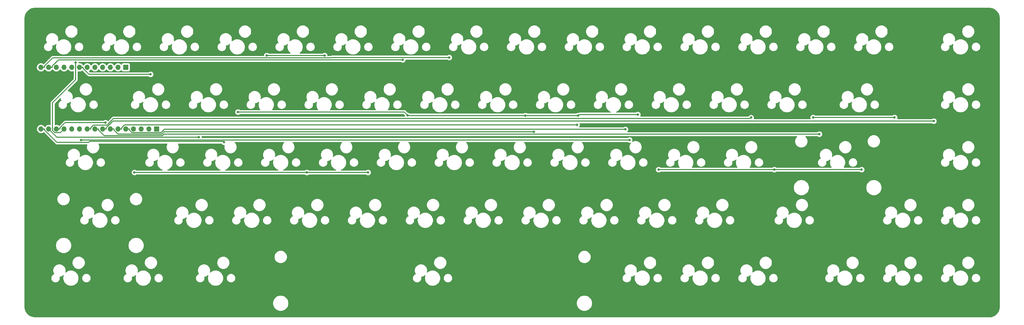
<source format=gbr>
G04 #@! TF.GenerationSoftware,KiCad,Pcbnew,(5.1.8-0-10_14)*
G04 #@! TF.CreationDate,2021-02-07T02:20:16+09:00*
G04 #@! TF.ProjectId,keyboard,6b657962-6f61-4726-942e-6b696361645f,rev?*
G04 #@! TF.SameCoordinates,Original*
G04 #@! TF.FileFunction,Copper,L1,Top*
G04 #@! TF.FilePolarity,Positive*
%FSLAX46Y46*%
G04 Gerber Fmt 4.6, Leading zero omitted, Abs format (unit mm)*
G04 Created by KiCad (PCBNEW (5.1.8-0-10_14)) date 2021-02-07 02:20:16*
%MOMM*%
%LPD*%
G01*
G04 APERTURE LIST*
G04 #@! TA.AperFunction,ComponentPad*
%ADD10R,1.700000X1.700000*%
G04 #@! TD*
G04 #@! TA.AperFunction,ComponentPad*
%ADD11O,1.700000X1.700000*%
G04 #@! TD*
G04 #@! TA.AperFunction,ViaPad*
%ADD12C,0.800000*%
G04 #@! TD*
G04 #@! TA.AperFunction,Conductor*
%ADD13C,0.300000*%
G04 #@! TD*
G04 #@! TA.AperFunction,Conductor*
%ADD14C,0.254000*%
G04 #@! TD*
G04 #@! TA.AperFunction,Conductor*
%ADD15C,0.100000*%
G04 #@! TD*
G04 APERTURE END LIST*
D10*
X29972000Y-16256000D03*
D11*
X27432000Y-16256000D03*
X24892000Y-16256000D03*
X22352000Y-16256000D03*
X19812000Y-16256000D03*
X17272000Y-16256000D03*
X14732000Y-16256000D03*
X12192000Y-16256000D03*
X9652000Y-16256000D03*
X7112000Y-16256000D03*
X4572000Y-16256000D03*
X2032000Y-16256000D03*
D10*
X40172000Y-36576000D03*
D11*
X37632000Y-36576000D03*
X35092000Y-36576000D03*
X32552000Y-36576000D03*
X30012000Y-36576000D03*
X27472000Y-36576000D03*
X24932000Y-36576000D03*
X22392000Y-36576000D03*
X19852000Y-36576000D03*
X17312000Y-36576000D03*
X14772000Y-36576000D03*
X12232000Y-36576000D03*
X9692000Y-36576000D03*
X7152000Y-36576000D03*
X4612000Y-36576000D03*
X2072000Y-36576000D03*
D12*
X13498400Y-14625000D03*
X23300800Y-34503300D03*
X54014900Y-39299600D03*
X62357700Y-40950700D03*
X121163100Y-13787600D03*
X136480500Y-13023700D03*
X164365000Y-37509700D03*
X178548800Y-35241200D03*
X194487100Y-36717700D03*
X15277800Y-40194300D03*
X195841100Y-40194300D03*
X235863500Y-32816500D03*
X258323600Y-38282600D03*
X296037600Y-33990500D03*
X76380500Y-12396800D03*
X95456700Y-12396800D03*
X38144600Y-18573800D03*
X198574100Y-31821400D03*
X66892100Y-30991800D03*
X122796100Y-32133900D03*
X161569900Y-32170200D03*
X178938200Y-32170200D03*
X256279800Y-32781800D03*
X283093300Y-32781800D03*
X32811600Y-50914100D03*
X89590000Y-50914100D03*
X109763200Y-50914100D03*
X205396800Y-49989400D03*
X243528800Y-49989400D03*
X272262500Y-49989400D03*
X45000000Y-75000000D03*
X46000000Y-75000000D03*
X47000000Y-75000000D03*
X48000000Y-75000000D03*
X37000000Y-42000000D03*
X38000000Y-42000000D03*
X39000000Y-42000000D03*
X40000000Y-42000000D03*
X40000000Y-72000000D03*
X40000000Y-73000000D03*
X40000000Y-74000000D03*
X40000000Y-75000000D03*
X39000000Y-90000000D03*
X40000000Y-90000000D03*
X41000000Y-90000000D03*
X42000000Y-90000000D03*
X24000000Y-71000000D03*
X24000000Y-72000000D03*
X24000000Y-73000000D03*
X24000000Y-74000000D03*
X17000000Y-54000000D03*
X17000000Y-55000000D03*
X17000000Y-56000000D03*
X17000000Y-57000000D03*
X27000000Y-54000000D03*
X27000000Y-55000000D03*
X28000000Y-55000000D03*
X28000000Y-54000000D03*
X28000000Y-43000000D03*
X28000000Y-44000000D03*
X29000000Y-44000000D03*
X29000000Y-43000000D03*
X22000000Y-30000000D03*
X22000000Y-31000000D03*
X23000000Y-31000000D03*
X23000000Y-30000000D03*
X25000000Y-22000000D03*
X25000000Y-23000000D03*
X26000000Y-23000000D03*
X26000000Y-22000000D03*
X47000000Y-16000000D03*
X47000000Y-17000000D03*
X48000000Y-17000000D03*
X48000000Y-16000000D03*
X7000000Y-20000000D03*
X7000000Y-21000000D03*
X8000000Y-21000000D03*
X8000000Y-20000000D03*
X10000000Y-32000000D03*
X10000000Y-33000000D03*
X11000000Y-33000000D03*
X11000000Y-32000000D03*
X26000000Y-4000000D03*
X27000000Y-4000000D03*
X43000000Y-4000000D03*
X44000000Y-4000000D03*
X62000000Y-4000000D03*
X63000000Y-4000000D03*
X78000000Y-4000000D03*
X77000000Y-4000000D03*
X289000000Y-19000000D03*
X289000000Y-20000000D03*
X290000000Y-20000000D03*
X290000000Y-19000000D03*
X290000000Y-51000000D03*
X290000000Y-52000000D03*
X291000000Y-52000000D03*
X291000000Y-51000000D03*
X300000000Y-73000000D03*
X300000000Y-74000000D03*
X299000000Y-74000000D03*
X299000000Y-73000000D03*
X271000000Y-64000000D03*
X271000000Y-65000000D03*
X272000000Y-65000000D03*
X272000000Y-64000000D03*
X249000000Y-45000000D03*
X248000000Y-46000000D03*
X248000000Y-45000000D03*
X249000000Y-46000000D03*
X258000000Y-16000000D03*
X258000000Y-17000000D03*
X259000000Y-17000000D03*
X259000000Y-16000000D03*
X247000000Y-22000000D03*
X246000000Y-22000000D03*
X246000000Y-23000000D03*
X247000000Y-23000000D03*
X236000000Y-15000000D03*
X235000000Y-15000000D03*
X235000000Y-16000000D03*
X236000000Y-16000000D03*
X216000000Y-14000000D03*
X217000000Y-14000000D03*
X217000000Y-15000000D03*
X216000000Y-15000000D03*
X199000000Y-15000000D03*
X200000000Y-15000000D03*
X200000000Y-16000000D03*
X199000000Y-16000000D03*
X181000000Y-15000000D03*
X182000000Y-15000000D03*
X182000000Y-16000000D03*
X181000000Y-16000000D03*
X162000000Y-15000000D03*
X163000000Y-15000000D03*
X163000000Y-16000000D03*
X162000000Y-16000000D03*
X191000000Y-42000000D03*
X192000000Y-42000000D03*
X193000000Y-53000000D03*
X193000000Y-54000000D03*
X194000000Y-54000000D03*
X194000000Y-53000000D03*
X215000000Y-54000000D03*
X216000000Y-53000000D03*
X215000000Y-53000000D03*
X216000000Y-54000000D03*
X223000000Y-72000000D03*
X222000000Y-72000000D03*
X222000000Y-73000000D03*
X223000000Y-73000000D03*
X205000000Y-72000000D03*
X206000000Y-72000000D03*
X206000000Y-73000000D03*
X205000000Y-73000000D03*
X177000000Y-72000000D03*
X178000000Y-72000000D03*
X178000000Y-73000000D03*
X177000000Y-73000000D03*
X105000000Y-72000000D03*
X106000000Y-72000000D03*
X106000000Y-73000000D03*
X105000000Y-73000000D03*
X126000000Y-72000000D03*
X127000000Y-72000000D03*
X127000000Y-73000000D03*
X126000000Y-73000000D03*
X101000000Y-54000000D03*
X102000000Y-55000000D03*
X102000000Y-54000000D03*
X101000000Y-55000000D03*
X80000000Y-54000000D03*
X81000000Y-54000000D03*
X81000000Y-55000000D03*
X80000000Y-55000000D03*
X84000000Y-16000000D03*
X84000000Y-17000000D03*
X85000000Y-17000000D03*
X85000000Y-16000000D03*
X105000000Y-16000000D03*
X106000000Y-16000000D03*
X106000000Y-17000000D03*
X105000000Y-17000000D03*
X92000000Y-18000000D03*
X93000000Y-18000000D03*
X143000000Y-14000000D03*
X145000000Y-14000000D03*
X144000000Y-14000000D03*
X144000000Y-15000000D03*
X158000000Y-54000000D03*
X157000000Y-54000000D03*
X157000000Y-55000000D03*
X158000000Y-55000000D03*
X61000000Y-43000000D03*
X56000000Y-78000000D03*
X56000000Y-79000000D03*
X304000000Y-33000000D03*
X305000000Y-33000000D03*
X260000000Y-42000000D03*
X240000000Y-30000000D03*
D13*
X9692000Y-36576000D02*
X8483500Y-37784500D01*
X8483500Y-37784500D02*
X6637700Y-37784500D01*
X6637700Y-37784500D02*
X5882000Y-37028800D01*
X5882000Y-37028800D02*
X5882000Y-27929400D01*
X5882000Y-27929400D02*
X13498400Y-20313000D01*
X13498400Y-20313000D02*
X13498400Y-14625000D01*
X8352300Y-36576000D02*
X8352300Y-36202900D01*
X8352300Y-36202900D02*
X10051900Y-34503300D01*
X10051900Y-34503300D02*
X23300800Y-34503300D01*
X7152000Y-36576000D02*
X8352300Y-36576000D01*
X4612000Y-36576000D02*
X7335600Y-39299600D01*
X7335600Y-39299600D02*
X54014900Y-39299600D01*
X3272300Y-36576000D02*
X3272300Y-36949100D01*
X3272300Y-36949100D02*
X7306500Y-40983300D01*
X7306500Y-40983300D02*
X17820100Y-40983300D01*
X17820100Y-40983300D02*
X18108800Y-40694600D01*
X18108800Y-40694600D02*
X62101600Y-40694600D01*
X62101600Y-40694600D02*
X62357700Y-40950700D01*
X2072000Y-36576000D02*
X3272300Y-36576000D01*
X121163100Y-13787600D02*
X7867600Y-13787600D01*
X7867600Y-13787600D02*
X5772300Y-15882900D01*
X5772300Y-15882900D02*
X5772300Y-16256000D01*
X4572000Y-16256000D02*
X5772300Y-16256000D01*
X3232300Y-16256000D02*
X3232300Y-15882900D01*
X3232300Y-15882900D02*
X5968100Y-13147100D01*
X5968100Y-13147100D02*
X97701300Y-13147100D01*
X97701300Y-13147100D02*
X97824700Y-13023700D01*
X97824700Y-13023700D02*
X136480500Y-13023700D01*
X2032000Y-16256000D02*
X3232300Y-16256000D01*
X164365000Y-37509700D02*
X42624400Y-37509700D01*
X42624400Y-37509700D02*
X41851600Y-38282500D01*
X41851600Y-38282500D02*
X27465700Y-38282500D01*
X27465700Y-38282500D02*
X26132300Y-36949100D01*
X26132300Y-36949100D02*
X26132300Y-36576000D01*
X24932000Y-36576000D02*
X26132300Y-36576000D01*
X28672300Y-36576000D02*
X28672300Y-36203000D01*
X28672300Y-36203000D02*
X29634100Y-35241200D01*
X29634100Y-35241200D02*
X178548800Y-35241200D01*
X27472000Y-36576000D02*
X28672300Y-36576000D01*
X194487100Y-36717700D02*
X42708900Y-36717700D01*
X42708900Y-36717700D02*
X41644400Y-37782200D01*
X41644400Y-37782200D02*
X32045400Y-37782200D01*
X32045400Y-37782200D02*
X31212300Y-36949100D01*
X31212300Y-36949100D02*
X31212300Y-36576000D01*
X30012000Y-36576000D02*
X31212300Y-36576000D01*
X15277800Y-40194300D02*
X195841100Y-40194300D01*
X18512300Y-36576000D02*
X18512300Y-36202900D01*
X18512300Y-36202900D02*
X19432700Y-35282500D01*
X19432700Y-35282500D02*
X23803000Y-35282500D01*
X23803000Y-35282500D02*
X25931300Y-33154200D01*
X25931300Y-33154200D02*
X235525800Y-33154200D01*
X235525800Y-33154200D02*
X235863500Y-32816500D01*
X17312000Y-36576000D02*
X18512300Y-36576000D01*
X258323600Y-38282600D02*
X42559000Y-38282600D01*
X42559000Y-38282600D02*
X42058800Y-38782800D01*
X42058800Y-38782800D02*
X22886000Y-38782800D01*
X22886000Y-38782800D02*
X21052300Y-36949100D01*
X21052300Y-36949100D02*
X21052300Y-36576000D01*
X19852000Y-36576000D02*
X21052300Y-36576000D01*
X23592300Y-36576000D02*
X23592300Y-36200900D01*
X23592300Y-36200900D02*
X25802700Y-33990500D01*
X25802700Y-33990500D02*
X296037600Y-33990500D01*
X22392000Y-36576000D02*
X23592300Y-36576000D01*
X95456700Y-12396800D02*
X76380500Y-12396800D01*
X14732000Y-16256000D02*
X15932300Y-16256000D01*
X38144600Y-18573800D02*
X17877000Y-18573800D01*
X17877000Y-18573800D02*
X15932300Y-16629100D01*
X15932300Y-16629100D02*
X15932300Y-16256000D01*
X178938200Y-32170200D02*
X179287000Y-31821400D01*
X179287000Y-31821400D02*
X198574100Y-31821400D01*
X122796100Y-32133900D02*
X121654000Y-30991800D01*
X121654000Y-30991800D02*
X66892100Y-30991800D01*
X161569900Y-32170200D02*
X122832400Y-32170200D01*
X122832400Y-32170200D02*
X122796100Y-32133900D01*
X178938200Y-32170200D02*
X161569900Y-32170200D01*
X256279800Y-32781800D02*
X283093300Y-32781800D01*
X89590000Y-50914100D02*
X32811600Y-50914100D01*
X109763200Y-50914100D02*
X89590000Y-50914100D01*
X243528800Y-49989400D02*
X205396800Y-49989400D01*
X272262500Y-49989400D02*
X243528800Y-49989400D01*
D14*
X314898057Y3197933D02*
X315521432Y3009725D01*
X316096378Y2704021D01*
X316600994Y2292465D01*
X317016062Y1790734D01*
X317325772Y1217939D01*
X317518328Y595892D01*
X317590000Y-86013D01*
X317585003Y-95144025D01*
X317518028Y-95827086D01*
X317330101Y-96449527D01*
X317024856Y-97023611D01*
X316613917Y-97527472D01*
X316112938Y-97941917D01*
X315540999Y-98251163D01*
X314919882Y-98443431D01*
X314238943Y-98515000D01*
X105960Y-98505001D01*
X-575143Y-98438219D01*
X-1195714Y-98250858D01*
X-1768075Y-97946528D01*
X-2270426Y-97536821D01*
X-2683629Y-97037345D01*
X-2991946Y-96467123D01*
X-3183635Y-95847879D01*
X-3255000Y-95168879D01*
X-3255000Y-93721076D01*
X78340200Y-93721076D01*
X78340200Y-94238924D01*
X78441227Y-94746822D01*
X78639399Y-95225251D01*
X78927100Y-95655826D01*
X79293274Y-96022000D01*
X79723849Y-96309701D01*
X80202278Y-96507873D01*
X80710176Y-96608900D01*
X81228024Y-96608900D01*
X81735922Y-96507873D01*
X82214351Y-96309701D01*
X82644926Y-96022000D01*
X83011100Y-95655826D01*
X83298801Y-95225251D01*
X83496973Y-94746822D01*
X83598000Y-94238924D01*
X83598000Y-93721076D01*
X178340000Y-93721076D01*
X178340000Y-94238924D01*
X178441027Y-94746822D01*
X178639199Y-95225251D01*
X178926900Y-95655826D01*
X179293074Y-96022000D01*
X179723649Y-96309701D01*
X180202078Y-96507873D01*
X180709976Y-96608900D01*
X181227824Y-96608900D01*
X181735722Y-96507873D01*
X182214151Y-96309701D01*
X182644726Y-96022000D01*
X183010900Y-95655826D01*
X183298601Y-95225251D01*
X183496773Y-94746822D01*
X183597800Y-94238924D01*
X183597800Y-93721076D01*
X183496773Y-93213178D01*
X183298601Y-92734749D01*
X183010900Y-92304174D01*
X182644726Y-91938000D01*
X182214151Y-91650299D01*
X181735722Y-91452127D01*
X181227824Y-91351100D01*
X180709976Y-91351100D01*
X180202078Y-91452127D01*
X179723649Y-91650299D01*
X179293074Y-91938000D01*
X178926900Y-92304174D01*
X178639199Y-92734749D01*
X178441027Y-93213178D01*
X178340000Y-93721076D01*
X83598000Y-93721076D01*
X83496973Y-93213178D01*
X83298801Y-92734749D01*
X83011100Y-92304174D01*
X82644926Y-91938000D01*
X82214351Y-91650299D01*
X81735922Y-91452127D01*
X81228024Y-91351100D01*
X80710176Y-91351100D01*
X80202278Y-91452127D01*
X79723849Y-91650299D01*
X79293274Y-91938000D01*
X78927100Y-92304174D01*
X78639399Y-92734749D01*
X78441227Y-93213178D01*
X78340200Y-93721076D01*
X-3255000Y-93721076D01*
X-3255000Y-85576278D01*
X5316200Y-85576278D01*
X5316200Y-85873722D01*
X5374229Y-86165451D01*
X5488056Y-86440253D01*
X5653307Y-86687569D01*
X5863631Y-86897893D01*
X6110947Y-87063144D01*
X6385749Y-87176971D01*
X6677478Y-87235000D01*
X6974922Y-87235000D01*
X7266651Y-87176971D01*
X7541453Y-87063144D01*
X7788769Y-86897893D01*
X7999093Y-86687569D01*
X8164344Y-86440253D01*
X8278171Y-86165451D01*
X8336200Y-85873722D01*
X8336200Y-85576278D01*
X8285223Y-85320000D01*
X8306479Y-85320000D01*
X8718956Y-85237953D01*
X9107502Y-85077012D01*
X9413908Y-84872279D01*
X9378327Y-84958178D01*
X9277300Y-85466076D01*
X9277300Y-85983924D01*
X9378327Y-86491822D01*
X9576499Y-86970251D01*
X9864200Y-87400826D01*
X10230374Y-87767000D01*
X10660949Y-88054701D01*
X11139378Y-88252873D01*
X11647276Y-88353900D01*
X12165124Y-88353900D01*
X12673022Y-88252873D01*
X13151451Y-88054701D01*
X13582026Y-87767000D01*
X13948200Y-87400826D01*
X14235901Y-86970251D01*
X14434073Y-86491822D01*
X14535100Y-85983924D01*
X14535100Y-85576278D01*
X15476200Y-85576278D01*
X15476200Y-85873722D01*
X15534229Y-86165451D01*
X15648056Y-86440253D01*
X15813307Y-86687569D01*
X16023631Y-86897893D01*
X16270947Y-87063144D01*
X16545749Y-87176971D01*
X16837478Y-87235000D01*
X17134922Y-87235000D01*
X17426651Y-87176971D01*
X17701453Y-87063144D01*
X17948769Y-86897893D01*
X18159093Y-86687569D01*
X18324344Y-86440253D01*
X18438171Y-86165451D01*
X18496200Y-85873722D01*
X18496200Y-85576278D01*
X29128800Y-85576278D01*
X29128800Y-85873722D01*
X29186829Y-86165451D01*
X29300656Y-86440253D01*
X29465907Y-86687569D01*
X29676231Y-86897893D01*
X29923547Y-87063144D01*
X30198349Y-87176971D01*
X30490078Y-87235000D01*
X30787522Y-87235000D01*
X31079251Y-87176971D01*
X31354053Y-87063144D01*
X31601369Y-86897893D01*
X31811693Y-86687569D01*
X31976944Y-86440253D01*
X32090771Y-86165451D01*
X32148800Y-85873722D01*
X32148800Y-85576278D01*
X32097823Y-85320000D01*
X32119079Y-85320000D01*
X32531556Y-85237953D01*
X32920102Y-85077012D01*
X33226508Y-84872279D01*
X33190927Y-84958178D01*
X33089900Y-85466076D01*
X33089900Y-85983924D01*
X33190927Y-86491822D01*
X33389099Y-86970251D01*
X33676800Y-87400826D01*
X34042974Y-87767000D01*
X34473549Y-88054701D01*
X34951978Y-88252873D01*
X35459876Y-88353900D01*
X35977724Y-88353900D01*
X36485622Y-88252873D01*
X36964051Y-88054701D01*
X37394626Y-87767000D01*
X37760800Y-87400826D01*
X38048501Y-86970251D01*
X38246673Y-86491822D01*
X38347700Y-85983924D01*
X38347700Y-85576278D01*
X39288800Y-85576278D01*
X39288800Y-85873722D01*
X39346829Y-86165451D01*
X39460656Y-86440253D01*
X39625907Y-86687569D01*
X39836231Y-86897893D01*
X40083547Y-87063144D01*
X40358349Y-87176971D01*
X40650078Y-87235000D01*
X40947522Y-87235000D01*
X41239251Y-87176971D01*
X41514053Y-87063144D01*
X41761369Y-86897893D01*
X41971693Y-86687569D01*
X42136944Y-86440253D01*
X42250771Y-86165451D01*
X42308800Y-85873722D01*
X42308800Y-85576278D01*
X52941200Y-85576278D01*
X52941200Y-85873722D01*
X52999229Y-86165451D01*
X53113056Y-86440253D01*
X53278307Y-86687569D01*
X53488631Y-86897893D01*
X53735947Y-87063144D01*
X54010749Y-87176971D01*
X54302478Y-87235000D01*
X54599922Y-87235000D01*
X54891651Y-87176971D01*
X55166453Y-87063144D01*
X55413769Y-86897893D01*
X55624093Y-86687569D01*
X55789344Y-86440253D01*
X55903171Y-86165451D01*
X55961200Y-85873722D01*
X55961200Y-85576278D01*
X55910223Y-85320000D01*
X55931479Y-85320000D01*
X56343956Y-85237953D01*
X56732502Y-85077012D01*
X57038908Y-84872279D01*
X57003327Y-84958178D01*
X56902300Y-85466076D01*
X56902300Y-85983924D01*
X57003327Y-86491822D01*
X57201499Y-86970251D01*
X57489200Y-87400826D01*
X57855374Y-87767000D01*
X58285949Y-88054701D01*
X58764378Y-88252873D01*
X59272276Y-88353900D01*
X59790124Y-88353900D01*
X60298022Y-88252873D01*
X60776451Y-88054701D01*
X61207026Y-87767000D01*
X61573200Y-87400826D01*
X61860901Y-86970251D01*
X62059073Y-86491822D01*
X62160100Y-85983924D01*
X62160100Y-85576278D01*
X63101200Y-85576278D01*
X63101200Y-85873722D01*
X63159229Y-86165451D01*
X63273056Y-86440253D01*
X63438307Y-86687569D01*
X63648631Y-86897893D01*
X63895947Y-87063144D01*
X64170749Y-87176971D01*
X64462478Y-87235000D01*
X64759922Y-87235000D01*
X65051651Y-87176971D01*
X65326453Y-87063144D01*
X65573769Y-86897893D01*
X65784093Y-86687569D01*
X65949344Y-86440253D01*
X66063171Y-86165451D01*
X66121200Y-85873722D01*
X66121200Y-85576278D01*
X124379000Y-85576278D01*
X124379000Y-85873722D01*
X124437029Y-86165451D01*
X124550856Y-86440253D01*
X124716107Y-86687569D01*
X124926431Y-86897893D01*
X125173747Y-87063144D01*
X125448549Y-87176971D01*
X125740278Y-87235000D01*
X126037722Y-87235000D01*
X126329451Y-87176971D01*
X126604253Y-87063144D01*
X126851569Y-86897893D01*
X127061893Y-86687569D01*
X127227144Y-86440253D01*
X127340971Y-86165451D01*
X127399000Y-85873722D01*
X127399000Y-85576278D01*
X127348023Y-85320000D01*
X127369279Y-85320000D01*
X127781756Y-85237953D01*
X128170302Y-85077012D01*
X128476708Y-84872279D01*
X128441127Y-84958178D01*
X128340100Y-85466076D01*
X128340100Y-85983924D01*
X128441127Y-86491822D01*
X128639299Y-86970251D01*
X128927000Y-87400826D01*
X129293174Y-87767000D01*
X129723749Y-88054701D01*
X130202178Y-88252873D01*
X130710076Y-88353900D01*
X131227924Y-88353900D01*
X131735822Y-88252873D01*
X132214251Y-88054701D01*
X132644826Y-87767000D01*
X133011000Y-87400826D01*
X133298701Y-86970251D01*
X133496873Y-86491822D01*
X133597900Y-85983924D01*
X133597900Y-85576278D01*
X134539000Y-85576278D01*
X134539000Y-85873722D01*
X134597029Y-86165451D01*
X134710856Y-86440253D01*
X134876107Y-86687569D01*
X135086431Y-86897893D01*
X135333747Y-87063144D01*
X135608549Y-87176971D01*
X135900278Y-87235000D01*
X136197722Y-87235000D01*
X136489451Y-87176971D01*
X136764253Y-87063144D01*
X137011569Y-86897893D01*
X137221893Y-86687569D01*
X137387144Y-86440253D01*
X137500971Y-86165451D01*
X137559000Y-85873722D01*
X137559000Y-85576278D01*
X193435000Y-85576278D01*
X193435000Y-85873722D01*
X193493029Y-86165451D01*
X193606856Y-86440253D01*
X193772107Y-86687569D01*
X193982431Y-86897893D01*
X194229747Y-87063144D01*
X194504549Y-87176971D01*
X194796278Y-87235000D01*
X195093722Y-87235000D01*
X195385451Y-87176971D01*
X195660253Y-87063144D01*
X195907569Y-86897893D01*
X196117893Y-86687569D01*
X196283144Y-86440253D01*
X196396971Y-86165451D01*
X196455000Y-85873722D01*
X196455000Y-85576278D01*
X196404023Y-85320000D01*
X196425279Y-85320000D01*
X196837756Y-85237953D01*
X197226302Y-85077012D01*
X197532708Y-84872279D01*
X197497127Y-84958178D01*
X197396100Y-85466076D01*
X197396100Y-85983924D01*
X197497127Y-86491822D01*
X197695299Y-86970251D01*
X197983000Y-87400826D01*
X198349174Y-87767000D01*
X198779749Y-88054701D01*
X199258178Y-88252873D01*
X199766076Y-88353900D01*
X200283924Y-88353900D01*
X200791822Y-88252873D01*
X201270251Y-88054701D01*
X201700826Y-87767000D01*
X202067000Y-87400826D01*
X202354701Y-86970251D01*
X202552873Y-86491822D01*
X202653900Y-85983924D01*
X202653900Y-85576278D01*
X203595000Y-85576278D01*
X203595000Y-85873722D01*
X203653029Y-86165451D01*
X203766856Y-86440253D01*
X203932107Y-86687569D01*
X204142431Y-86897893D01*
X204389747Y-87063144D01*
X204664549Y-87176971D01*
X204956278Y-87235000D01*
X205253722Y-87235000D01*
X205545451Y-87176971D01*
X205820253Y-87063144D01*
X206067569Y-86897893D01*
X206277893Y-86687569D01*
X206443144Y-86440253D01*
X206556971Y-86165451D01*
X206615000Y-85873722D01*
X206615000Y-85576278D01*
X212485000Y-85576278D01*
X212485000Y-85873722D01*
X212543029Y-86165451D01*
X212656856Y-86440253D01*
X212822107Y-86687569D01*
X213032431Y-86897893D01*
X213279747Y-87063144D01*
X213554549Y-87176971D01*
X213846278Y-87235000D01*
X214143722Y-87235000D01*
X214435451Y-87176971D01*
X214710253Y-87063144D01*
X214957569Y-86897893D01*
X215167893Y-86687569D01*
X215333144Y-86440253D01*
X215446971Y-86165451D01*
X215505000Y-85873722D01*
X215505000Y-85576278D01*
X215454023Y-85320000D01*
X215475279Y-85320000D01*
X215887756Y-85237953D01*
X216276302Y-85077012D01*
X216582708Y-84872279D01*
X216547127Y-84958178D01*
X216446100Y-85466076D01*
X216446100Y-85983924D01*
X216547127Y-86491822D01*
X216745299Y-86970251D01*
X217033000Y-87400826D01*
X217399174Y-87767000D01*
X217829749Y-88054701D01*
X218308178Y-88252873D01*
X218816076Y-88353900D01*
X219333924Y-88353900D01*
X219841822Y-88252873D01*
X220320251Y-88054701D01*
X220750826Y-87767000D01*
X221117000Y-87400826D01*
X221404701Y-86970251D01*
X221602873Y-86491822D01*
X221703900Y-85983924D01*
X221703900Y-85576278D01*
X222645000Y-85576278D01*
X222645000Y-85873722D01*
X222703029Y-86165451D01*
X222816856Y-86440253D01*
X222982107Y-86687569D01*
X223192431Y-86897893D01*
X223439747Y-87063144D01*
X223714549Y-87176971D01*
X224006278Y-87235000D01*
X224303722Y-87235000D01*
X224595451Y-87176971D01*
X224870253Y-87063144D01*
X225117569Y-86897893D01*
X225327893Y-86687569D01*
X225493144Y-86440253D01*
X225606971Y-86165451D01*
X225665000Y-85873722D01*
X225665000Y-85576278D01*
X231535000Y-85576278D01*
X231535000Y-85873722D01*
X231593029Y-86165451D01*
X231706856Y-86440253D01*
X231872107Y-86687569D01*
X232082431Y-86897893D01*
X232329747Y-87063144D01*
X232604549Y-87176971D01*
X232896278Y-87235000D01*
X233193722Y-87235000D01*
X233485451Y-87176971D01*
X233760253Y-87063144D01*
X234007569Y-86897893D01*
X234217893Y-86687569D01*
X234383144Y-86440253D01*
X234496971Y-86165451D01*
X234555000Y-85873722D01*
X234555000Y-85576278D01*
X234504023Y-85320000D01*
X234525279Y-85320000D01*
X234937756Y-85237953D01*
X235326302Y-85077012D01*
X235632708Y-84872279D01*
X235597127Y-84958178D01*
X235496100Y-85466076D01*
X235496100Y-85983924D01*
X235597127Y-86491822D01*
X235795299Y-86970251D01*
X236083000Y-87400826D01*
X236449174Y-87767000D01*
X236879749Y-88054701D01*
X237358178Y-88252873D01*
X237866076Y-88353900D01*
X238383924Y-88353900D01*
X238891822Y-88252873D01*
X239370251Y-88054701D01*
X239800826Y-87767000D01*
X240167000Y-87400826D01*
X240454701Y-86970251D01*
X240652873Y-86491822D01*
X240753900Y-85983924D01*
X240753900Y-85576278D01*
X241695000Y-85576278D01*
X241695000Y-85873722D01*
X241753029Y-86165451D01*
X241866856Y-86440253D01*
X242032107Y-86687569D01*
X242242431Y-86897893D01*
X242489747Y-87063144D01*
X242764549Y-87176971D01*
X243056278Y-87235000D01*
X243353722Y-87235000D01*
X243645451Y-87176971D01*
X243920253Y-87063144D01*
X244167569Y-86897893D01*
X244377893Y-86687569D01*
X244543144Y-86440253D01*
X244656971Y-86165451D01*
X244715000Y-85873722D01*
X244715000Y-85576278D01*
X260110000Y-85576278D01*
X260110000Y-85873722D01*
X260168029Y-86165451D01*
X260281856Y-86440253D01*
X260447107Y-86687569D01*
X260657431Y-86897893D01*
X260904747Y-87063144D01*
X261179549Y-87176971D01*
X261471278Y-87235000D01*
X261768722Y-87235000D01*
X262060451Y-87176971D01*
X262335253Y-87063144D01*
X262582569Y-86897893D01*
X262792893Y-86687569D01*
X262958144Y-86440253D01*
X263071971Y-86165451D01*
X263130000Y-85873722D01*
X263130000Y-85576278D01*
X263079023Y-85320000D01*
X263100279Y-85320000D01*
X263512756Y-85237953D01*
X263901302Y-85077012D01*
X264207708Y-84872279D01*
X264172127Y-84958178D01*
X264071100Y-85466076D01*
X264071100Y-85983924D01*
X264172127Y-86491822D01*
X264370299Y-86970251D01*
X264658000Y-87400826D01*
X265024174Y-87767000D01*
X265454749Y-88054701D01*
X265933178Y-88252873D01*
X266441076Y-88353900D01*
X266958924Y-88353900D01*
X267466822Y-88252873D01*
X267945251Y-88054701D01*
X268375826Y-87767000D01*
X268742000Y-87400826D01*
X269029701Y-86970251D01*
X269227873Y-86491822D01*
X269328900Y-85983924D01*
X269328900Y-85576278D01*
X270270000Y-85576278D01*
X270270000Y-85873722D01*
X270328029Y-86165451D01*
X270441856Y-86440253D01*
X270607107Y-86687569D01*
X270817431Y-86897893D01*
X271064747Y-87063144D01*
X271339549Y-87176971D01*
X271631278Y-87235000D01*
X271928722Y-87235000D01*
X272220451Y-87176971D01*
X272495253Y-87063144D01*
X272742569Y-86897893D01*
X272952893Y-86687569D01*
X273118144Y-86440253D01*
X273231971Y-86165451D01*
X273290000Y-85873722D01*
X273290000Y-85576278D01*
X279160000Y-85576278D01*
X279160000Y-85873722D01*
X279218029Y-86165451D01*
X279331856Y-86440253D01*
X279497107Y-86687569D01*
X279707431Y-86897893D01*
X279954747Y-87063144D01*
X280229549Y-87176971D01*
X280521278Y-87235000D01*
X280818722Y-87235000D01*
X281110451Y-87176971D01*
X281385253Y-87063144D01*
X281632569Y-86897893D01*
X281842893Y-86687569D01*
X282008144Y-86440253D01*
X282121971Y-86165451D01*
X282180000Y-85873722D01*
X282180000Y-85576278D01*
X282129023Y-85320000D01*
X282150279Y-85320000D01*
X282562756Y-85237953D01*
X282951302Y-85077012D01*
X283257708Y-84872279D01*
X283222127Y-84958178D01*
X283121100Y-85466076D01*
X283121100Y-85983924D01*
X283222127Y-86491822D01*
X283420299Y-86970251D01*
X283708000Y-87400826D01*
X284074174Y-87767000D01*
X284504749Y-88054701D01*
X284983178Y-88252873D01*
X285491076Y-88353900D01*
X286008924Y-88353900D01*
X286516822Y-88252873D01*
X286995251Y-88054701D01*
X287425826Y-87767000D01*
X287792000Y-87400826D01*
X288079701Y-86970251D01*
X288277873Y-86491822D01*
X288378900Y-85983924D01*
X288378900Y-85576278D01*
X289320000Y-85576278D01*
X289320000Y-85873722D01*
X289378029Y-86165451D01*
X289491856Y-86440253D01*
X289657107Y-86687569D01*
X289867431Y-86897893D01*
X290114747Y-87063144D01*
X290389549Y-87176971D01*
X290681278Y-87235000D01*
X290978722Y-87235000D01*
X291270451Y-87176971D01*
X291545253Y-87063144D01*
X291792569Y-86897893D01*
X292002893Y-86687569D01*
X292168144Y-86440253D01*
X292281971Y-86165451D01*
X292340000Y-85873722D01*
X292340000Y-85576278D01*
X298210000Y-85576278D01*
X298210000Y-85873722D01*
X298268029Y-86165451D01*
X298381856Y-86440253D01*
X298547107Y-86687569D01*
X298757431Y-86897893D01*
X299004747Y-87063144D01*
X299279549Y-87176971D01*
X299571278Y-87235000D01*
X299868722Y-87235000D01*
X300160451Y-87176971D01*
X300435253Y-87063144D01*
X300682569Y-86897893D01*
X300892893Y-86687569D01*
X301058144Y-86440253D01*
X301171971Y-86165451D01*
X301230000Y-85873722D01*
X301230000Y-85576278D01*
X301179023Y-85320000D01*
X301200279Y-85320000D01*
X301612756Y-85237953D01*
X302001302Y-85077012D01*
X302307708Y-84872279D01*
X302272127Y-84958178D01*
X302171100Y-85466076D01*
X302171100Y-85983924D01*
X302272127Y-86491822D01*
X302470299Y-86970251D01*
X302758000Y-87400826D01*
X303124174Y-87767000D01*
X303554749Y-88054701D01*
X304033178Y-88252873D01*
X304541076Y-88353900D01*
X305058924Y-88353900D01*
X305566822Y-88252873D01*
X306045251Y-88054701D01*
X306475826Y-87767000D01*
X306842000Y-87400826D01*
X307129701Y-86970251D01*
X307327873Y-86491822D01*
X307428900Y-85983924D01*
X307428900Y-85576278D01*
X308370000Y-85576278D01*
X308370000Y-85873722D01*
X308428029Y-86165451D01*
X308541856Y-86440253D01*
X308707107Y-86687569D01*
X308917431Y-86897893D01*
X309164747Y-87063144D01*
X309439549Y-87176971D01*
X309731278Y-87235000D01*
X310028722Y-87235000D01*
X310320451Y-87176971D01*
X310595253Y-87063144D01*
X310842569Y-86897893D01*
X311052893Y-86687569D01*
X311218144Y-86440253D01*
X311331971Y-86165451D01*
X311390000Y-85873722D01*
X311390000Y-85576278D01*
X311331971Y-85284549D01*
X311218144Y-85009747D01*
X311052893Y-84762431D01*
X310842569Y-84552107D01*
X310595253Y-84386856D01*
X310320451Y-84273029D01*
X310028722Y-84215000D01*
X309731278Y-84215000D01*
X309439549Y-84273029D01*
X309164747Y-84386856D01*
X308917431Y-84552107D01*
X308707107Y-84762431D01*
X308541856Y-85009747D01*
X308428029Y-85284549D01*
X308370000Y-85576278D01*
X307428900Y-85576278D01*
X307428900Y-85466076D01*
X307327873Y-84958178D01*
X307129701Y-84479749D01*
X306842000Y-84049174D01*
X306475826Y-83683000D01*
X306045251Y-83395299D01*
X305566822Y-83197127D01*
X305058924Y-83096100D01*
X304541076Y-83096100D01*
X304033178Y-83197127D01*
X303554749Y-83395299D01*
X303124174Y-83683000D01*
X303053763Y-83753411D01*
X303125000Y-83395279D01*
X303125000Y-82974721D01*
X303042953Y-82562244D01*
X302882012Y-82173698D01*
X302648363Y-81824017D01*
X302350983Y-81526637D01*
X302001302Y-81292988D01*
X301612756Y-81132047D01*
X301200279Y-81050000D01*
X300779721Y-81050000D01*
X300367244Y-81132047D01*
X299978698Y-81292988D01*
X299629017Y-81526637D01*
X299331637Y-81824017D01*
X299097988Y-82173698D01*
X298937047Y-82562244D01*
X298855000Y-82974721D01*
X298855000Y-83395279D01*
X298937047Y-83807756D01*
X299097988Y-84196302D01*
X299177499Y-84315299D01*
X299004747Y-84386856D01*
X298757431Y-84552107D01*
X298547107Y-84762431D01*
X298381856Y-85009747D01*
X298268029Y-85284549D01*
X298210000Y-85576278D01*
X292340000Y-85576278D01*
X292281971Y-85284549D01*
X292168144Y-85009747D01*
X292002893Y-84762431D01*
X291792569Y-84552107D01*
X291545253Y-84386856D01*
X291270451Y-84273029D01*
X290978722Y-84215000D01*
X290681278Y-84215000D01*
X290389549Y-84273029D01*
X290114747Y-84386856D01*
X289867431Y-84552107D01*
X289657107Y-84762431D01*
X289491856Y-85009747D01*
X289378029Y-85284549D01*
X289320000Y-85576278D01*
X288378900Y-85576278D01*
X288378900Y-85466076D01*
X288277873Y-84958178D01*
X288079701Y-84479749D01*
X287792000Y-84049174D01*
X287425826Y-83683000D01*
X286995251Y-83395299D01*
X286516822Y-83197127D01*
X286008924Y-83096100D01*
X285491076Y-83096100D01*
X284983178Y-83197127D01*
X284504749Y-83395299D01*
X284074174Y-83683000D01*
X284003763Y-83753411D01*
X284075000Y-83395279D01*
X284075000Y-82974721D01*
X283992953Y-82562244D01*
X283832012Y-82173698D01*
X283598363Y-81824017D01*
X283300983Y-81526637D01*
X282951302Y-81292988D01*
X282562756Y-81132047D01*
X282150279Y-81050000D01*
X281729721Y-81050000D01*
X281317244Y-81132047D01*
X280928698Y-81292988D01*
X280579017Y-81526637D01*
X280281637Y-81824017D01*
X280047988Y-82173698D01*
X279887047Y-82562244D01*
X279805000Y-82974721D01*
X279805000Y-83395279D01*
X279887047Y-83807756D01*
X280047988Y-84196302D01*
X280127499Y-84315299D01*
X279954747Y-84386856D01*
X279707431Y-84552107D01*
X279497107Y-84762431D01*
X279331856Y-85009747D01*
X279218029Y-85284549D01*
X279160000Y-85576278D01*
X273290000Y-85576278D01*
X273231971Y-85284549D01*
X273118144Y-85009747D01*
X272952893Y-84762431D01*
X272742569Y-84552107D01*
X272495253Y-84386856D01*
X272220451Y-84273029D01*
X271928722Y-84215000D01*
X271631278Y-84215000D01*
X271339549Y-84273029D01*
X271064747Y-84386856D01*
X270817431Y-84552107D01*
X270607107Y-84762431D01*
X270441856Y-85009747D01*
X270328029Y-85284549D01*
X270270000Y-85576278D01*
X269328900Y-85576278D01*
X269328900Y-85466076D01*
X269227873Y-84958178D01*
X269029701Y-84479749D01*
X268742000Y-84049174D01*
X268375826Y-83683000D01*
X267945251Y-83395299D01*
X267466822Y-83197127D01*
X266958924Y-83096100D01*
X266441076Y-83096100D01*
X265933178Y-83197127D01*
X265454749Y-83395299D01*
X265024174Y-83683000D01*
X264953763Y-83753411D01*
X265025000Y-83395279D01*
X265025000Y-82974721D01*
X264942953Y-82562244D01*
X264782012Y-82173698D01*
X264548363Y-81824017D01*
X264250983Y-81526637D01*
X263901302Y-81292988D01*
X263512756Y-81132047D01*
X263100279Y-81050000D01*
X262679721Y-81050000D01*
X262267244Y-81132047D01*
X261878698Y-81292988D01*
X261529017Y-81526637D01*
X261231637Y-81824017D01*
X260997988Y-82173698D01*
X260837047Y-82562244D01*
X260755000Y-82974721D01*
X260755000Y-83395279D01*
X260837047Y-83807756D01*
X260997988Y-84196302D01*
X261077499Y-84315299D01*
X260904747Y-84386856D01*
X260657431Y-84552107D01*
X260447107Y-84762431D01*
X260281856Y-85009747D01*
X260168029Y-85284549D01*
X260110000Y-85576278D01*
X244715000Y-85576278D01*
X244656971Y-85284549D01*
X244543144Y-85009747D01*
X244377893Y-84762431D01*
X244167569Y-84552107D01*
X243920253Y-84386856D01*
X243645451Y-84273029D01*
X243353722Y-84215000D01*
X243056278Y-84215000D01*
X242764549Y-84273029D01*
X242489747Y-84386856D01*
X242242431Y-84552107D01*
X242032107Y-84762431D01*
X241866856Y-85009747D01*
X241753029Y-85284549D01*
X241695000Y-85576278D01*
X240753900Y-85576278D01*
X240753900Y-85466076D01*
X240652873Y-84958178D01*
X240454701Y-84479749D01*
X240167000Y-84049174D01*
X239800826Y-83683000D01*
X239370251Y-83395299D01*
X238891822Y-83197127D01*
X238383924Y-83096100D01*
X237866076Y-83096100D01*
X237358178Y-83197127D01*
X236879749Y-83395299D01*
X236449174Y-83683000D01*
X236378763Y-83753411D01*
X236450000Y-83395279D01*
X236450000Y-82974721D01*
X236367953Y-82562244D01*
X236207012Y-82173698D01*
X235973363Y-81824017D01*
X235675983Y-81526637D01*
X235326302Y-81292988D01*
X234937756Y-81132047D01*
X234525279Y-81050000D01*
X234104721Y-81050000D01*
X233692244Y-81132047D01*
X233303698Y-81292988D01*
X232954017Y-81526637D01*
X232656637Y-81824017D01*
X232422988Y-82173698D01*
X232262047Y-82562244D01*
X232180000Y-82974721D01*
X232180000Y-83395279D01*
X232262047Y-83807756D01*
X232422988Y-84196302D01*
X232502499Y-84315299D01*
X232329747Y-84386856D01*
X232082431Y-84552107D01*
X231872107Y-84762431D01*
X231706856Y-85009747D01*
X231593029Y-85284549D01*
X231535000Y-85576278D01*
X225665000Y-85576278D01*
X225606971Y-85284549D01*
X225493144Y-85009747D01*
X225327893Y-84762431D01*
X225117569Y-84552107D01*
X224870253Y-84386856D01*
X224595451Y-84273029D01*
X224303722Y-84215000D01*
X224006278Y-84215000D01*
X223714549Y-84273029D01*
X223439747Y-84386856D01*
X223192431Y-84552107D01*
X222982107Y-84762431D01*
X222816856Y-85009747D01*
X222703029Y-85284549D01*
X222645000Y-85576278D01*
X221703900Y-85576278D01*
X221703900Y-85466076D01*
X221602873Y-84958178D01*
X221404701Y-84479749D01*
X221117000Y-84049174D01*
X220750826Y-83683000D01*
X220320251Y-83395299D01*
X219841822Y-83197127D01*
X219333924Y-83096100D01*
X218816076Y-83096100D01*
X218308178Y-83197127D01*
X217829749Y-83395299D01*
X217399174Y-83683000D01*
X217328763Y-83753411D01*
X217400000Y-83395279D01*
X217400000Y-82974721D01*
X217317953Y-82562244D01*
X217157012Y-82173698D01*
X216923363Y-81824017D01*
X216625983Y-81526637D01*
X216276302Y-81292988D01*
X215887756Y-81132047D01*
X215475279Y-81050000D01*
X215054721Y-81050000D01*
X214642244Y-81132047D01*
X214253698Y-81292988D01*
X213904017Y-81526637D01*
X213606637Y-81824017D01*
X213372988Y-82173698D01*
X213212047Y-82562244D01*
X213130000Y-82974721D01*
X213130000Y-83395279D01*
X213212047Y-83807756D01*
X213372988Y-84196302D01*
X213452499Y-84315299D01*
X213279747Y-84386856D01*
X213032431Y-84552107D01*
X212822107Y-84762431D01*
X212656856Y-85009747D01*
X212543029Y-85284549D01*
X212485000Y-85576278D01*
X206615000Y-85576278D01*
X206556971Y-85284549D01*
X206443144Y-85009747D01*
X206277893Y-84762431D01*
X206067569Y-84552107D01*
X205820253Y-84386856D01*
X205545451Y-84273029D01*
X205253722Y-84215000D01*
X204956278Y-84215000D01*
X204664549Y-84273029D01*
X204389747Y-84386856D01*
X204142431Y-84552107D01*
X203932107Y-84762431D01*
X203766856Y-85009747D01*
X203653029Y-85284549D01*
X203595000Y-85576278D01*
X202653900Y-85576278D01*
X202653900Y-85466076D01*
X202552873Y-84958178D01*
X202354701Y-84479749D01*
X202067000Y-84049174D01*
X201700826Y-83683000D01*
X201270251Y-83395299D01*
X200791822Y-83197127D01*
X200283924Y-83096100D01*
X199766076Y-83096100D01*
X199258178Y-83197127D01*
X198779749Y-83395299D01*
X198349174Y-83683000D01*
X198278763Y-83753411D01*
X198350000Y-83395279D01*
X198350000Y-82974721D01*
X198267953Y-82562244D01*
X198107012Y-82173698D01*
X197873363Y-81824017D01*
X197575983Y-81526637D01*
X197226302Y-81292988D01*
X196837756Y-81132047D01*
X196425279Y-81050000D01*
X196004721Y-81050000D01*
X195592244Y-81132047D01*
X195203698Y-81292988D01*
X194854017Y-81526637D01*
X194556637Y-81824017D01*
X194322988Y-82173698D01*
X194162047Y-82562244D01*
X194080000Y-82974721D01*
X194080000Y-83395279D01*
X194162047Y-83807756D01*
X194322988Y-84196302D01*
X194402499Y-84315299D01*
X194229747Y-84386856D01*
X193982431Y-84552107D01*
X193772107Y-84762431D01*
X193606856Y-85009747D01*
X193493029Y-85284549D01*
X193435000Y-85576278D01*
X137559000Y-85576278D01*
X137500971Y-85284549D01*
X137387144Y-85009747D01*
X137221893Y-84762431D01*
X137011569Y-84552107D01*
X136764253Y-84386856D01*
X136489451Y-84273029D01*
X136197722Y-84215000D01*
X135900278Y-84215000D01*
X135608549Y-84273029D01*
X135333747Y-84386856D01*
X135086431Y-84552107D01*
X134876107Y-84762431D01*
X134710856Y-85009747D01*
X134597029Y-85284549D01*
X134539000Y-85576278D01*
X133597900Y-85576278D01*
X133597900Y-85466076D01*
X133496873Y-84958178D01*
X133298701Y-84479749D01*
X133011000Y-84049174D01*
X132644826Y-83683000D01*
X132214251Y-83395299D01*
X131735822Y-83197127D01*
X131227924Y-83096100D01*
X130710076Y-83096100D01*
X130202178Y-83197127D01*
X129723749Y-83395299D01*
X129293174Y-83683000D01*
X129222763Y-83753411D01*
X129294000Y-83395279D01*
X129294000Y-82974721D01*
X129211953Y-82562244D01*
X129051012Y-82173698D01*
X128817363Y-81824017D01*
X128519983Y-81526637D01*
X128170302Y-81292988D01*
X127781756Y-81132047D01*
X127369279Y-81050000D01*
X126948721Y-81050000D01*
X126536244Y-81132047D01*
X126147698Y-81292988D01*
X125798017Y-81526637D01*
X125500637Y-81824017D01*
X125266988Y-82173698D01*
X125106047Y-82562244D01*
X125024000Y-82974721D01*
X125024000Y-83395279D01*
X125106047Y-83807756D01*
X125266988Y-84196302D01*
X125346499Y-84315299D01*
X125173747Y-84386856D01*
X124926431Y-84552107D01*
X124716107Y-84762431D01*
X124550856Y-85009747D01*
X124437029Y-85284549D01*
X124379000Y-85576278D01*
X66121200Y-85576278D01*
X66063171Y-85284549D01*
X65949344Y-85009747D01*
X65784093Y-84762431D01*
X65573769Y-84552107D01*
X65326453Y-84386856D01*
X65051651Y-84273029D01*
X64759922Y-84215000D01*
X64462478Y-84215000D01*
X64170749Y-84273029D01*
X63895947Y-84386856D01*
X63648631Y-84552107D01*
X63438307Y-84762431D01*
X63273056Y-85009747D01*
X63159229Y-85284549D01*
X63101200Y-85576278D01*
X62160100Y-85576278D01*
X62160100Y-85466076D01*
X62059073Y-84958178D01*
X61860901Y-84479749D01*
X61573200Y-84049174D01*
X61207026Y-83683000D01*
X60776451Y-83395299D01*
X60298022Y-83197127D01*
X59790124Y-83096100D01*
X59272276Y-83096100D01*
X58764378Y-83197127D01*
X58285949Y-83395299D01*
X57855374Y-83683000D01*
X57784963Y-83753411D01*
X57856200Y-83395279D01*
X57856200Y-82974721D01*
X57774153Y-82562244D01*
X57613212Y-82173698D01*
X57379563Y-81824017D01*
X57082183Y-81526637D01*
X56732502Y-81292988D01*
X56343956Y-81132047D01*
X55931479Y-81050000D01*
X55510921Y-81050000D01*
X55098444Y-81132047D01*
X54709898Y-81292988D01*
X54360217Y-81526637D01*
X54062837Y-81824017D01*
X53829188Y-82173698D01*
X53668247Y-82562244D01*
X53586200Y-82974721D01*
X53586200Y-83395279D01*
X53668247Y-83807756D01*
X53829188Y-84196302D01*
X53908699Y-84315299D01*
X53735947Y-84386856D01*
X53488631Y-84552107D01*
X53278307Y-84762431D01*
X53113056Y-85009747D01*
X52999229Y-85284549D01*
X52941200Y-85576278D01*
X42308800Y-85576278D01*
X42250771Y-85284549D01*
X42136944Y-85009747D01*
X41971693Y-84762431D01*
X41761369Y-84552107D01*
X41514053Y-84386856D01*
X41239251Y-84273029D01*
X40947522Y-84215000D01*
X40650078Y-84215000D01*
X40358349Y-84273029D01*
X40083547Y-84386856D01*
X39836231Y-84552107D01*
X39625907Y-84762431D01*
X39460656Y-85009747D01*
X39346829Y-85284549D01*
X39288800Y-85576278D01*
X38347700Y-85576278D01*
X38347700Y-85466076D01*
X38246673Y-84958178D01*
X38048501Y-84479749D01*
X37760800Y-84049174D01*
X37394626Y-83683000D01*
X36964051Y-83395299D01*
X36485622Y-83197127D01*
X35977724Y-83096100D01*
X35459876Y-83096100D01*
X34951978Y-83197127D01*
X34473549Y-83395299D01*
X34042974Y-83683000D01*
X33972563Y-83753411D01*
X34043800Y-83395279D01*
X34043800Y-82974721D01*
X33961753Y-82562244D01*
X33800812Y-82173698D01*
X33567163Y-81824017D01*
X33269783Y-81526637D01*
X32920102Y-81292988D01*
X32531556Y-81132047D01*
X32119079Y-81050000D01*
X31698521Y-81050000D01*
X31286044Y-81132047D01*
X30897498Y-81292988D01*
X30547817Y-81526637D01*
X30250437Y-81824017D01*
X30016788Y-82173698D01*
X29855847Y-82562244D01*
X29773800Y-82974721D01*
X29773800Y-83395279D01*
X29855847Y-83807756D01*
X30016788Y-84196302D01*
X30096299Y-84315299D01*
X29923547Y-84386856D01*
X29676231Y-84552107D01*
X29465907Y-84762431D01*
X29300656Y-85009747D01*
X29186829Y-85284549D01*
X29128800Y-85576278D01*
X18496200Y-85576278D01*
X18438171Y-85284549D01*
X18324344Y-85009747D01*
X18159093Y-84762431D01*
X17948769Y-84552107D01*
X17701453Y-84386856D01*
X17426651Y-84273029D01*
X17134922Y-84215000D01*
X16837478Y-84215000D01*
X16545749Y-84273029D01*
X16270947Y-84386856D01*
X16023631Y-84552107D01*
X15813307Y-84762431D01*
X15648056Y-85009747D01*
X15534229Y-85284549D01*
X15476200Y-85576278D01*
X14535100Y-85576278D01*
X14535100Y-85466076D01*
X14434073Y-84958178D01*
X14235901Y-84479749D01*
X13948200Y-84049174D01*
X13582026Y-83683000D01*
X13151451Y-83395299D01*
X12673022Y-83197127D01*
X12165124Y-83096100D01*
X11647276Y-83096100D01*
X11139378Y-83197127D01*
X10660949Y-83395299D01*
X10230374Y-83683000D01*
X10159963Y-83753411D01*
X10231200Y-83395279D01*
X10231200Y-82974721D01*
X10149153Y-82562244D01*
X9988212Y-82173698D01*
X9754563Y-81824017D01*
X9457183Y-81526637D01*
X9107502Y-81292988D01*
X8718956Y-81132047D01*
X8306479Y-81050000D01*
X7885921Y-81050000D01*
X7473444Y-81132047D01*
X7084898Y-81292988D01*
X6735217Y-81526637D01*
X6437837Y-81824017D01*
X6204188Y-82173698D01*
X6043247Y-82562244D01*
X5961200Y-82974721D01*
X5961200Y-83395279D01*
X6043247Y-83807756D01*
X6204188Y-84196302D01*
X6283699Y-84315299D01*
X6110947Y-84386856D01*
X5863631Y-84552107D01*
X5653307Y-84762431D01*
X5488056Y-85009747D01*
X5374229Y-85284549D01*
X5316200Y-85576278D01*
X-3255000Y-85576278D01*
X-3255000Y-80434721D01*
X12311200Y-80434721D01*
X12311200Y-80855279D01*
X12393247Y-81267756D01*
X12554188Y-81656302D01*
X12787837Y-82005983D01*
X13085217Y-82303363D01*
X13434898Y-82537012D01*
X13823444Y-82697953D01*
X14235921Y-82780000D01*
X14656479Y-82780000D01*
X15068956Y-82697953D01*
X15457502Y-82537012D01*
X15807183Y-82303363D01*
X16104563Y-82005983D01*
X16338212Y-81656302D01*
X16499153Y-81267756D01*
X16581200Y-80855279D01*
X16581200Y-80434721D01*
X36123800Y-80434721D01*
X36123800Y-80855279D01*
X36205847Y-81267756D01*
X36366788Y-81656302D01*
X36600437Y-82005983D01*
X36897817Y-82303363D01*
X37247498Y-82537012D01*
X37636044Y-82697953D01*
X38048521Y-82780000D01*
X38469079Y-82780000D01*
X38881556Y-82697953D01*
X39270102Y-82537012D01*
X39619783Y-82303363D01*
X39917163Y-82005983D01*
X40150812Y-81656302D01*
X40311753Y-81267756D01*
X40393800Y-80855279D01*
X40393800Y-80434721D01*
X59936200Y-80434721D01*
X59936200Y-80855279D01*
X60018247Y-81267756D01*
X60179188Y-81656302D01*
X60412837Y-82005983D01*
X60710217Y-82303363D01*
X61059898Y-82537012D01*
X61448444Y-82697953D01*
X61860921Y-82780000D01*
X62281479Y-82780000D01*
X62693956Y-82697953D01*
X63082502Y-82537012D01*
X63432183Y-82303363D01*
X63729563Y-82005983D01*
X63963212Y-81656302D01*
X64124153Y-81267756D01*
X64206200Y-80855279D01*
X64206200Y-80434721D01*
X64124153Y-80022244D01*
X63963212Y-79633698D01*
X63729563Y-79284017D01*
X63432183Y-78986637D01*
X63082502Y-78752988D01*
X62693956Y-78592047D01*
X62368739Y-78527357D01*
X78810100Y-78527357D01*
X78810100Y-78952643D01*
X78893070Y-79369757D01*
X79055819Y-79762670D01*
X79292096Y-80116282D01*
X79592818Y-80417004D01*
X79946430Y-80653281D01*
X80339343Y-80816030D01*
X80756457Y-80899000D01*
X81181743Y-80899000D01*
X81598857Y-80816030D01*
X81991770Y-80653281D01*
X82318866Y-80434721D01*
X131374000Y-80434721D01*
X131374000Y-80855279D01*
X131456047Y-81267756D01*
X131616988Y-81656302D01*
X131850637Y-82005983D01*
X132148017Y-82303363D01*
X132497698Y-82537012D01*
X132886244Y-82697953D01*
X133298721Y-82780000D01*
X133719279Y-82780000D01*
X134131756Y-82697953D01*
X134520302Y-82537012D01*
X134869983Y-82303363D01*
X135167363Y-82005983D01*
X135401012Y-81656302D01*
X135561953Y-81267756D01*
X135644000Y-80855279D01*
X135644000Y-80434721D01*
X135561953Y-80022244D01*
X135401012Y-79633698D01*
X135167363Y-79284017D01*
X134869983Y-78986637D01*
X134520302Y-78752988D01*
X134131756Y-78592047D01*
X133806539Y-78527357D01*
X178809900Y-78527357D01*
X178809900Y-78952643D01*
X178892870Y-79369757D01*
X179055619Y-79762670D01*
X179291896Y-80116282D01*
X179592618Y-80417004D01*
X179946230Y-80653281D01*
X180339143Y-80816030D01*
X180756257Y-80899000D01*
X181181543Y-80899000D01*
X181598657Y-80816030D01*
X181991570Y-80653281D01*
X182318666Y-80434721D01*
X200430000Y-80434721D01*
X200430000Y-80855279D01*
X200512047Y-81267756D01*
X200672988Y-81656302D01*
X200906637Y-82005983D01*
X201204017Y-82303363D01*
X201553698Y-82537012D01*
X201942244Y-82697953D01*
X202354721Y-82780000D01*
X202775279Y-82780000D01*
X203187756Y-82697953D01*
X203576302Y-82537012D01*
X203925983Y-82303363D01*
X204223363Y-82005983D01*
X204457012Y-81656302D01*
X204617953Y-81267756D01*
X204700000Y-80855279D01*
X204700000Y-80434721D01*
X219480000Y-80434721D01*
X219480000Y-80855279D01*
X219562047Y-81267756D01*
X219722988Y-81656302D01*
X219956637Y-82005983D01*
X220254017Y-82303363D01*
X220603698Y-82537012D01*
X220992244Y-82697953D01*
X221404721Y-82780000D01*
X221825279Y-82780000D01*
X222237756Y-82697953D01*
X222626302Y-82537012D01*
X222975983Y-82303363D01*
X223273363Y-82005983D01*
X223507012Y-81656302D01*
X223667953Y-81267756D01*
X223750000Y-80855279D01*
X223750000Y-80434721D01*
X238530000Y-80434721D01*
X238530000Y-80855279D01*
X238612047Y-81267756D01*
X238772988Y-81656302D01*
X239006637Y-82005983D01*
X239304017Y-82303363D01*
X239653698Y-82537012D01*
X240042244Y-82697953D01*
X240454721Y-82780000D01*
X240875279Y-82780000D01*
X241287756Y-82697953D01*
X241676302Y-82537012D01*
X242025983Y-82303363D01*
X242323363Y-82005983D01*
X242557012Y-81656302D01*
X242717953Y-81267756D01*
X242800000Y-80855279D01*
X242800000Y-80434721D01*
X267105000Y-80434721D01*
X267105000Y-80855279D01*
X267187047Y-81267756D01*
X267347988Y-81656302D01*
X267581637Y-82005983D01*
X267879017Y-82303363D01*
X268228698Y-82537012D01*
X268617244Y-82697953D01*
X269029721Y-82780000D01*
X269450279Y-82780000D01*
X269862756Y-82697953D01*
X270251302Y-82537012D01*
X270600983Y-82303363D01*
X270898363Y-82005983D01*
X271132012Y-81656302D01*
X271292953Y-81267756D01*
X271375000Y-80855279D01*
X271375000Y-80434721D01*
X286155000Y-80434721D01*
X286155000Y-80855279D01*
X286237047Y-81267756D01*
X286397988Y-81656302D01*
X286631637Y-82005983D01*
X286929017Y-82303363D01*
X287278698Y-82537012D01*
X287667244Y-82697953D01*
X288079721Y-82780000D01*
X288500279Y-82780000D01*
X288912756Y-82697953D01*
X289301302Y-82537012D01*
X289650983Y-82303363D01*
X289948363Y-82005983D01*
X290182012Y-81656302D01*
X290342953Y-81267756D01*
X290425000Y-80855279D01*
X290425000Y-80434721D01*
X305205000Y-80434721D01*
X305205000Y-80855279D01*
X305287047Y-81267756D01*
X305447988Y-81656302D01*
X305681637Y-82005983D01*
X305979017Y-82303363D01*
X306328698Y-82537012D01*
X306717244Y-82697953D01*
X307129721Y-82780000D01*
X307550279Y-82780000D01*
X307962756Y-82697953D01*
X308351302Y-82537012D01*
X308700983Y-82303363D01*
X308998363Y-82005983D01*
X309232012Y-81656302D01*
X309392953Y-81267756D01*
X309475000Y-80855279D01*
X309475000Y-80434721D01*
X309392953Y-80022244D01*
X309232012Y-79633698D01*
X308998363Y-79284017D01*
X308700983Y-78986637D01*
X308351302Y-78752988D01*
X307962756Y-78592047D01*
X307550279Y-78510000D01*
X307129721Y-78510000D01*
X306717244Y-78592047D01*
X306328698Y-78752988D01*
X305979017Y-78986637D01*
X305681637Y-79284017D01*
X305447988Y-79633698D01*
X305287047Y-80022244D01*
X305205000Y-80434721D01*
X290425000Y-80434721D01*
X290342953Y-80022244D01*
X290182012Y-79633698D01*
X289948363Y-79284017D01*
X289650983Y-78986637D01*
X289301302Y-78752988D01*
X288912756Y-78592047D01*
X288500279Y-78510000D01*
X288079721Y-78510000D01*
X287667244Y-78592047D01*
X287278698Y-78752988D01*
X286929017Y-78986637D01*
X286631637Y-79284017D01*
X286397988Y-79633698D01*
X286237047Y-80022244D01*
X286155000Y-80434721D01*
X271375000Y-80434721D01*
X271292953Y-80022244D01*
X271132012Y-79633698D01*
X270898363Y-79284017D01*
X270600983Y-78986637D01*
X270251302Y-78752988D01*
X269862756Y-78592047D01*
X269450279Y-78510000D01*
X269029721Y-78510000D01*
X268617244Y-78592047D01*
X268228698Y-78752988D01*
X267879017Y-78986637D01*
X267581637Y-79284017D01*
X267347988Y-79633698D01*
X267187047Y-80022244D01*
X267105000Y-80434721D01*
X242800000Y-80434721D01*
X242717953Y-80022244D01*
X242557012Y-79633698D01*
X242323363Y-79284017D01*
X242025983Y-78986637D01*
X241676302Y-78752988D01*
X241287756Y-78592047D01*
X240875279Y-78510000D01*
X240454721Y-78510000D01*
X240042244Y-78592047D01*
X239653698Y-78752988D01*
X239304017Y-78986637D01*
X239006637Y-79284017D01*
X238772988Y-79633698D01*
X238612047Y-80022244D01*
X238530000Y-80434721D01*
X223750000Y-80434721D01*
X223667953Y-80022244D01*
X223507012Y-79633698D01*
X223273363Y-79284017D01*
X222975983Y-78986637D01*
X222626302Y-78752988D01*
X222237756Y-78592047D01*
X221825279Y-78510000D01*
X221404721Y-78510000D01*
X220992244Y-78592047D01*
X220603698Y-78752988D01*
X220254017Y-78986637D01*
X219956637Y-79284017D01*
X219722988Y-79633698D01*
X219562047Y-80022244D01*
X219480000Y-80434721D01*
X204700000Y-80434721D01*
X204617953Y-80022244D01*
X204457012Y-79633698D01*
X204223363Y-79284017D01*
X203925983Y-78986637D01*
X203576302Y-78752988D01*
X203187756Y-78592047D01*
X202775279Y-78510000D01*
X202354721Y-78510000D01*
X201942244Y-78592047D01*
X201553698Y-78752988D01*
X201204017Y-78986637D01*
X200906637Y-79284017D01*
X200672988Y-79633698D01*
X200512047Y-80022244D01*
X200430000Y-80434721D01*
X182318666Y-80434721D01*
X182345182Y-80417004D01*
X182645904Y-80116282D01*
X182882181Y-79762670D01*
X183044930Y-79369757D01*
X183127900Y-78952643D01*
X183127900Y-78527357D01*
X183044930Y-78110243D01*
X182882181Y-77717330D01*
X182645904Y-77363718D01*
X182345182Y-77062996D01*
X181991570Y-76826719D01*
X181598657Y-76663970D01*
X181181543Y-76581000D01*
X180756257Y-76581000D01*
X180339143Y-76663970D01*
X179946230Y-76826719D01*
X179592618Y-77062996D01*
X179291896Y-77363718D01*
X179055619Y-77717330D01*
X178892870Y-78110243D01*
X178809900Y-78527357D01*
X133806539Y-78527357D01*
X133719279Y-78510000D01*
X133298721Y-78510000D01*
X132886244Y-78592047D01*
X132497698Y-78752988D01*
X132148017Y-78986637D01*
X131850637Y-79284017D01*
X131616988Y-79633698D01*
X131456047Y-80022244D01*
X131374000Y-80434721D01*
X82318866Y-80434721D01*
X82345382Y-80417004D01*
X82646104Y-80116282D01*
X82882381Y-79762670D01*
X83045130Y-79369757D01*
X83128100Y-78952643D01*
X83128100Y-78527357D01*
X83045130Y-78110243D01*
X82882381Y-77717330D01*
X82646104Y-77363718D01*
X82345382Y-77062996D01*
X81991770Y-76826719D01*
X81598857Y-76663970D01*
X81181743Y-76581000D01*
X80756457Y-76581000D01*
X80339343Y-76663970D01*
X79946430Y-76826719D01*
X79592818Y-77062996D01*
X79292096Y-77363718D01*
X79055819Y-77717330D01*
X78893070Y-78110243D01*
X78810100Y-78527357D01*
X62368739Y-78527357D01*
X62281479Y-78510000D01*
X61860921Y-78510000D01*
X61448444Y-78592047D01*
X61059898Y-78752988D01*
X60710217Y-78986637D01*
X60412837Y-79284017D01*
X60179188Y-79633698D01*
X60018247Y-80022244D01*
X59936200Y-80434721D01*
X40393800Y-80434721D01*
X40311753Y-80022244D01*
X40150812Y-79633698D01*
X39917163Y-79284017D01*
X39619783Y-78986637D01*
X39270102Y-78752988D01*
X38881556Y-78592047D01*
X38469079Y-78510000D01*
X38048521Y-78510000D01*
X37636044Y-78592047D01*
X37247498Y-78752988D01*
X36897817Y-78986637D01*
X36600437Y-79284017D01*
X36366788Y-79633698D01*
X36205847Y-80022244D01*
X36123800Y-80434721D01*
X16581200Y-80434721D01*
X16499153Y-80022244D01*
X16338212Y-79633698D01*
X16104563Y-79284017D01*
X15807183Y-78986637D01*
X15457502Y-78752988D01*
X15068956Y-78592047D01*
X14656479Y-78510000D01*
X14235921Y-78510000D01*
X13823444Y-78592047D01*
X13434898Y-78752988D01*
X13085217Y-78986637D01*
X12787837Y-79284017D01*
X12554188Y-79633698D01*
X12393247Y-80022244D01*
X12311200Y-80434721D01*
X-3255000Y-80434721D01*
X-3255000Y-74671076D01*
X6864300Y-74671076D01*
X6864300Y-75188924D01*
X6965327Y-75696822D01*
X7163499Y-76175251D01*
X7451200Y-76605826D01*
X7817374Y-76972000D01*
X8247949Y-77259701D01*
X8726378Y-77457873D01*
X9234276Y-77558900D01*
X9752124Y-77558900D01*
X10260022Y-77457873D01*
X10738451Y-77259701D01*
X11169026Y-76972000D01*
X11535200Y-76605826D01*
X11822901Y-76175251D01*
X12021073Y-75696822D01*
X12122100Y-75188924D01*
X12122100Y-74671076D01*
X30740300Y-74671076D01*
X30740300Y-75188924D01*
X30841327Y-75696822D01*
X31039499Y-76175251D01*
X31327200Y-76605826D01*
X31693374Y-76972000D01*
X32123949Y-77259701D01*
X32602378Y-77457873D01*
X33110276Y-77558900D01*
X33628124Y-77558900D01*
X34136022Y-77457873D01*
X34614451Y-77259701D01*
X35045026Y-76972000D01*
X35411200Y-76605826D01*
X35698901Y-76175251D01*
X35897073Y-75696822D01*
X35998100Y-75188924D01*
X35998100Y-74671076D01*
X35897073Y-74163178D01*
X35698901Y-73684749D01*
X35411200Y-73254174D01*
X35045026Y-72888000D01*
X34614451Y-72600299D01*
X34136022Y-72402127D01*
X33628124Y-72301100D01*
X33110276Y-72301100D01*
X32602378Y-72402127D01*
X32123949Y-72600299D01*
X31693374Y-72888000D01*
X31327200Y-73254174D01*
X31039499Y-73684749D01*
X30841327Y-74163178D01*
X30740300Y-74671076D01*
X12122100Y-74671076D01*
X12021073Y-74163178D01*
X11822901Y-73684749D01*
X11535200Y-73254174D01*
X11169026Y-72888000D01*
X10738451Y-72600299D01*
X10260022Y-72402127D01*
X9752124Y-72301100D01*
X9234276Y-72301100D01*
X8726378Y-72402127D01*
X8247949Y-72600299D01*
X7817374Y-72888000D01*
X7451200Y-73254174D01*
X7163499Y-73684749D01*
X6965327Y-74163178D01*
X6864300Y-74671076D01*
X-3255000Y-74671076D01*
X-3255000Y-66526278D01*
X14841200Y-66526278D01*
X14841200Y-66823722D01*
X14899229Y-67115451D01*
X15013056Y-67390253D01*
X15178307Y-67637569D01*
X15388631Y-67847893D01*
X15635947Y-68013144D01*
X15910749Y-68126971D01*
X16202478Y-68185000D01*
X16499922Y-68185000D01*
X16791651Y-68126971D01*
X17066453Y-68013144D01*
X17313769Y-67847893D01*
X17524093Y-67637569D01*
X17689344Y-67390253D01*
X17803171Y-67115451D01*
X17861200Y-66823722D01*
X17861200Y-66526278D01*
X17810223Y-66270000D01*
X17831479Y-66270000D01*
X18243956Y-66187953D01*
X18632502Y-66027012D01*
X18938908Y-65822279D01*
X18903327Y-65908178D01*
X18802300Y-66416076D01*
X18802300Y-66933924D01*
X18903327Y-67441822D01*
X19101499Y-67920251D01*
X19389200Y-68350826D01*
X19755374Y-68717000D01*
X20185949Y-69004701D01*
X20664378Y-69202873D01*
X21172276Y-69303900D01*
X21690124Y-69303900D01*
X22198022Y-69202873D01*
X22676451Y-69004701D01*
X23107026Y-68717000D01*
X23473200Y-68350826D01*
X23760901Y-67920251D01*
X23959073Y-67441822D01*
X24060100Y-66933924D01*
X24060100Y-66526278D01*
X25001200Y-66526278D01*
X25001200Y-66823722D01*
X25059229Y-67115451D01*
X25173056Y-67390253D01*
X25338307Y-67637569D01*
X25548631Y-67847893D01*
X25795947Y-68013144D01*
X26070749Y-68126971D01*
X26362478Y-68185000D01*
X26659922Y-68185000D01*
X26951651Y-68126971D01*
X27226453Y-68013144D01*
X27473769Y-67847893D01*
X27684093Y-67637569D01*
X27849344Y-67390253D01*
X27963171Y-67115451D01*
X28021200Y-66823722D01*
X28021200Y-66526278D01*
X45797500Y-66526278D01*
X45797500Y-66823722D01*
X45855529Y-67115451D01*
X45969356Y-67390253D01*
X46134607Y-67637569D01*
X46344931Y-67847893D01*
X46592247Y-68013144D01*
X46867049Y-68126971D01*
X47158778Y-68185000D01*
X47456222Y-68185000D01*
X47747951Y-68126971D01*
X48022753Y-68013144D01*
X48270069Y-67847893D01*
X48480393Y-67637569D01*
X48645644Y-67390253D01*
X48759471Y-67115451D01*
X48817500Y-66823722D01*
X48817500Y-66526278D01*
X48766523Y-66270000D01*
X48787779Y-66270000D01*
X49200256Y-66187953D01*
X49588802Y-66027012D01*
X49895208Y-65822279D01*
X49859627Y-65908178D01*
X49758600Y-66416076D01*
X49758600Y-66933924D01*
X49859627Y-67441822D01*
X50057799Y-67920251D01*
X50345500Y-68350826D01*
X50711674Y-68717000D01*
X51142249Y-69004701D01*
X51620678Y-69202873D01*
X52128576Y-69303900D01*
X52646424Y-69303900D01*
X53154322Y-69202873D01*
X53632751Y-69004701D01*
X54063326Y-68717000D01*
X54429500Y-68350826D01*
X54717201Y-67920251D01*
X54915373Y-67441822D01*
X55016400Y-66933924D01*
X55016400Y-66526278D01*
X55957500Y-66526278D01*
X55957500Y-66823722D01*
X56015529Y-67115451D01*
X56129356Y-67390253D01*
X56294607Y-67637569D01*
X56504931Y-67847893D01*
X56752247Y-68013144D01*
X57027049Y-68126971D01*
X57318778Y-68185000D01*
X57616222Y-68185000D01*
X57907951Y-68126971D01*
X58182753Y-68013144D01*
X58430069Y-67847893D01*
X58640393Y-67637569D01*
X58805644Y-67390253D01*
X58919471Y-67115451D01*
X58977500Y-66823722D01*
X58977500Y-66526278D01*
X64847500Y-66526278D01*
X64847500Y-66823722D01*
X64905529Y-67115451D01*
X65019356Y-67390253D01*
X65184607Y-67637569D01*
X65394931Y-67847893D01*
X65642247Y-68013144D01*
X65917049Y-68126971D01*
X66208778Y-68185000D01*
X66506222Y-68185000D01*
X66797951Y-68126971D01*
X67072753Y-68013144D01*
X67320069Y-67847893D01*
X67530393Y-67637569D01*
X67695644Y-67390253D01*
X67809471Y-67115451D01*
X67867500Y-66823722D01*
X67867500Y-66526278D01*
X67816523Y-66270000D01*
X67837779Y-66270000D01*
X68250256Y-66187953D01*
X68638802Y-66027012D01*
X68945208Y-65822279D01*
X68909627Y-65908178D01*
X68808600Y-66416076D01*
X68808600Y-66933924D01*
X68909627Y-67441822D01*
X69107799Y-67920251D01*
X69395500Y-68350826D01*
X69761674Y-68717000D01*
X70192249Y-69004701D01*
X70670678Y-69202873D01*
X71178576Y-69303900D01*
X71696424Y-69303900D01*
X72204322Y-69202873D01*
X72682751Y-69004701D01*
X73113326Y-68717000D01*
X73479500Y-68350826D01*
X73767201Y-67920251D01*
X73965373Y-67441822D01*
X74066400Y-66933924D01*
X74066400Y-66526278D01*
X75007500Y-66526278D01*
X75007500Y-66823722D01*
X75065529Y-67115451D01*
X75179356Y-67390253D01*
X75344607Y-67637569D01*
X75554931Y-67847893D01*
X75802247Y-68013144D01*
X76077049Y-68126971D01*
X76368778Y-68185000D01*
X76666222Y-68185000D01*
X76957951Y-68126971D01*
X77232753Y-68013144D01*
X77480069Y-67847893D01*
X77690393Y-67637569D01*
X77855644Y-67390253D01*
X77969471Y-67115451D01*
X78027500Y-66823722D01*
X78027500Y-66526278D01*
X83897500Y-66526278D01*
X83897500Y-66823722D01*
X83955529Y-67115451D01*
X84069356Y-67390253D01*
X84234607Y-67637569D01*
X84444931Y-67847893D01*
X84692247Y-68013144D01*
X84967049Y-68126971D01*
X85258778Y-68185000D01*
X85556222Y-68185000D01*
X85847951Y-68126971D01*
X86122753Y-68013144D01*
X86370069Y-67847893D01*
X86580393Y-67637569D01*
X86745644Y-67390253D01*
X86859471Y-67115451D01*
X86917500Y-66823722D01*
X86917500Y-66526278D01*
X86866523Y-66270000D01*
X86887779Y-66270000D01*
X87300256Y-66187953D01*
X87688802Y-66027012D01*
X87995208Y-65822279D01*
X87959627Y-65908178D01*
X87858600Y-66416076D01*
X87858600Y-66933924D01*
X87959627Y-67441822D01*
X88157799Y-67920251D01*
X88445500Y-68350826D01*
X88811674Y-68717000D01*
X89242249Y-69004701D01*
X89720678Y-69202873D01*
X90228576Y-69303900D01*
X90746424Y-69303900D01*
X91254322Y-69202873D01*
X91732751Y-69004701D01*
X92163326Y-68717000D01*
X92529500Y-68350826D01*
X92817201Y-67920251D01*
X93015373Y-67441822D01*
X93116400Y-66933924D01*
X93116400Y-66526278D01*
X94057500Y-66526278D01*
X94057500Y-66823722D01*
X94115529Y-67115451D01*
X94229356Y-67390253D01*
X94394607Y-67637569D01*
X94604931Y-67847893D01*
X94852247Y-68013144D01*
X95127049Y-68126971D01*
X95418778Y-68185000D01*
X95716222Y-68185000D01*
X96007951Y-68126971D01*
X96282753Y-68013144D01*
X96530069Y-67847893D01*
X96740393Y-67637569D01*
X96905644Y-67390253D01*
X97019471Y-67115451D01*
X97077500Y-66823722D01*
X97077500Y-66526278D01*
X102948000Y-66526278D01*
X102948000Y-66823722D01*
X103006029Y-67115451D01*
X103119856Y-67390253D01*
X103285107Y-67637569D01*
X103495431Y-67847893D01*
X103742747Y-68013144D01*
X104017549Y-68126971D01*
X104309278Y-68185000D01*
X104606722Y-68185000D01*
X104898451Y-68126971D01*
X105173253Y-68013144D01*
X105420569Y-67847893D01*
X105630893Y-67637569D01*
X105796144Y-67390253D01*
X105909971Y-67115451D01*
X105968000Y-66823722D01*
X105968000Y-66526278D01*
X105917023Y-66270000D01*
X105938279Y-66270000D01*
X106350756Y-66187953D01*
X106739302Y-66027012D01*
X107045708Y-65822279D01*
X107010127Y-65908178D01*
X106909100Y-66416076D01*
X106909100Y-66933924D01*
X107010127Y-67441822D01*
X107208299Y-67920251D01*
X107496000Y-68350826D01*
X107862174Y-68717000D01*
X108292749Y-69004701D01*
X108771178Y-69202873D01*
X109279076Y-69303900D01*
X109796924Y-69303900D01*
X110304822Y-69202873D01*
X110783251Y-69004701D01*
X111213826Y-68717000D01*
X111580000Y-68350826D01*
X111867701Y-67920251D01*
X112065873Y-67441822D01*
X112166900Y-66933924D01*
X112166900Y-66526278D01*
X113108000Y-66526278D01*
X113108000Y-66823722D01*
X113166029Y-67115451D01*
X113279856Y-67390253D01*
X113445107Y-67637569D01*
X113655431Y-67847893D01*
X113902747Y-68013144D01*
X114177549Y-68126971D01*
X114469278Y-68185000D01*
X114766722Y-68185000D01*
X115058451Y-68126971D01*
X115333253Y-68013144D01*
X115580569Y-67847893D01*
X115790893Y-67637569D01*
X115956144Y-67390253D01*
X116069971Y-67115451D01*
X116128000Y-66823722D01*
X116128000Y-66526278D01*
X121998000Y-66526278D01*
X121998000Y-66823722D01*
X122056029Y-67115451D01*
X122169856Y-67390253D01*
X122335107Y-67637569D01*
X122545431Y-67847893D01*
X122792747Y-68013144D01*
X123067549Y-68126971D01*
X123359278Y-68185000D01*
X123656722Y-68185000D01*
X123948451Y-68126971D01*
X124223253Y-68013144D01*
X124470569Y-67847893D01*
X124680893Y-67637569D01*
X124846144Y-67390253D01*
X124959971Y-67115451D01*
X125018000Y-66823722D01*
X125018000Y-66526278D01*
X124967023Y-66270000D01*
X124988279Y-66270000D01*
X125400756Y-66187953D01*
X125789302Y-66027012D01*
X126095708Y-65822279D01*
X126060127Y-65908178D01*
X125959100Y-66416076D01*
X125959100Y-66933924D01*
X126060127Y-67441822D01*
X126258299Y-67920251D01*
X126546000Y-68350826D01*
X126912174Y-68717000D01*
X127342749Y-69004701D01*
X127821178Y-69202873D01*
X128329076Y-69303900D01*
X128846924Y-69303900D01*
X129354822Y-69202873D01*
X129833251Y-69004701D01*
X130263826Y-68717000D01*
X130630000Y-68350826D01*
X130917701Y-67920251D01*
X131115873Y-67441822D01*
X131216900Y-66933924D01*
X131216900Y-66526278D01*
X132158000Y-66526278D01*
X132158000Y-66823722D01*
X132216029Y-67115451D01*
X132329856Y-67390253D01*
X132495107Y-67637569D01*
X132705431Y-67847893D01*
X132952747Y-68013144D01*
X133227549Y-68126971D01*
X133519278Y-68185000D01*
X133816722Y-68185000D01*
X134108451Y-68126971D01*
X134383253Y-68013144D01*
X134630569Y-67847893D01*
X134840893Y-67637569D01*
X135006144Y-67390253D01*
X135119971Y-67115451D01*
X135178000Y-66823722D01*
X135178000Y-66526278D01*
X141048000Y-66526278D01*
X141048000Y-66823722D01*
X141106029Y-67115451D01*
X141219856Y-67390253D01*
X141385107Y-67637569D01*
X141595431Y-67847893D01*
X141842747Y-68013144D01*
X142117549Y-68126971D01*
X142409278Y-68185000D01*
X142706722Y-68185000D01*
X142998451Y-68126971D01*
X143273253Y-68013144D01*
X143520569Y-67847893D01*
X143730893Y-67637569D01*
X143896144Y-67390253D01*
X144009971Y-67115451D01*
X144068000Y-66823722D01*
X144068000Y-66526278D01*
X144017023Y-66270000D01*
X144038279Y-66270000D01*
X144450756Y-66187953D01*
X144839302Y-66027012D01*
X145145708Y-65822279D01*
X145110127Y-65908178D01*
X145009100Y-66416076D01*
X145009100Y-66933924D01*
X145110127Y-67441822D01*
X145308299Y-67920251D01*
X145596000Y-68350826D01*
X145962174Y-68717000D01*
X146392749Y-69004701D01*
X146871178Y-69202873D01*
X147379076Y-69303900D01*
X147896924Y-69303900D01*
X148404822Y-69202873D01*
X148883251Y-69004701D01*
X149313826Y-68717000D01*
X149680000Y-68350826D01*
X149967701Y-67920251D01*
X150165873Y-67441822D01*
X150266900Y-66933924D01*
X150266900Y-66526278D01*
X151208000Y-66526278D01*
X151208000Y-66823722D01*
X151266029Y-67115451D01*
X151379856Y-67390253D01*
X151545107Y-67637569D01*
X151755431Y-67847893D01*
X152002747Y-68013144D01*
X152277549Y-68126971D01*
X152569278Y-68185000D01*
X152866722Y-68185000D01*
X153158451Y-68126971D01*
X153433253Y-68013144D01*
X153680569Y-67847893D01*
X153890893Y-67637569D01*
X154056144Y-67390253D01*
X154169971Y-67115451D01*
X154228000Y-66823722D01*
X154228000Y-66526278D01*
X160098000Y-66526278D01*
X160098000Y-66823722D01*
X160156029Y-67115451D01*
X160269856Y-67390253D01*
X160435107Y-67637569D01*
X160645431Y-67847893D01*
X160892747Y-68013144D01*
X161167549Y-68126971D01*
X161459278Y-68185000D01*
X161756722Y-68185000D01*
X162048451Y-68126971D01*
X162323253Y-68013144D01*
X162570569Y-67847893D01*
X162780893Y-67637569D01*
X162946144Y-67390253D01*
X163059971Y-67115451D01*
X163118000Y-66823722D01*
X163118000Y-66526278D01*
X163067023Y-66270000D01*
X163088279Y-66270000D01*
X163500756Y-66187953D01*
X163889302Y-66027012D01*
X164195708Y-65822279D01*
X164160127Y-65908178D01*
X164059100Y-66416076D01*
X164059100Y-66933924D01*
X164160127Y-67441822D01*
X164358299Y-67920251D01*
X164646000Y-68350826D01*
X165012174Y-68717000D01*
X165442749Y-69004701D01*
X165921178Y-69202873D01*
X166429076Y-69303900D01*
X166946924Y-69303900D01*
X167454822Y-69202873D01*
X167933251Y-69004701D01*
X168363826Y-68717000D01*
X168730000Y-68350826D01*
X169017701Y-67920251D01*
X169215873Y-67441822D01*
X169316900Y-66933924D01*
X169316900Y-66526278D01*
X170258000Y-66526278D01*
X170258000Y-66823722D01*
X170316029Y-67115451D01*
X170429856Y-67390253D01*
X170595107Y-67637569D01*
X170805431Y-67847893D01*
X171052747Y-68013144D01*
X171327549Y-68126971D01*
X171619278Y-68185000D01*
X171916722Y-68185000D01*
X172208451Y-68126971D01*
X172483253Y-68013144D01*
X172730569Y-67847893D01*
X172940893Y-67637569D01*
X173106144Y-67390253D01*
X173219971Y-67115451D01*
X173278000Y-66823722D01*
X173278000Y-66526278D01*
X179148000Y-66526278D01*
X179148000Y-66823722D01*
X179206029Y-67115451D01*
X179319856Y-67390253D01*
X179485107Y-67637569D01*
X179695431Y-67847893D01*
X179942747Y-68013144D01*
X180217549Y-68126971D01*
X180509278Y-68185000D01*
X180806722Y-68185000D01*
X181098451Y-68126971D01*
X181373253Y-68013144D01*
X181620569Y-67847893D01*
X181830893Y-67637569D01*
X181996144Y-67390253D01*
X182109971Y-67115451D01*
X182168000Y-66823722D01*
X182168000Y-66526278D01*
X182117023Y-66270000D01*
X182138279Y-66270000D01*
X182550756Y-66187953D01*
X182939302Y-66027012D01*
X183245708Y-65822279D01*
X183210127Y-65908178D01*
X183109100Y-66416076D01*
X183109100Y-66933924D01*
X183210127Y-67441822D01*
X183408299Y-67920251D01*
X183696000Y-68350826D01*
X184062174Y-68717000D01*
X184492749Y-69004701D01*
X184971178Y-69202873D01*
X185479076Y-69303900D01*
X185996924Y-69303900D01*
X186504822Y-69202873D01*
X186983251Y-69004701D01*
X187413826Y-68717000D01*
X187780000Y-68350826D01*
X188067701Y-67920251D01*
X188265873Y-67441822D01*
X188366900Y-66933924D01*
X188366900Y-66526278D01*
X189308000Y-66526278D01*
X189308000Y-66823722D01*
X189366029Y-67115451D01*
X189479856Y-67390253D01*
X189645107Y-67637569D01*
X189855431Y-67847893D01*
X190102747Y-68013144D01*
X190377549Y-68126971D01*
X190669278Y-68185000D01*
X190966722Y-68185000D01*
X191258451Y-68126971D01*
X191533253Y-68013144D01*
X191780569Y-67847893D01*
X191990893Y-67637569D01*
X192156144Y-67390253D01*
X192269971Y-67115451D01*
X192328000Y-66823722D01*
X192328000Y-66526278D01*
X198198000Y-66526278D01*
X198198000Y-66823722D01*
X198256029Y-67115451D01*
X198369856Y-67390253D01*
X198535107Y-67637569D01*
X198745431Y-67847893D01*
X198992747Y-68013144D01*
X199267549Y-68126971D01*
X199559278Y-68185000D01*
X199856722Y-68185000D01*
X200148451Y-68126971D01*
X200423253Y-68013144D01*
X200670569Y-67847893D01*
X200880893Y-67637569D01*
X201046144Y-67390253D01*
X201159971Y-67115451D01*
X201218000Y-66823722D01*
X201218000Y-66526278D01*
X201167023Y-66270000D01*
X201188279Y-66270000D01*
X201600756Y-66187953D01*
X201989302Y-66027012D01*
X202295708Y-65822279D01*
X202260127Y-65908178D01*
X202159100Y-66416076D01*
X202159100Y-66933924D01*
X202260127Y-67441822D01*
X202458299Y-67920251D01*
X202746000Y-68350826D01*
X203112174Y-68717000D01*
X203542749Y-69004701D01*
X204021178Y-69202873D01*
X204529076Y-69303900D01*
X205046924Y-69303900D01*
X205554822Y-69202873D01*
X206033251Y-69004701D01*
X206463826Y-68717000D01*
X206830000Y-68350826D01*
X207117701Y-67920251D01*
X207315873Y-67441822D01*
X207416900Y-66933924D01*
X207416900Y-66526278D01*
X208358000Y-66526278D01*
X208358000Y-66823722D01*
X208416029Y-67115451D01*
X208529856Y-67390253D01*
X208695107Y-67637569D01*
X208905431Y-67847893D01*
X209152747Y-68013144D01*
X209427549Y-68126971D01*
X209719278Y-68185000D01*
X210016722Y-68185000D01*
X210308451Y-68126971D01*
X210583253Y-68013144D01*
X210830569Y-67847893D01*
X211040893Y-67637569D01*
X211206144Y-67390253D01*
X211319971Y-67115451D01*
X211378000Y-66823722D01*
X211378000Y-66526278D01*
X217248000Y-66526278D01*
X217248000Y-66823722D01*
X217306029Y-67115451D01*
X217419856Y-67390253D01*
X217585107Y-67637569D01*
X217795431Y-67847893D01*
X218042747Y-68013144D01*
X218317549Y-68126971D01*
X218609278Y-68185000D01*
X218906722Y-68185000D01*
X219198451Y-68126971D01*
X219473253Y-68013144D01*
X219720569Y-67847893D01*
X219930893Y-67637569D01*
X220096144Y-67390253D01*
X220209971Y-67115451D01*
X220268000Y-66823722D01*
X220268000Y-66526278D01*
X220217023Y-66270000D01*
X220238279Y-66270000D01*
X220650756Y-66187953D01*
X221039302Y-66027012D01*
X221345708Y-65822279D01*
X221310127Y-65908178D01*
X221209100Y-66416076D01*
X221209100Y-66933924D01*
X221310127Y-67441822D01*
X221508299Y-67920251D01*
X221796000Y-68350826D01*
X222162174Y-68717000D01*
X222592749Y-69004701D01*
X223071178Y-69202873D01*
X223579076Y-69303900D01*
X224096924Y-69303900D01*
X224604822Y-69202873D01*
X225083251Y-69004701D01*
X225513826Y-68717000D01*
X225880000Y-68350826D01*
X226167701Y-67920251D01*
X226365873Y-67441822D01*
X226466900Y-66933924D01*
X226466900Y-66526278D01*
X227408000Y-66526278D01*
X227408000Y-66823722D01*
X227466029Y-67115451D01*
X227579856Y-67390253D01*
X227745107Y-67637569D01*
X227955431Y-67847893D01*
X228202747Y-68013144D01*
X228477549Y-68126971D01*
X228769278Y-68185000D01*
X229066722Y-68185000D01*
X229358451Y-68126971D01*
X229633253Y-68013144D01*
X229880569Y-67847893D01*
X230090893Y-67637569D01*
X230256144Y-67390253D01*
X230369971Y-67115451D01*
X230428000Y-66823722D01*
X230428000Y-66526278D01*
X243441000Y-66526278D01*
X243441000Y-66823722D01*
X243499029Y-67115451D01*
X243612856Y-67390253D01*
X243778107Y-67637569D01*
X243988431Y-67847893D01*
X244235747Y-68013144D01*
X244510549Y-68126971D01*
X244802278Y-68185000D01*
X245099722Y-68185000D01*
X245391451Y-68126971D01*
X245666253Y-68013144D01*
X245913569Y-67847893D01*
X246123893Y-67637569D01*
X246289144Y-67390253D01*
X246402971Y-67115451D01*
X246461000Y-66823722D01*
X246461000Y-66526278D01*
X246410023Y-66270000D01*
X246431279Y-66270000D01*
X246843756Y-66187953D01*
X247232302Y-66027012D01*
X247538708Y-65822279D01*
X247503127Y-65908178D01*
X247402100Y-66416076D01*
X247402100Y-66933924D01*
X247503127Y-67441822D01*
X247701299Y-67920251D01*
X247989000Y-68350826D01*
X248355174Y-68717000D01*
X248785749Y-69004701D01*
X249264178Y-69202873D01*
X249772076Y-69303900D01*
X250289924Y-69303900D01*
X250797822Y-69202873D01*
X251276251Y-69004701D01*
X251706826Y-68717000D01*
X252073000Y-68350826D01*
X252360701Y-67920251D01*
X252558873Y-67441822D01*
X252659900Y-66933924D01*
X252659900Y-66526278D01*
X253601000Y-66526278D01*
X253601000Y-66823722D01*
X253659029Y-67115451D01*
X253772856Y-67390253D01*
X253938107Y-67637569D01*
X254148431Y-67847893D01*
X254395747Y-68013144D01*
X254670549Y-68126971D01*
X254962278Y-68185000D01*
X255259722Y-68185000D01*
X255551451Y-68126971D01*
X255826253Y-68013144D01*
X256073569Y-67847893D01*
X256283893Y-67637569D01*
X256449144Y-67390253D01*
X256562971Y-67115451D01*
X256621000Y-66823722D01*
X256621000Y-66526278D01*
X279160000Y-66526278D01*
X279160000Y-66823722D01*
X279218029Y-67115451D01*
X279331856Y-67390253D01*
X279497107Y-67637569D01*
X279707431Y-67847893D01*
X279954747Y-68013144D01*
X280229549Y-68126971D01*
X280521278Y-68185000D01*
X280818722Y-68185000D01*
X281110451Y-68126971D01*
X281385253Y-68013144D01*
X281632569Y-67847893D01*
X281842893Y-67637569D01*
X282008144Y-67390253D01*
X282121971Y-67115451D01*
X282180000Y-66823722D01*
X282180000Y-66526278D01*
X282129023Y-66270000D01*
X282150279Y-66270000D01*
X282562756Y-66187953D01*
X282951302Y-66027012D01*
X283257708Y-65822279D01*
X283222127Y-65908178D01*
X283121100Y-66416076D01*
X283121100Y-66933924D01*
X283222127Y-67441822D01*
X283420299Y-67920251D01*
X283708000Y-68350826D01*
X284074174Y-68717000D01*
X284504749Y-69004701D01*
X284983178Y-69202873D01*
X285491076Y-69303900D01*
X286008924Y-69303900D01*
X286516822Y-69202873D01*
X286995251Y-69004701D01*
X287425826Y-68717000D01*
X287792000Y-68350826D01*
X288079701Y-67920251D01*
X288277873Y-67441822D01*
X288378900Y-66933924D01*
X288378900Y-66526278D01*
X289320000Y-66526278D01*
X289320000Y-66823722D01*
X289378029Y-67115451D01*
X289491856Y-67390253D01*
X289657107Y-67637569D01*
X289867431Y-67847893D01*
X290114747Y-68013144D01*
X290389549Y-68126971D01*
X290681278Y-68185000D01*
X290978722Y-68185000D01*
X291270451Y-68126971D01*
X291545253Y-68013144D01*
X291792569Y-67847893D01*
X292002893Y-67637569D01*
X292168144Y-67390253D01*
X292281971Y-67115451D01*
X292340000Y-66823722D01*
X292340000Y-66526278D01*
X298210000Y-66526278D01*
X298210000Y-66823722D01*
X298268029Y-67115451D01*
X298381856Y-67390253D01*
X298547107Y-67637569D01*
X298757431Y-67847893D01*
X299004747Y-68013144D01*
X299279549Y-68126971D01*
X299571278Y-68185000D01*
X299868722Y-68185000D01*
X300160451Y-68126971D01*
X300435253Y-68013144D01*
X300682569Y-67847893D01*
X300892893Y-67637569D01*
X301058144Y-67390253D01*
X301171971Y-67115451D01*
X301230000Y-66823722D01*
X301230000Y-66526278D01*
X301179023Y-66270000D01*
X301200279Y-66270000D01*
X301612756Y-66187953D01*
X302001302Y-66027012D01*
X302307708Y-65822279D01*
X302272127Y-65908178D01*
X302171100Y-66416076D01*
X302171100Y-66933924D01*
X302272127Y-67441822D01*
X302470299Y-67920251D01*
X302758000Y-68350826D01*
X303124174Y-68717000D01*
X303554749Y-69004701D01*
X304033178Y-69202873D01*
X304541076Y-69303900D01*
X305058924Y-69303900D01*
X305566822Y-69202873D01*
X306045251Y-69004701D01*
X306475826Y-68717000D01*
X306842000Y-68350826D01*
X307129701Y-67920251D01*
X307327873Y-67441822D01*
X307428900Y-66933924D01*
X307428900Y-66526278D01*
X308370000Y-66526278D01*
X308370000Y-66823722D01*
X308428029Y-67115451D01*
X308541856Y-67390253D01*
X308707107Y-67637569D01*
X308917431Y-67847893D01*
X309164747Y-68013144D01*
X309439549Y-68126971D01*
X309731278Y-68185000D01*
X310028722Y-68185000D01*
X310320451Y-68126971D01*
X310595253Y-68013144D01*
X310842569Y-67847893D01*
X311052893Y-67637569D01*
X311218144Y-67390253D01*
X311331971Y-67115451D01*
X311390000Y-66823722D01*
X311390000Y-66526278D01*
X311331971Y-66234549D01*
X311218144Y-65959747D01*
X311052893Y-65712431D01*
X310842569Y-65502107D01*
X310595253Y-65336856D01*
X310320451Y-65223029D01*
X310028722Y-65165000D01*
X309731278Y-65165000D01*
X309439549Y-65223029D01*
X309164747Y-65336856D01*
X308917431Y-65502107D01*
X308707107Y-65712431D01*
X308541856Y-65959747D01*
X308428029Y-66234549D01*
X308370000Y-66526278D01*
X307428900Y-66526278D01*
X307428900Y-66416076D01*
X307327873Y-65908178D01*
X307129701Y-65429749D01*
X306842000Y-64999174D01*
X306475826Y-64633000D01*
X306045251Y-64345299D01*
X305566822Y-64147127D01*
X305058924Y-64046100D01*
X304541076Y-64046100D01*
X304033178Y-64147127D01*
X303554749Y-64345299D01*
X303124174Y-64633000D01*
X303053763Y-64703411D01*
X303125000Y-64345279D01*
X303125000Y-63924721D01*
X303042953Y-63512244D01*
X302882012Y-63123698D01*
X302648363Y-62774017D01*
X302350983Y-62476637D01*
X302001302Y-62242988D01*
X301612756Y-62082047D01*
X301200279Y-62000000D01*
X300779721Y-62000000D01*
X300367244Y-62082047D01*
X299978698Y-62242988D01*
X299629017Y-62476637D01*
X299331637Y-62774017D01*
X299097988Y-63123698D01*
X298937047Y-63512244D01*
X298855000Y-63924721D01*
X298855000Y-64345279D01*
X298937047Y-64757756D01*
X299097988Y-65146302D01*
X299177499Y-65265299D01*
X299004747Y-65336856D01*
X298757431Y-65502107D01*
X298547107Y-65712431D01*
X298381856Y-65959747D01*
X298268029Y-66234549D01*
X298210000Y-66526278D01*
X292340000Y-66526278D01*
X292281971Y-66234549D01*
X292168144Y-65959747D01*
X292002893Y-65712431D01*
X291792569Y-65502107D01*
X291545253Y-65336856D01*
X291270451Y-65223029D01*
X290978722Y-65165000D01*
X290681278Y-65165000D01*
X290389549Y-65223029D01*
X290114747Y-65336856D01*
X289867431Y-65502107D01*
X289657107Y-65712431D01*
X289491856Y-65959747D01*
X289378029Y-66234549D01*
X289320000Y-66526278D01*
X288378900Y-66526278D01*
X288378900Y-66416076D01*
X288277873Y-65908178D01*
X288079701Y-65429749D01*
X287792000Y-64999174D01*
X287425826Y-64633000D01*
X286995251Y-64345299D01*
X286516822Y-64147127D01*
X286008924Y-64046100D01*
X285491076Y-64046100D01*
X284983178Y-64147127D01*
X284504749Y-64345299D01*
X284074174Y-64633000D01*
X284003763Y-64703411D01*
X284075000Y-64345279D01*
X284075000Y-63924721D01*
X283992953Y-63512244D01*
X283832012Y-63123698D01*
X283598363Y-62774017D01*
X283300983Y-62476637D01*
X282951302Y-62242988D01*
X282562756Y-62082047D01*
X282150279Y-62000000D01*
X281729721Y-62000000D01*
X281317244Y-62082047D01*
X280928698Y-62242988D01*
X280579017Y-62476637D01*
X280281637Y-62774017D01*
X280047988Y-63123698D01*
X279887047Y-63512244D01*
X279805000Y-63924721D01*
X279805000Y-64345279D01*
X279887047Y-64757756D01*
X280047988Y-65146302D01*
X280127499Y-65265299D01*
X279954747Y-65336856D01*
X279707431Y-65502107D01*
X279497107Y-65712431D01*
X279331856Y-65959747D01*
X279218029Y-66234549D01*
X279160000Y-66526278D01*
X256621000Y-66526278D01*
X256562971Y-66234549D01*
X256449144Y-65959747D01*
X256283893Y-65712431D01*
X256073569Y-65502107D01*
X255826253Y-65336856D01*
X255551451Y-65223029D01*
X255259722Y-65165000D01*
X254962278Y-65165000D01*
X254670549Y-65223029D01*
X254395747Y-65336856D01*
X254148431Y-65502107D01*
X253938107Y-65712431D01*
X253772856Y-65959747D01*
X253659029Y-66234549D01*
X253601000Y-66526278D01*
X252659900Y-66526278D01*
X252659900Y-66416076D01*
X252558873Y-65908178D01*
X252360701Y-65429749D01*
X252073000Y-64999174D01*
X251706826Y-64633000D01*
X251276251Y-64345299D01*
X250797822Y-64147127D01*
X250289924Y-64046100D01*
X249772076Y-64046100D01*
X249264178Y-64147127D01*
X248785749Y-64345299D01*
X248355174Y-64633000D01*
X248284763Y-64703411D01*
X248356000Y-64345279D01*
X248356000Y-63924721D01*
X248273953Y-63512244D01*
X248113012Y-63123698D01*
X247879363Y-62774017D01*
X247581983Y-62476637D01*
X247232302Y-62242988D01*
X246843756Y-62082047D01*
X246431279Y-62000000D01*
X246010721Y-62000000D01*
X245598244Y-62082047D01*
X245209698Y-62242988D01*
X244860017Y-62476637D01*
X244562637Y-62774017D01*
X244328988Y-63123698D01*
X244168047Y-63512244D01*
X244086000Y-63924721D01*
X244086000Y-64345279D01*
X244168047Y-64757756D01*
X244328988Y-65146302D01*
X244408499Y-65265299D01*
X244235747Y-65336856D01*
X243988431Y-65502107D01*
X243778107Y-65712431D01*
X243612856Y-65959747D01*
X243499029Y-66234549D01*
X243441000Y-66526278D01*
X230428000Y-66526278D01*
X230369971Y-66234549D01*
X230256144Y-65959747D01*
X230090893Y-65712431D01*
X229880569Y-65502107D01*
X229633253Y-65336856D01*
X229358451Y-65223029D01*
X229066722Y-65165000D01*
X228769278Y-65165000D01*
X228477549Y-65223029D01*
X228202747Y-65336856D01*
X227955431Y-65502107D01*
X227745107Y-65712431D01*
X227579856Y-65959747D01*
X227466029Y-66234549D01*
X227408000Y-66526278D01*
X226466900Y-66526278D01*
X226466900Y-66416076D01*
X226365873Y-65908178D01*
X226167701Y-65429749D01*
X225880000Y-64999174D01*
X225513826Y-64633000D01*
X225083251Y-64345299D01*
X224604822Y-64147127D01*
X224096924Y-64046100D01*
X223579076Y-64046100D01*
X223071178Y-64147127D01*
X222592749Y-64345299D01*
X222162174Y-64633000D01*
X222091763Y-64703411D01*
X222163000Y-64345279D01*
X222163000Y-63924721D01*
X222080953Y-63512244D01*
X221920012Y-63123698D01*
X221686363Y-62774017D01*
X221388983Y-62476637D01*
X221039302Y-62242988D01*
X220650756Y-62082047D01*
X220238279Y-62000000D01*
X219817721Y-62000000D01*
X219405244Y-62082047D01*
X219016698Y-62242988D01*
X218667017Y-62476637D01*
X218369637Y-62774017D01*
X218135988Y-63123698D01*
X217975047Y-63512244D01*
X217893000Y-63924721D01*
X217893000Y-64345279D01*
X217975047Y-64757756D01*
X218135988Y-65146302D01*
X218215499Y-65265299D01*
X218042747Y-65336856D01*
X217795431Y-65502107D01*
X217585107Y-65712431D01*
X217419856Y-65959747D01*
X217306029Y-66234549D01*
X217248000Y-66526278D01*
X211378000Y-66526278D01*
X211319971Y-66234549D01*
X211206144Y-65959747D01*
X211040893Y-65712431D01*
X210830569Y-65502107D01*
X210583253Y-65336856D01*
X210308451Y-65223029D01*
X210016722Y-65165000D01*
X209719278Y-65165000D01*
X209427549Y-65223029D01*
X209152747Y-65336856D01*
X208905431Y-65502107D01*
X208695107Y-65712431D01*
X208529856Y-65959747D01*
X208416029Y-66234549D01*
X208358000Y-66526278D01*
X207416900Y-66526278D01*
X207416900Y-66416076D01*
X207315873Y-65908178D01*
X207117701Y-65429749D01*
X206830000Y-64999174D01*
X206463826Y-64633000D01*
X206033251Y-64345299D01*
X205554822Y-64147127D01*
X205046924Y-64046100D01*
X204529076Y-64046100D01*
X204021178Y-64147127D01*
X203542749Y-64345299D01*
X203112174Y-64633000D01*
X203041763Y-64703411D01*
X203113000Y-64345279D01*
X203113000Y-63924721D01*
X203030953Y-63512244D01*
X202870012Y-63123698D01*
X202636363Y-62774017D01*
X202338983Y-62476637D01*
X201989302Y-62242988D01*
X201600756Y-62082047D01*
X201188279Y-62000000D01*
X200767721Y-62000000D01*
X200355244Y-62082047D01*
X199966698Y-62242988D01*
X199617017Y-62476637D01*
X199319637Y-62774017D01*
X199085988Y-63123698D01*
X198925047Y-63512244D01*
X198843000Y-63924721D01*
X198843000Y-64345279D01*
X198925047Y-64757756D01*
X199085988Y-65146302D01*
X199165499Y-65265299D01*
X198992747Y-65336856D01*
X198745431Y-65502107D01*
X198535107Y-65712431D01*
X198369856Y-65959747D01*
X198256029Y-66234549D01*
X198198000Y-66526278D01*
X192328000Y-66526278D01*
X192269971Y-66234549D01*
X192156144Y-65959747D01*
X191990893Y-65712431D01*
X191780569Y-65502107D01*
X191533253Y-65336856D01*
X191258451Y-65223029D01*
X190966722Y-65165000D01*
X190669278Y-65165000D01*
X190377549Y-65223029D01*
X190102747Y-65336856D01*
X189855431Y-65502107D01*
X189645107Y-65712431D01*
X189479856Y-65959747D01*
X189366029Y-66234549D01*
X189308000Y-66526278D01*
X188366900Y-66526278D01*
X188366900Y-66416076D01*
X188265873Y-65908178D01*
X188067701Y-65429749D01*
X187780000Y-64999174D01*
X187413826Y-64633000D01*
X186983251Y-64345299D01*
X186504822Y-64147127D01*
X185996924Y-64046100D01*
X185479076Y-64046100D01*
X184971178Y-64147127D01*
X184492749Y-64345299D01*
X184062174Y-64633000D01*
X183991763Y-64703411D01*
X184063000Y-64345279D01*
X184063000Y-63924721D01*
X183980953Y-63512244D01*
X183820012Y-63123698D01*
X183586363Y-62774017D01*
X183288983Y-62476637D01*
X182939302Y-62242988D01*
X182550756Y-62082047D01*
X182138279Y-62000000D01*
X181717721Y-62000000D01*
X181305244Y-62082047D01*
X180916698Y-62242988D01*
X180567017Y-62476637D01*
X180269637Y-62774017D01*
X180035988Y-63123698D01*
X179875047Y-63512244D01*
X179793000Y-63924721D01*
X179793000Y-64345279D01*
X179875047Y-64757756D01*
X180035988Y-65146302D01*
X180115499Y-65265299D01*
X179942747Y-65336856D01*
X179695431Y-65502107D01*
X179485107Y-65712431D01*
X179319856Y-65959747D01*
X179206029Y-66234549D01*
X179148000Y-66526278D01*
X173278000Y-66526278D01*
X173219971Y-66234549D01*
X173106144Y-65959747D01*
X172940893Y-65712431D01*
X172730569Y-65502107D01*
X172483253Y-65336856D01*
X172208451Y-65223029D01*
X171916722Y-65165000D01*
X171619278Y-65165000D01*
X171327549Y-65223029D01*
X171052747Y-65336856D01*
X170805431Y-65502107D01*
X170595107Y-65712431D01*
X170429856Y-65959747D01*
X170316029Y-66234549D01*
X170258000Y-66526278D01*
X169316900Y-66526278D01*
X169316900Y-66416076D01*
X169215873Y-65908178D01*
X169017701Y-65429749D01*
X168730000Y-64999174D01*
X168363826Y-64633000D01*
X167933251Y-64345299D01*
X167454822Y-64147127D01*
X166946924Y-64046100D01*
X166429076Y-64046100D01*
X165921178Y-64147127D01*
X165442749Y-64345299D01*
X165012174Y-64633000D01*
X164941763Y-64703411D01*
X165013000Y-64345279D01*
X165013000Y-63924721D01*
X164930953Y-63512244D01*
X164770012Y-63123698D01*
X164536363Y-62774017D01*
X164238983Y-62476637D01*
X163889302Y-62242988D01*
X163500756Y-62082047D01*
X163088279Y-62000000D01*
X162667721Y-62000000D01*
X162255244Y-62082047D01*
X161866698Y-62242988D01*
X161517017Y-62476637D01*
X161219637Y-62774017D01*
X160985988Y-63123698D01*
X160825047Y-63512244D01*
X160743000Y-63924721D01*
X160743000Y-64345279D01*
X160825047Y-64757756D01*
X160985988Y-65146302D01*
X161065499Y-65265299D01*
X160892747Y-65336856D01*
X160645431Y-65502107D01*
X160435107Y-65712431D01*
X160269856Y-65959747D01*
X160156029Y-66234549D01*
X160098000Y-66526278D01*
X154228000Y-66526278D01*
X154169971Y-66234549D01*
X154056144Y-65959747D01*
X153890893Y-65712431D01*
X153680569Y-65502107D01*
X153433253Y-65336856D01*
X153158451Y-65223029D01*
X152866722Y-65165000D01*
X152569278Y-65165000D01*
X152277549Y-65223029D01*
X152002747Y-65336856D01*
X151755431Y-65502107D01*
X151545107Y-65712431D01*
X151379856Y-65959747D01*
X151266029Y-66234549D01*
X151208000Y-66526278D01*
X150266900Y-66526278D01*
X150266900Y-66416076D01*
X150165873Y-65908178D01*
X149967701Y-65429749D01*
X149680000Y-64999174D01*
X149313826Y-64633000D01*
X148883251Y-64345299D01*
X148404822Y-64147127D01*
X147896924Y-64046100D01*
X147379076Y-64046100D01*
X146871178Y-64147127D01*
X146392749Y-64345299D01*
X145962174Y-64633000D01*
X145891763Y-64703411D01*
X145963000Y-64345279D01*
X145963000Y-63924721D01*
X145880953Y-63512244D01*
X145720012Y-63123698D01*
X145486363Y-62774017D01*
X145188983Y-62476637D01*
X144839302Y-62242988D01*
X144450756Y-62082047D01*
X144038279Y-62000000D01*
X143617721Y-62000000D01*
X143205244Y-62082047D01*
X142816698Y-62242988D01*
X142467017Y-62476637D01*
X142169637Y-62774017D01*
X141935988Y-63123698D01*
X141775047Y-63512244D01*
X141693000Y-63924721D01*
X141693000Y-64345279D01*
X141775047Y-64757756D01*
X141935988Y-65146302D01*
X142015499Y-65265299D01*
X141842747Y-65336856D01*
X141595431Y-65502107D01*
X141385107Y-65712431D01*
X141219856Y-65959747D01*
X141106029Y-66234549D01*
X141048000Y-66526278D01*
X135178000Y-66526278D01*
X135119971Y-66234549D01*
X135006144Y-65959747D01*
X134840893Y-65712431D01*
X134630569Y-65502107D01*
X134383253Y-65336856D01*
X134108451Y-65223029D01*
X133816722Y-65165000D01*
X133519278Y-65165000D01*
X133227549Y-65223029D01*
X132952747Y-65336856D01*
X132705431Y-65502107D01*
X132495107Y-65712431D01*
X132329856Y-65959747D01*
X132216029Y-66234549D01*
X132158000Y-66526278D01*
X131216900Y-66526278D01*
X131216900Y-66416076D01*
X131115873Y-65908178D01*
X130917701Y-65429749D01*
X130630000Y-64999174D01*
X130263826Y-64633000D01*
X129833251Y-64345299D01*
X129354822Y-64147127D01*
X128846924Y-64046100D01*
X128329076Y-64046100D01*
X127821178Y-64147127D01*
X127342749Y-64345299D01*
X126912174Y-64633000D01*
X126841763Y-64703411D01*
X126913000Y-64345279D01*
X126913000Y-63924721D01*
X126830953Y-63512244D01*
X126670012Y-63123698D01*
X126436363Y-62774017D01*
X126138983Y-62476637D01*
X125789302Y-62242988D01*
X125400756Y-62082047D01*
X124988279Y-62000000D01*
X124567721Y-62000000D01*
X124155244Y-62082047D01*
X123766698Y-62242988D01*
X123417017Y-62476637D01*
X123119637Y-62774017D01*
X122885988Y-63123698D01*
X122725047Y-63512244D01*
X122643000Y-63924721D01*
X122643000Y-64345279D01*
X122725047Y-64757756D01*
X122885988Y-65146302D01*
X122965499Y-65265299D01*
X122792747Y-65336856D01*
X122545431Y-65502107D01*
X122335107Y-65712431D01*
X122169856Y-65959747D01*
X122056029Y-66234549D01*
X121998000Y-66526278D01*
X116128000Y-66526278D01*
X116069971Y-66234549D01*
X115956144Y-65959747D01*
X115790893Y-65712431D01*
X115580569Y-65502107D01*
X115333253Y-65336856D01*
X115058451Y-65223029D01*
X114766722Y-65165000D01*
X114469278Y-65165000D01*
X114177549Y-65223029D01*
X113902747Y-65336856D01*
X113655431Y-65502107D01*
X113445107Y-65712431D01*
X113279856Y-65959747D01*
X113166029Y-66234549D01*
X113108000Y-66526278D01*
X112166900Y-66526278D01*
X112166900Y-66416076D01*
X112065873Y-65908178D01*
X111867701Y-65429749D01*
X111580000Y-64999174D01*
X111213826Y-64633000D01*
X110783251Y-64345299D01*
X110304822Y-64147127D01*
X109796924Y-64046100D01*
X109279076Y-64046100D01*
X108771178Y-64147127D01*
X108292749Y-64345299D01*
X107862174Y-64633000D01*
X107791763Y-64703411D01*
X107863000Y-64345279D01*
X107863000Y-63924721D01*
X107780953Y-63512244D01*
X107620012Y-63123698D01*
X107386363Y-62774017D01*
X107088983Y-62476637D01*
X106739302Y-62242988D01*
X106350756Y-62082047D01*
X105938279Y-62000000D01*
X105517721Y-62000000D01*
X105105244Y-62082047D01*
X104716698Y-62242988D01*
X104367017Y-62476637D01*
X104069637Y-62774017D01*
X103835988Y-63123698D01*
X103675047Y-63512244D01*
X103593000Y-63924721D01*
X103593000Y-64345279D01*
X103675047Y-64757756D01*
X103835988Y-65146302D01*
X103915499Y-65265299D01*
X103742747Y-65336856D01*
X103495431Y-65502107D01*
X103285107Y-65712431D01*
X103119856Y-65959747D01*
X103006029Y-66234549D01*
X102948000Y-66526278D01*
X97077500Y-66526278D01*
X97019471Y-66234549D01*
X96905644Y-65959747D01*
X96740393Y-65712431D01*
X96530069Y-65502107D01*
X96282753Y-65336856D01*
X96007951Y-65223029D01*
X95716222Y-65165000D01*
X95418778Y-65165000D01*
X95127049Y-65223029D01*
X94852247Y-65336856D01*
X94604931Y-65502107D01*
X94394607Y-65712431D01*
X94229356Y-65959747D01*
X94115529Y-66234549D01*
X94057500Y-66526278D01*
X93116400Y-66526278D01*
X93116400Y-66416076D01*
X93015373Y-65908178D01*
X92817201Y-65429749D01*
X92529500Y-64999174D01*
X92163326Y-64633000D01*
X91732751Y-64345299D01*
X91254322Y-64147127D01*
X90746424Y-64046100D01*
X90228576Y-64046100D01*
X89720678Y-64147127D01*
X89242249Y-64345299D01*
X88811674Y-64633000D01*
X88741263Y-64703411D01*
X88812500Y-64345279D01*
X88812500Y-63924721D01*
X88730453Y-63512244D01*
X88569512Y-63123698D01*
X88335863Y-62774017D01*
X88038483Y-62476637D01*
X87688802Y-62242988D01*
X87300256Y-62082047D01*
X86887779Y-62000000D01*
X86467221Y-62000000D01*
X86054744Y-62082047D01*
X85666198Y-62242988D01*
X85316517Y-62476637D01*
X85019137Y-62774017D01*
X84785488Y-63123698D01*
X84624547Y-63512244D01*
X84542500Y-63924721D01*
X84542500Y-64345279D01*
X84624547Y-64757756D01*
X84785488Y-65146302D01*
X84864999Y-65265299D01*
X84692247Y-65336856D01*
X84444931Y-65502107D01*
X84234607Y-65712431D01*
X84069356Y-65959747D01*
X83955529Y-66234549D01*
X83897500Y-66526278D01*
X78027500Y-66526278D01*
X77969471Y-66234549D01*
X77855644Y-65959747D01*
X77690393Y-65712431D01*
X77480069Y-65502107D01*
X77232753Y-65336856D01*
X76957951Y-65223029D01*
X76666222Y-65165000D01*
X76368778Y-65165000D01*
X76077049Y-65223029D01*
X75802247Y-65336856D01*
X75554931Y-65502107D01*
X75344607Y-65712431D01*
X75179356Y-65959747D01*
X75065529Y-66234549D01*
X75007500Y-66526278D01*
X74066400Y-66526278D01*
X74066400Y-66416076D01*
X73965373Y-65908178D01*
X73767201Y-65429749D01*
X73479500Y-64999174D01*
X73113326Y-64633000D01*
X72682751Y-64345299D01*
X72204322Y-64147127D01*
X71696424Y-64046100D01*
X71178576Y-64046100D01*
X70670678Y-64147127D01*
X70192249Y-64345299D01*
X69761674Y-64633000D01*
X69691263Y-64703411D01*
X69762500Y-64345279D01*
X69762500Y-63924721D01*
X69680453Y-63512244D01*
X69519512Y-63123698D01*
X69285863Y-62774017D01*
X68988483Y-62476637D01*
X68638802Y-62242988D01*
X68250256Y-62082047D01*
X67837779Y-62000000D01*
X67417221Y-62000000D01*
X67004744Y-62082047D01*
X66616198Y-62242988D01*
X66266517Y-62476637D01*
X65969137Y-62774017D01*
X65735488Y-63123698D01*
X65574547Y-63512244D01*
X65492500Y-63924721D01*
X65492500Y-64345279D01*
X65574547Y-64757756D01*
X65735488Y-65146302D01*
X65814999Y-65265299D01*
X65642247Y-65336856D01*
X65394931Y-65502107D01*
X65184607Y-65712431D01*
X65019356Y-65959747D01*
X64905529Y-66234549D01*
X64847500Y-66526278D01*
X58977500Y-66526278D01*
X58919471Y-66234549D01*
X58805644Y-65959747D01*
X58640393Y-65712431D01*
X58430069Y-65502107D01*
X58182753Y-65336856D01*
X57907951Y-65223029D01*
X57616222Y-65165000D01*
X57318778Y-65165000D01*
X57027049Y-65223029D01*
X56752247Y-65336856D01*
X56504931Y-65502107D01*
X56294607Y-65712431D01*
X56129356Y-65959747D01*
X56015529Y-66234549D01*
X55957500Y-66526278D01*
X55016400Y-66526278D01*
X55016400Y-66416076D01*
X54915373Y-65908178D01*
X54717201Y-65429749D01*
X54429500Y-64999174D01*
X54063326Y-64633000D01*
X53632751Y-64345299D01*
X53154322Y-64147127D01*
X52646424Y-64046100D01*
X52128576Y-64046100D01*
X51620678Y-64147127D01*
X51142249Y-64345299D01*
X50711674Y-64633000D01*
X50641263Y-64703411D01*
X50712500Y-64345279D01*
X50712500Y-63924721D01*
X50630453Y-63512244D01*
X50469512Y-63123698D01*
X50235863Y-62774017D01*
X49938483Y-62476637D01*
X49588802Y-62242988D01*
X49200256Y-62082047D01*
X48787779Y-62000000D01*
X48367221Y-62000000D01*
X47954744Y-62082047D01*
X47566198Y-62242988D01*
X47216517Y-62476637D01*
X46919137Y-62774017D01*
X46685488Y-63123698D01*
X46524547Y-63512244D01*
X46442500Y-63924721D01*
X46442500Y-64345279D01*
X46524547Y-64757756D01*
X46685488Y-65146302D01*
X46764999Y-65265299D01*
X46592247Y-65336856D01*
X46344931Y-65502107D01*
X46134607Y-65712431D01*
X45969356Y-65959747D01*
X45855529Y-66234549D01*
X45797500Y-66526278D01*
X28021200Y-66526278D01*
X27963171Y-66234549D01*
X27849344Y-65959747D01*
X27684093Y-65712431D01*
X27473769Y-65502107D01*
X27226453Y-65336856D01*
X26951651Y-65223029D01*
X26659922Y-65165000D01*
X26362478Y-65165000D01*
X26070749Y-65223029D01*
X25795947Y-65336856D01*
X25548631Y-65502107D01*
X25338307Y-65712431D01*
X25173056Y-65959747D01*
X25059229Y-66234549D01*
X25001200Y-66526278D01*
X24060100Y-66526278D01*
X24060100Y-66416076D01*
X23959073Y-65908178D01*
X23760901Y-65429749D01*
X23473200Y-64999174D01*
X23107026Y-64633000D01*
X22676451Y-64345299D01*
X22198022Y-64147127D01*
X21690124Y-64046100D01*
X21172276Y-64046100D01*
X20664378Y-64147127D01*
X20185949Y-64345299D01*
X19755374Y-64633000D01*
X19684963Y-64703411D01*
X19756200Y-64345279D01*
X19756200Y-63924721D01*
X19674153Y-63512244D01*
X19513212Y-63123698D01*
X19279563Y-62774017D01*
X18982183Y-62476637D01*
X18632502Y-62242988D01*
X18243956Y-62082047D01*
X17831479Y-62000000D01*
X17410921Y-62000000D01*
X16998444Y-62082047D01*
X16609898Y-62242988D01*
X16260217Y-62476637D01*
X15962837Y-62774017D01*
X15729188Y-63123698D01*
X15568247Y-63512244D01*
X15486200Y-63924721D01*
X15486200Y-64345279D01*
X15568247Y-64757756D01*
X15729188Y-65146302D01*
X15808699Y-65265299D01*
X15635947Y-65336856D01*
X15388631Y-65502107D01*
X15178307Y-65712431D01*
X15013056Y-65959747D01*
X14899229Y-66234549D01*
X14841200Y-66526278D01*
X-3255000Y-66526278D01*
X-3255000Y-59477357D01*
X7334200Y-59477357D01*
X7334200Y-59902643D01*
X7417170Y-60319757D01*
X7579919Y-60712670D01*
X7816196Y-61066282D01*
X8116918Y-61367004D01*
X8470530Y-61603281D01*
X8863443Y-61766030D01*
X9280557Y-61849000D01*
X9705843Y-61849000D01*
X10122957Y-61766030D01*
X10515870Y-61603281D01*
X10842966Y-61384721D01*
X21836200Y-61384721D01*
X21836200Y-61805279D01*
X21918247Y-62217756D01*
X22079188Y-62606302D01*
X22312837Y-62955983D01*
X22610217Y-63253363D01*
X22959898Y-63487012D01*
X23348444Y-63647953D01*
X23760921Y-63730000D01*
X24181479Y-63730000D01*
X24593956Y-63647953D01*
X24982502Y-63487012D01*
X25332183Y-63253363D01*
X25629563Y-62955983D01*
X25863212Y-62606302D01*
X26024153Y-62217756D01*
X26106200Y-61805279D01*
X26106200Y-61384721D01*
X26024153Y-60972244D01*
X25863212Y-60583698D01*
X25629563Y-60234017D01*
X25332183Y-59936637D01*
X24982502Y-59702988D01*
X24593956Y-59542047D01*
X24268739Y-59477357D01*
X31210200Y-59477357D01*
X31210200Y-59902643D01*
X31293170Y-60319757D01*
X31455919Y-60712670D01*
X31692196Y-61066282D01*
X31992918Y-61367004D01*
X32346530Y-61603281D01*
X32739443Y-61766030D01*
X33156557Y-61849000D01*
X33581843Y-61849000D01*
X33998957Y-61766030D01*
X34391870Y-61603281D01*
X34718966Y-61384721D01*
X52792500Y-61384721D01*
X52792500Y-61805279D01*
X52874547Y-62217756D01*
X53035488Y-62606302D01*
X53269137Y-62955983D01*
X53566517Y-63253363D01*
X53916198Y-63487012D01*
X54304744Y-63647953D01*
X54717221Y-63730000D01*
X55137779Y-63730000D01*
X55550256Y-63647953D01*
X55938802Y-63487012D01*
X56288483Y-63253363D01*
X56585863Y-62955983D01*
X56819512Y-62606302D01*
X56980453Y-62217756D01*
X57062500Y-61805279D01*
X57062500Y-61384721D01*
X71842500Y-61384721D01*
X71842500Y-61805279D01*
X71924547Y-62217756D01*
X72085488Y-62606302D01*
X72319137Y-62955983D01*
X72616517Y-63253363D01*
X72966198Y-63487012D01*
X73354744Y-63647953D01*
X73767221Y-63730000D01*
X74187779Y-63730000D01*
X74600256Y-63647953D01*
X74988802Y-63487012D01*
X75338483Y-63253363D01*
X75635863Y-62955983D01*
X75869512Y-62606302D01*
X76030453Y-62217756D01*
X76112500Y-61805279D01*
X76112500Y-61384721D01*
X90892500Y-61384721D01*
X90892500Y-61805279D01*
X90974547Y-62217756D01*
X91135488Y-62606302D01*
X91369137Y-62955983D01*
X91666517Y-63253363D01*
X92016198Y-63487012D01*
X92404744Y-63647953D01*
X92817221Y-63730000D01*
X93237779Y-63730000D01*
X93650256Y-63647953D01*
X94038802Y-63487012D01*
X94388483Y-63253363D01*
X94685863Y-62955983D01*
X94919512Y-62606302D01*
X95080453Y-62217756D01*
X95162500Y-61805279D01*
X95162500Y-61384721D01*
X109943000Y-61384721D01*
X109943000Y-61805279D01*
X110025047Y-62217756D01*
X110185988Y-62606302D01*
X110419637Y-62955983D01*
X110717017Y-63253363D01*
X111066698Y-63487012D01*
X111455244Y-63647953D01*
X111867721Y-63730000D01*
X112288279Y-63730000D01*
X112700756Y-63647953D01*
X113089302Y-63487012D01*
X113438983Y-63253363D01*
X113736363Y-62955983D01*
X113970012Y-62606302D01*
X114130953Y-62217756D01*
X114213000Y-61805279D01*
X114213000Y-61384721D01*
X128993000Y-61384721D01*
X128993000Y-61805279D01*
X129075047Y-62217756D01*
X129235988Y-62606302D01*
X129469637Y-62955983D01*
X129767017Y-63253363D01*
X130116698Y-63487012D01*
X130505244Y-63647953D01*
X130917721Y-63730000D01*
X131338279Y-63730000D01*
X131750756Y-63647953D01*
X132139302Y-63487012D01*
X132488983Y-63253363D01*
X132786363Y-62955983D01*
X133020012Y-62606302D01*
X133180953Y-62217756D01*
X133263000Y-61805279D01*
X133263000Y-61384721D01*
X148043000Y-61384721D01*
X148043000Y-61805279D01*
X148125047Y-62217756D01*
X148285988Y-62606302D01*
X148519637Y-62955983D01*
X148817017Y-63253363D01*
X149166698Y-63487012D01*
X149555244Y-63647953D01*
X149967721Y-63730000D01*
X150388279Y-63730000D01*
X150800756Y-63647953D01*
X151189302Y-63487012D01*
X151538983Y-63253363D01*
X151836363Y-62955983D01*
X152070012Y-62606302D01*
X152230953Y-62217756D01*
X152313000Y-61805279D01*
X152313000Y-61384721D01*
X167093000Y-61384721D01*
X167093000Y-61805279D01*
X167175047Y-62217756D01*
X167335988Y-62606302D01*
X167569637Y-62955983D01*
X167867017Y-63253363D01*
X168216698Y-63487012D01*
X168605244Y-63647953D01*
X169017721Y-63730000D01*
X169438279Y-63730000D01*
X169850756Y-63647953D01*
X170239302Y-63487012D01*
X170588983Y-63253363D01*
X170886363Y-62955983D01*
X171120012Y-62606302D01*
X171280953Y-62217756D01*
X171363000Y-61805279D01*
X171363000Y-61384721D01*
X186143000Y-61384721D01*
X186143000Y-61805279D01*
X186225047Y-62217756D01*
X186385988Y-62606302D01*
X186619637Y-62955983D01*
X186917017Y-63253363D01*
X187266698Y-63487012D01*
X187655244Y-63647953D01*
X188067721Y-63730000D01*
X188488279Y-63730000D01*
X188900756Y-63647953D01*
X189289302Y-63487012D01*
X189638983Y-63253363D01*
X189936363Y-62955983D01*
X190170012Y-62606302D01*
X190330953Y-62217756D01*
X190413000Y-61805279D01*
X190413000Y-61384721D01*
X205193000Y-61384721D01*
X205193000Y-61805279D01*
X205275047Y-62217756D01*
X205435988Y-62606302D01*
X205669637Y-62955983D01*
X205967017Y-63253363D01*
X206316698Y-63487012D01*
X206705244Y-63647953D01*
X207117721Y-63730000D01*
X207538279Y-63730000D01*
X207950756Y-63647953D01*
X208339302Y-63487012D01*
X208688983Y-63253363D01*
X208986363Y-62955983D01*
X209220012Y-62606302D01*
X209380953Y-62217756D01*
X209463000Y-61805279D01*
X209463000Y-61384721D01*
X224243000Y-61384721D01*
X224243000Y-61805279D01*
X224325047Y-62217756D01*
X224485988Y-62606302D01*
X224719637Y-62955983D01*
X225017017Y-63253363D01*
X225366698Y-63487012D01*
X225755244Y-63647953D01*
X226167721Y-63730000D01*
X226588279Y-63730000D01*
X227000756Y-63647953D01*
X227389302Y-63487012D01*
X227738983Y-63253363D01*
X228036363Y-62955983D01*
X228270012Y-62606302D01*
X228430953Y-62217756D01*
X228513000Y-61805279D01*
X228513000Y-61384721D01*
X250436000Y-61384721D01*
X250436000Y-61805279D01*
X250518047Y-62217756D01*
X250678988Y-62606302D01*
X250912637Y-62955983D01*
X251210017Y-63253363D01*
X251559698Y-63487012D01*
X251948244Y-63647953D01*
X252360721Y-63730000D01*
X252781279Y-63730000D01*
X253193756Y-63647953D01*
X253582302Y-63487012D01*
X253931983Y-63253363D01*
X254229363Y-62955983D01*
X254463012Y-62606302D01*
X254623953Y-62217756D01*
X254706000Y-61805279D01*
X254706000Y-61384721D01*
X286155000Y-61384721D01*
X286155000Y-61805279D01*
X286237047Y-62217756D01*
X286397988Y-62606302D01*
X286631637Y-62955983D01*
X286929017Y-63253363D01*
X287278698Y-63487012D01*
X287667244Y-63647953D01*
X288079721Y-63730000D01*
X288500279Y-63730000D01*
X288912756Y-63647953D01*
X289301302Y-63487012D01*
X289650983Y-63253363D01*
X289948363Y-62955983D01*
X290182012Y-62606302D01*
X290342953Y-62217756D01*
X290425000Y-61805279D01*
X290425000Y-61384721D01*
X305205000Y-61384721D01*
X305205000Y-61805279D01*
X305287047Y-62217756D01*
X305447988Y-62606302D01*
X305681637Y-62955983D01*
X305979017Y-63253363D01*
X306328698Y-63487012D01*
X306717244Y-63647953D01*
X307129721Y-63730000D01*
X307550279Y-63730000D01*
X307962756Y-63647953D01*
X308351302Y-63487012D01*
X308700983Y-63253363D01*
X308998363Y-62955983D01*
X309232012Y-62606302D01*
X309392953Y-62217756D01*
X309475000Y-61805279D01*
X309475000Y-61384721D01*
X309392953Y-60972244D01*
X309232012Y-60583698D01*
X308998363Y-60234017D01*
X308700983Y-59936637D01*
X308351302Y-59702988D01*
X307962756Y-59542047D01*
X307550279Y-59460000D01*
X307129721Y-59460000D01*
X306717244Y-59542047D01*
X306328698Y-59702988D01*
X305979017Y-59936637D01*
X305681637Y-60234017D01*
X305447988Y-60583698D01*
X305287047Y-60972244D01*
X305205000Y-61384721D01*
X290425000Y-61384721D01*
X290342953Y-60972244D01*
X290182012Y-60583698D01*
X289948363Y-60234017D01*
X289650983Y-59936637D01*
X289301302Y-59702988D01*
X288912756Y-59542047D01*
X288500279Y-59460000D01*
X288079721Y-59460000D01*
X287667244Y-59542047D01*
X287278698Y-59702988D01*
X286929017Y-59936637D01*
X286631637Y-60234017D01*
X286397988Y-60583698D01*
X286237047Y-60972244D01*
X286155000Y-61384721D01*
X254706000Y-61384721D01*
X254623953Y-60972244D01*
X254463012Y-60583698D01*
X254229363Y-60234017D01*
X253931983Y-59936637D01*
X253582302Y-59702988D01*
X253193756Y-59542047D01*
X252781279Y-59460000D01*
X252360721Y-59460000D01*
X251948244Y-59542047D01*
X251559698Y-59702988D01*
X251210017Y-59936637D01*
X250912637Y-60234017D01*
X250678988Y-60583698D01*
X250518047Y-60972244D01*
X250436000Y-61384721D01*
X228513000Y-61384721D01*
X228430953Y-60972244D01*
X228270012Y-60583698D01*
X228036363Y-60234017D01*
X227738983Y-59936637D01*
X227389302Y-59702988D01*
X227000756Y-59542047D01*
X226588279Y-59460000D01*
X226167721Y-59460000D01*
X225755244Y-59542047D01*
X225366698Y-59702988D01*
X225017017Y-59936637D01*
X224719637Y-60234017D01*
X224485988Y-60583698D01*
X224325047Y-60972244D01*
X224243000Y-61384721D01*
X209463000Y-61384721D01*
X209380953Y-60972244D01*
X209220012Y-60583698D01*
X208986363Y-60234017D01*
X208688983Y-59936637D01*
X208339302Y-59702988D01*
X207950756Y-59542047D01*
X207538279Y-59460000D01*
X207117721Y-59460000D01*
X206705244Y-59542047D01*
X206316698Y-59702988D01*
X205967017Y-59936637D01*
X205669637Y-60234017D01*
X205435988Y-60583698D01*
X205275047Y-60972244D01*
X205193000Y-61384721D01*
X190413000Y-61384721D01*
X190330953Y-60972244D01*
X190170012Y-60583698D01*
X189936363Y-60234017D01*
X189638983Y-59936637D01*
X189289302Y-59702988D01*
X188900756Y-59542047D01*
X188488279Y-59460000D01*
X188067721Y-59460000D01*
X187655244Y-59542047D01*
X187266698Y-59702988D01*
X186917017Y-59936637D01*
X186619637Y-60234017D01*
X186385988Y-60583698D01*
X186225047Y-60972244D01*
X186143000Y-61384721D01*
X171363000Y-61384721D01*
X171280953Y-60972244D01*
X171120012Y-60583698D01*
X170886363Y-60234017D01*
X170588983Y-59936637D01*
X170239302Y-59702988D01*
X169850756Y-59542047D01*
X169438279Y-59460000D01*
X169017721Y-59460000D01*
X168605244Y-59542047D01*
X168216698Y-59702988D01*
X167867017Y-59936637D01*
X167569637Y-60234017D01*
X167335988Y-60583698D01*
X167175047Y-60972244D01*
X167093000Y-61384721D01*
X152313000Y-61384721D01*
X152230953Y-60972244D01*
X152070012Y-60583698D01*
X151836363Y-60234017D01*
X151538983Y-59936637D01*
X151189302Y-59702988D01*
X150800756Y-59542047D01*
X150388279Y-59460000D01*
X149967721Y-59460000D01*
X149555244Y-59542047D01*
X149166698Y-59702988D01*
X148817017Y-59936637D01*
X148519637Y-60234017D01*
X148285988Y-60583698D01*
X148125047Y-60972244D01*
X148043000Y-61384721D01*
X133263000Y-61384721D01*
X133180953Y-60972244D01*
X133020012Y-60583698D01*
X132786363Y-60234017D01*
X132488983Y-59936637D01*
X132139302Y-59702988D01*
X131750756Y-59542047D01*
X131338279Y-59460000D01*
X130917721Y-59460000D01*
X130505244Y-59542047D01*
X130116698Y-59702988D01*
X129767017Y-59936637D01*
X129469637Y-60234017D01*
X129235988Y-60583698D01*
X129075047Y-60972244D01*
X128993000Y-61384721D01*
X114213000Y-61384721D01*
X114130953Y-60972244D01*
X113970012Y-60583698D01*
X113736363Y-60234017D01*
X113438983Y-59936637D01*
X113089302Y-59702988D01*
X112700756Y-59542047D01*
X112288279Y-59460000D01*
X111867721Y-59460000D01*
X111455244Y-59542047D01*
X111066698Y-59702988D01*
X110717017Y-59936637D01*
X110419637Y-60234017D01*
X110185988Y-60583698D01*
X110025047Y-60972244D01*
X109943000Y-61384721D01*
X95162500Y-61384721D01*
X95080453Y-60972244D01*
X94919512Y-60583698D01*
X94685863Y-60234017D01*
X94388483Y-59936637D01*
X94038802Y-59702988D01*
X93650256Y-59542047D01*
X93237779Y-59460000D01*
X92817221Y-59460000D01*
X92404744Y-59542047D01*
X92016198Y-59702988D01*
X91666517Y-59936637D01*
X91369137Y-60234017D01*
X91135488Y-60583698D01*
X90974547Y-60972244D01*
X90892500Y-61384721D01*
X76112500Y-61384721D01*
X76030453Y-60972244D01*
X75869512Y-60583698D01*
X75635863Y-60234017D01*
X75338483Y-59936637D01*
X74988802Y-59702988D01*
X74600256Y-59542047D01*
X74187779Y-59460000D01*
X73767221Y-59460000D01*
X73354744Y-59542047D01*
X72966198Y-59702988D01*
X72616517Y-59936637D01*
X72319137Y-60234017D01*
X72085488Y-60583698D01*
X71924547Y-60972244D01*
X71842500Y-61384721D01*
X57062500Y-61384721D01*
X56980453Y-60972244D01*
X56819512Y-60583698D01*
X56585863Y-60234017D01*
X56288483Y-59936637D01*
X55938802Y-59702988D01*
X55550256Y-59542047D01*
X55137779Y-59460000D01*
X54717221Y-59460000D01*
X54304744Y-59542047D01*
X53916198Y-59702988D01*
X53566517Y-59936637D01*
X53269137Y-60234017D01*
X53035488Y-60583698D01*
X52874547Y-60972244D01*
X52792500Y-61384721D01*
X34718966Y-61384721D01*
X34745482Y-61367004D01*
X35046204Y-61066282D01*
X35282481Y-60712670D01*
X35445230Y-60319757D01*
X35528200Y-59902643D01*
X35528200Y-59477357D01*
X35445230Y-59060243D01*
X35282481Y-58667330D01*
X35046204Y-58313718D01*
X34745482Y-58012996D01*
X34391870Y-57776719D01*
X33998957Y-57613970D01*
X33581843Y-57531000D01*
X33156557Y-57531000D01*
X32739443Y-57613970D01*
X32346530Y-57776719D01*
X31992918Y-58012996D01*
X31692196Y-58313718D01*
X31455919Y-58667330D01*
X31293170Y-59060243D01*
X31210200Y-59477357D01*
X24268739Y-59477357D01*
X24181479Y-59460000D01*
X23760921Y-59460000D01*
X23348444Y-59542047D01*
X22959898Y-59702988D01*
X22610217Y-59936637D01*
X22312837Y-60234017D01*
X22079188Y-60583698D01*
X21918247Y-60972244D01*
X21836200Y-61384721D01*
X10842966Y-61384721D01*
X10869482Y-61367004D01*
X11170204Y-61066282D01*
X11406481Y-60712670D01*
X11569230Y-60319757D01*
X11652200Y-59902643D01*
X11652200Y-59477357D01*
X11569230Y-59060243D01*
X11406481Y-58667330D01*
X11170204Y-58313718D01*
X10869482Y-58012996D01*
X10515870Y-57776719D01*
X10122957Y-57613970D01*
X9705843Y-57531000D01*
X9280557Y-57531000D01*
X8863443Y-57613970D01*
X8470530Y-57776719D01*
X8116918Y-58012996D01*
X7816196Y-58313718D01*
X7579919Y-58667330D01*
X7417170Y-59060243D01*
X7334200Y-59477357D01*
X-3255000Y-59477357D01*
X-3255000Y-55621076D01*
X249752100Y-55621076D01*
X249752100Y-56138924D01*
X249853127Y-56646822D01*
X250051299Y-57125251D01*
X250339000Y-57555826D01*
X250705174Y-57922000D01*
X251135749Y-58209701D01*
X251614178Y-58407873D01*
X252122076Y-58508900D01*
X252639924Y-58508900D01*
X253147822Y-58407873D01*
X253626251Y-58209701D01*
X254056826Y-57922000D01*
X254423000Y-57555826D01*
X254710701Y-57125251D01*
X254908873Y-56646822D01*
X255009900Y-56138924D01*
X255009900Y-55621076D01*
X273628100Y-55621076D01*
X273628100Y-56138924D01*
X273729127Y-56646822D01*
X273927299Y-57125251D01*
X274215000Y-57555826D01*
X274581174Y-57922000D01*
X275011749Y-58209701D01*
X275490178Y-58407873D01*
X275998076Y-58508900D01*
X276515924Y-58508900D01*
X277023822Y-58407873D01*
X277502251Y-58209701D01*
X277932826Y-57922000D01*
X278299000Y-57555826D01*
X278586701Y-57125251D01*
X278784873Y-56646822D01*
X278885900Y-56138924D01*
X278885900Y-55621076D01*
X278784873Y-55113178D01*
X278586701Y-54634749D01*
X278299000Y-54204174D01*
X277932826Y-53838000D01*
X277502251Y-53550299D01*
X277023822Y-53352127D01*
X276515924Y-53251100D01*
X275998076Y-53251100D01*
X275490178Y-53352127D01*
X275011749Y-53550299D01*
X274581174Y-53838000D01*
X274215000Y-54204174D01*
X273927299Y-54634749D01*
X273729127Y-55113178D01*
X273628100Y-55621076D01*
X255009900Y-55621076D01*
X254908873Y-55113178D01*
X254710701Y-54634749D01*
X254423000Y-54204174D01*
X254056826Y-53838000D01*
X253626251Y-53550299D01*
X253147822Y-53352127D01*
X252639924Y-53251100D01*
X252122076Y-53251100D01*
X251614178Y-53352127D01*
X251135749Y-53550299D01*
X250705174Y-53838000D01*
X250339000Y-54204174D01*
X250051299Y-54634749D01*
X249853127Y-55113178D01*
X249752100Y-55621076D01*
X-3255000Y-55621076D01*
X-3255000Y-50812161D01*
X31776600Y-50812161D01*
X31776600Y-51016039D01*
X31816374Y-51215998D01*
X31894395Y-51404356D01*
X32007663Y-51573874D01*
X32151826Y-51718037D01*
X32321344Y-51831305D01*
X32509702Y-51909326D01*
X32709661Y-51949100D01*
X32913539Y-51949100D01*
X33113498Y-51909326D01*
X33301856Y-51831305D01*
X33471374Y-51718037D01*
X33490311Y-51699100D01*
X88911289Y-51699100D01*
X88930226Y-51718037D01*
X89099744Y-51831305D01*
X89288102Y-51909326D01*
X89488061Y-51949100D01*
X89691939Y-51949100D01*
X89891898Y-51909326D01*
X90080256Y-51831305D01*
X90249774Y-51718037D01*
X90268711Y-51699100D01*
X109084489Y-51699100D01*
X109103426Y-51718037D01*
X109272944Y-51831305D01*
X109461302Y-51909326D01*
X109661261Y-51949100D01*
X109865139Y-51949100D01*
X110065098Y-51909326D01*
X110253456Y-51831305D01*
X110422974Y-51718037D01*
X110567137Y-51573874D01*
X110680405Y-51404356D01*
X110758426Y-51215998D01*
X110798200Y-51016039D01*
X110798200Y-50812161D01*
X110758426Y-50612202D01*
X110680405Y-50423844D01*
X110567137Y-50254326D01*
X110422974Y-50110163D01*
X110253456Y-49996895D01*
X110065098Y-49918874D01*
X109865139Y-49879100D01*
X109661261Y-49879100D01*
X109461302Y-49918874D01*
X109272944Y-49996895D01*
X109103426Y-50110163D01*
X109084489Y-50129100D01*
X100836215Y-50129100D01*
X101257251Y-49954701D01*
X101687826Y-49667000D01*
X102054000Y-49300826D01*
X102341701Y-48870251D01*
X102539873Y-48391822D01*
X102640900Y-47883924D01*
X102640900Y-47476278D01*
X103582000Y-47476278D01*
X103582000Y-47773722D01*
X103640029Y-48065451D01*
X103753856Y-48340253D01*
X103919107Y-48587569D01*
X104129431Y-48797893D01*
X104376747Y-48963144D01*
X104651549Y-49076971D01*
X104943278Y-49135000D01*
X105240722Y-49135000D01*
X105532451Y-49076971D01*
X105807253Y-48963144D01*
X106054569Y-48797893D01*
X106264893Y-48587569D01*
X106430144Y-48340253D01*
X106543971Y-48065451D01*
X106602000Y-47773722D01*
X106602000Y-47476278D01*
X112472000Y-47476278D01*
X112472000Y-47773722D01*
X112530029Y-48065451D01*
X112643856Y-48340253D01*
X112809107Y-48587569D01*
X113019431Y-48797893D01*
X113266747Y-48963144D01*
X113541549Y-49076971D01*
X113833278Y-49135000D01*
X114130722Y-49135000D01*
X114422451Y-49076971D01*
X114697253Y-48963144D01*
X114944569Y-48797893D01*
X115154893Y-48587569D01*
X115320144Y-48340253D01*
X115433971Y-48065451D01*
X115492000Y-47773722D01*
X115492000Y-47476278D01*
X115441023Y-47220000D01*
X115462279Y-47220000D01*
X115874756Y-47137953D01*
X116263302Y-46977012D01*
X116569708Y-46772279D01*
X116534127Y-46858178D01*
X116433100Y-47366076D01*
X116433100Y-47883924D01*
X116534127Y-48391822D01*
X116732299Y-48870251D01*
X117020000Y-49300826D01*
X117386174Y-49667000D01*
X117816749Y-49954701D01*
X118295178Y-50152873D01*
X118803076Y-50253900D01*
X119320924Y-50253900D01*
X119828822Y-50152873D01*
X120307251Y-49954701D01*
X120737826Y-49667000D01*
X121104000Y-49300826D01*
X121391701Y-48870251D01*
X121589873Y-48391822D01*
X121690900Y-47883924D01*
X121690900Y-47476278D01*
X122632000Y-47476278D01*
X122632000Y-47773722D01*
X122690029Y-48065451D01*
X122803856Y-48340253D01*
X122969107Y-48587569D01*
X123179431Y-48797893D01*
X123426747Y-48963144D01*
X123701549Y-49076971D01*
X123993278Y-49135000D01*
X124290722Y-49135000D01*
X124582451Y-49076971D01*
X124857253Y-48963144D01*
X125104569Y-48797893D01*
X125314893Y-48587569D01*
X125480144Y-48340253D01*
X125593971Y-48065451D01*
X125652000Y-47773722D01*
X125652000Y-47476278D01*
X131522000Y-47476278D01*
X131522000Y-47773722D01*
X131580029Y-48065451D01*
X131693856Y-48340253D01*
X131859107Y-48587569D01*
X132069431Y-48797893D01*
X132316747Y-48963144D01*
X132591549Y-49076971D01*
X132883278Y-49135000D01*
X133180722Y-49135000D01*
X133472451Y-49076971D01*
X133747253Y-48963144D01*
X133994569Y-48797893D01*
X134204893Y-48587569D01*
X134370144Y-48340253D01*
X134483971Y-48065451D01*
X134542000Y-47773722D01*
X134542000Y-47476278D01*
X134491023Y-47220000D01*
X134512279Y-47220000D01*
X134924756Y-47137953D01*
X135313302Y-46977012D01*
X135619708Y-46772279D01*
X135584127Y-46858178D01*
X135483100Y-47366076D01*
X135483100Y-47883924D01*
X135584127Y-48391822D01*
X135782299Y-48870251D01*
X136070000Y-49300826D01*
X136436174Y-49667000D01*
X136866749Y-49954701D01*
X137345178Y-50152873D01*
X137853076Y-50253900D01*
X138370924Y-50253900D01*
X138878822Y-50152873D01*
X139357251Y-49954701D01*
X139787826Y-49667000D01*
X140154000Y-49300826D01*
X140441701Y-48870251D01*
X140639873Y-48391822D01*
X140740900Y-47883924D01*
X140740900Y-47476278D01*
X141682000Y-47476278D01*
X141682000Y-47773722D01*
X141740029Y-48065451D01*
X141853856Y-48340253D01*
X142019107Y-48587569D01*
X142229431Y-48797893D01*
X142476747Y-48963144D01*
X142751549Y-49076971D01*
X143043278Y-49135000D01*
X143340722Y-49135000D01*
X143632451Y-49076971D01*
X143907253Y-48963144D01*
X144154569Y-48797893D01*
X144364893Y-48587569D01*
X144530144Y-48340253D01*
X144643971Y-48065451D01*
X144702000Y-47773722D01*
X144702000Y-47476278D01*
X150572000Y-47476278D01*
X150572000Y-47773722D01*
X150630029Y-48065451D01*
X150743856Y-48340253D01*
X150909107Y-48587569D01*
X151119431Y-48797893D01*
X151366747Y-48963144D01*
X151641549Y-49076971D01*
X151933278Y-49135000D01*
X152230722Y-49135000D01*
X152522451Y-49076971D01*
X152797253Y-48963144D01*
X153044569Y-48797893D01*
X153254893Y-48587569D01*
X153420144Y-48340253D01*
X153533971Y-48065451D01*
X153592000Y-47773722D01*
X153592000Y-47476278D01*
X153541023Y-47220000D01*
X153562279Y-47220000D01*
X153974756Y-47137953D01*
X154363302Y-46977012D01*
X154669708Y-46772279D01*
X154634127Y-46858178D01*
X154533100Y-47366076D01*
X154533100Y-47883924D01*
X154634127Y-48391822D01*
X154832299Y-48870251D01*
X155120000Y-49300826D01*
X155486174Y-49667000D01*
X155916749Y-49954701D01*
X156395178Y-50152873D01*
X156903076Y-50253900D01*
X157420924Y-50253900D01*
X157928822Y-50152873D01*
X158407251Y-49954701D01*
X158837826Y-49667000D01*
X159204000Y-49300826D01*
X159491701Y-48870251D01*
X159689873Y-48391822D01*
X159790900Y-47883924D01*
X159790900Y-47476278D01*
X160732000Y-47476278D01*
X160732000Y-47773722D01*
X160790029Y-48065451D01*
X160903856Y-48340253D01*
X161069107Y-48587569D01*
X161279431Y-48797893D01*
X161526747Y-48963144D01*
X161801549Y-49076971D01*
X162093278Y-49135000D01*
X162390722Y-49135000D01*
X162682451Y-49076971D01*
X162957253Y-48963144D01*
X163204569Y-48797893D01*
X163414893Y-48587569D01*
X163580144Y-48340253D01*
X163693971Y-48065451D01*
X163752000Y-47773722D01*
X163752000Y-47476278D01*
X169622000Y-47476278D01*
X169622000Y-47773722D01*
X169680029Y-48065451D01*
X169793856Y-48340253D01*
X169959107Y-48587569D01*
X170169431Y-48797893D01*
X170416747Y-48963144D01*
X170691549Y-49076971D01*
X170983278Y-49135000D01*
X171280722Y-49135000D01*
X171572451Y-49076971D01*
X171847253Y-48963144D01*
X172094569Y-48797893D01*
X172304893Y-48587569D01*
X172470144Y-48340253D01*
X172583971Y-48065451D01*
X172642000Y-47773722D01*
X172642000Y-47476278D01*
X172591023Y-47220000D01*
X172612279Y-47220000D01*
X173024756Y-47137953D01*
X173413302Y-46977012D01*
X173719708Y-46772279D01*
X173684127Y-46858178D01*
X173583100Y-47366076D01*
X173583100Y-47883924D01*
X173684127Y-48391822D01*
X173882299Y-48870251D01*
X174170000Y-49300826D01*
X174536174Y-49667000D01*
X174966749Y-49954701D01*
X175445178Y-50152873D01*
X175953076Y-50253900D01*
X176470924Y-50253900D01*
X176978822Y-50152873D01*
X177457251Y-49954701D01*
X177887826Y-49667000D01*
X178254000Y-49300826D01*
X178541701Y-48870251D01*
X178739873Y-48391822D01*
X178840900Y-47883924D01*
X178840900Y-47476278D01*
X179782000Y-47476278D01*
X179782000Y-47773722D01*
X179840029Y-48065451D01*
X179953856Y-48340253D01*
X180119107Y-48587569D01*
X180329431Y-48797893D01*
X180576747Y-48963144D01*
X180851549Y-49076971D01*
X181143278Y-49135000D01*
X181440722Y-49135000D01*
X181732451Y-49076971D01*
X182007253Y-48963144D01*
X182254569Y-48797893D01*
X182464893Y-48587569D01*
X182630144Y-48340253D01*
X182743971Y-48065451D01*
X182802000Y-47773722D01*
X182802000Y-47476278D01*
X188672000Y-47476278D01*
X188672000Y-47773722D01*
X188730029Y-48065451D01*
X188843856Y-48340253D01*
X189009107Y-48587569D01*
X189219431Y-48797893D01*
X189466747Y-48963144D01*
X189741549Y-49076971D01*
X190033278Y-49135000D01*
X190330722Y-49135000D01*
X190622451Y-49076971D01*
X190897253Y-48963144D01*
X191144569Y-48797893D01*
X191354893Y-48587569D01*
X191520144Y-48340253D01*
X191633971Y-48065451D01*
X191692000Y-47773722D01*
X191692000Y-47476278D01*
X191641023Y-47220000D01*
X191662279Y-47220000D01*
X192074756Y-47137953D01*
X192463302Y-46977012D01*
X192769708Y-46772279D01*
X192734127Y-46858178D01*
X192633100Y-47366076D01*
X192633100Y-47883924D01*
X192734127Y-48391822D01*
X192932299Y-48870251D01*
X193220000Y-49300826D01*
X193586174Y-49667000D01*
X194016749Y-49954701D01*
X194495178Y-50152873D01*
X195003076Y-50253900D01*
X195520924Y-50253900D01*
X196028822Y-50152873D01*
X196507251Y-49954701D01*
X196607882Y-49887461D01*
X204361800Y-49887461D01*
X204361800Y-50091339D01*
X204401574Y-50291298D01*
X204479595Y-50479656D01*
X204592863Y-50649174D01*
X204737026Y-50793337D01*
X204906544Y-50906605D01*
X205094902Y-50984626D01*
X205294861Y-51024400D01*
X205498739Y-51024400D01*
X205698698Y-50984626D01*
X205887056Y-50906605D01*
X206056574Y-50793337D01*
X206075511Y-50774400D01*
X242850089Y-50774400D01*
X242869026Y-50793337D01*
X243038544Y-50906605D01*
X243226902Y-50984626D01*
X243426861Y-51024400D01*
X243630739Y-51024400D01*
X243830698Y-50984626D01*
X244019056Y-50906605D01*
X244188574Y-50793337D01*
X244207511Y-50774400D01*
X271583789Y-50774400D01*
X271602726Y-50793337D01*
X271772244Y-50906605D01*
X271960602Y-50984626D01*
X272160561Y-51024400D01*
X272364439Y-51024400D01*
X272564398Y-50984626D01*
X272752756Y-50906605D01*
X272922274Y-50793337D01*
X273066437Y-50649174D01*
X273179705Y-50479656D01*
X273257726Y-50291298D01*
X273297500Y-50091339D01*
X273297500Y-49887461D01*
X273257726Y-49687502D01*
X273179705Y-49499144D01*
X273066437Y-49329626D01*
X272922274Y-49185463D01*
X272752756Y-49072195D01*
X272564398Y-48994174D01*
X272364439Y-48954400D01*
X272160561Y-48954400D01*
X271960602Y-48994174D01*
X271772244Y-49072195D01*
X271602726Y-49185463D01*
X271583789Y-49204400D01*
X266425430Y-49204400D01*
X266648701Y-48870251D01*
X266846873Y-48391822D01*
X266947900Y-47883924D01*
X266947900Y-47476278D01*
X267889000Y-47476278D01*
X267889000Y-47773722D01*
X267947029Y-48065451D01*
X268060856Y-48340253D01*
X268226107Y-48587569D01*
X268436431Y-48797893D01*
X268683747Y-48963144D01*
X268958549Y-49076971D01*
X269250278Y-49135000D01*
X269547722Y-49135000D01*
X269839451Y-49076971D01*
X270114253Y-48963144D01*
X270361569Y-48797893D01*
X270571893Y-48587569D01*
X270737144Y-48340253D01*
X270850971Y-48065451D01*
X270909000Y-47773722D01*
X270909000Y-47476278D01*
X298210000Y-47476278D01*
X298210000Y-47773722D01*
X298268029Y-48065451D01*
X298381856Y-48340253D01*
X298547107Y-48587569D01*
X298757431Y-48797893D01*
X299004747Y-48963144D01*
X299279549Y-49076971D01*
X299571278Y-49135000D01*
X299868722Y-49135000D01*
X300160451Y-49076971D01*
X300435253Y-48963144D01*
X300682569Y-48797893D01*
X300892893Y-48587569D01*
X301058144Y-48340253D01*
X301171971Y-48065451D01*
X301230000Y-47773722D01*
X301230000Y-47476278D01*
X301179023Y-47220000D01*
X301200279Y-47220000D01*
X301612756Y-47137953D01*
X302001302Y-46977012D01*
X302307708Y-46772279D01*
X302272127Y-46858178D01*
X302171100Y-47366076D01*
X302171100Y-47883924D01*
X302272127Y-48391822D01*
X302470299Y-48870251D01*
X302758000Y-49300826D01*
X303124174Y-49667000D01*
X303554749Y-49954701D01*
X304033178Y-50152873D01*
X304541076Y-50253900D01*
X305058924Y-50253900D01*
X305566822Y-50152873D01*
X306045251Y-49954701D01*
X306475826Y-49667000D01*
X306842000Y-49300826D01*
X307129701Y-48870251D01*
X307327873Y-48391822D01*
X307428900Y-47883924D01*
X307428900Y-47476278D01*
X308370000Y-47476278D01*
X308370000Y-47773722D01*
X308428029Y-48065451D01*
X308541856Y-48340253D01*
X308707107Y-48587569D01*
X308917431Y-48797893D01*
X309164747Y-48963144D01*
X309439549Y-49076971D01*
X309731278Y-49135000D01*
X310028722Y-49135000D01*
X310320451Y-49076971D01*
X310595253Y-48963144D01*
X310842569Y-48797893D01*
X311052893Y-48587569D01*
X311218144Y-48340253D01*
X311331971Y-48065451D01*
X311390000Y-47773722D01*
X311390000Y-47476278D01*
X311331971Y-47184549D01*
X311218144Y-46909747D01*
X311052893Y-46662431D01*
X310842569Y-46452107D01*
X310595253Y-46286856D01*
X310320451Y-46173029D01*
X310028722Y-46115000D01*
X309731278Y-46115000D01*
X309439549Y-46173029D01*
X309164747Y-46286856D01*
X308917431Y-46452107D01*
X308707107Y-46662431D01*
X308541856Y-46909747D01*
X308428029Y-47184549D01*
X308370000Y-47476278D01*
X307428900Y-47476278D01*
X307428900Y-47366076D01*
X307327873Y-46858178D01*
X307129701Y-46379749D01*
X306842000Y-45949174D01*
X306475826Y-45583000D01*
X306045251Y-45295299D01*
X305566822Y-45097127D01*
X305058924Y-44996100D01*
X304541076Y-44996100D01*
X304033178Y-45097127D01*
X303554749Y-45295299D01*
X303124174Y-45583000D01*
X303053763Y-45653411D01*
X303125000Y-45295279D01*
X303125000Y-44874721D01*
X303042953Y-44462244D01*
X302882012Y-44073698D01*
X302648363Y-43724017D01*
X302350983Y-43426637D01*
X302001302Y-43192988D01*
X301612756Y-43032047D01*
X301200279Y-42950000D01*
X300779721Y-42950000D01*
X300367244Y-43032047D01*
X299978698Y-43192988D01*
X299629017Y-43426637D01*
X299331637Y-43724017D01*
X299097988Y-44073698D01*
X298937047Y-44462244D01*
X298855000Y-44874721D01*
X298855000Y-45295279D01*
X298937047Y-45707756D01*
X299097988Y-46096302D01*
X299177499Y-46215299D01*
X299004747Y-46286856D01*
X298757431Y-46452107D01*
X298547107Y-46662431D01*
X298381856Y-46909747D01*
X298268029Y-47184549D01*
X298210000Y-47476278D01*
X270909000Y-47476278D01*
X270850971Y-47184549D01*
X270737144Y-46909747D01*
X270571893Y-46662431D01*
X270361569Y-46452107D01*
X270114253Y-46286856D01*
X269839451Y-46173029D01*
X269547722Y-46115000D01*
X269250278Y-46115000D01*
X268958549Y-46173029D01*
X268683747Y-46286856D01*
X268436431Y-46452107D01*
X268226107Y-46662431D01*
X268060856Y-46909747D01*
X267947029Y-47184549D01*
X267889000Y-47476278D01*
X266947900Y-47476278D01*
X266947900Y-47366076D01*
X266846873Y-46858178D01*
X266648701Y-46379749D01*
X266361000Y-45949174D01*
X265994826Y-45583000D01*
X265564251Y-45295299D01*
X265085822Y-45097127D01*
X264577924Y-44996100D01*
X264060076Y-44996100D01*
X263552178Y-45097127D01*
X263073749Y-45295299D01*
X262643174Y-45583000D01*
X262572763Y-45653411D01*
X262644000Y-45295279D01*
X262644000Y-44874721D01*
X262561953Y-44462244D01*
X262401012Y-44073698D01*
X262167363Y-43724017D01*
X261869983Y-43426637D01*
X261520302Y-43192988D01*
X261131756Y-43032047D01*
X260719279Y-42950000D01*
X260298721Y-42950000D01*
X259886244Y-43032047D01*
X259497698Y-43192988D01*
X259148017Y-43426637D01*
X258850637Y-43724017D01*
X258616988Y-44073698D01*
X258456047Y-44462244D01*
X258374000Y-44874721D01*
X258374000Y-45295279D01*
X258456047Y-45707756D01*
X258616988Y-46096302D01*
X258696499Y-46215299D01*
X258523747Y-46286856D01*
X258276431Y-46452107D01*
X258066107Y-46662431D01*
X257900856Y-46909747D01*
X257787029Y-47184549D01*
X257729000Y-47476278D01*
X257729000Y-47773722D01*
X257787029Y-48065451D01*
X257900856Y-48340253D01*
X258066107Y-48587569D01*
X258276431Y-48797893D01*
X258523747Y-48963144D01*
X258798549Y-49076971D01*
X259090278Y-49135000D01*
X259387722Y-49135000D01*
X259679451Y-49076971D01*
X259954253Y-48963144D01*
X260201569Y-48797893D01*
X260411893Y-48587569D01*
X260577144Y-48340253D01*
X260690971Y-48065451D01*
X260749000Y-47773722D01*
X260749000Y-47476278D01*
X260698023Y-47220000D01*
X260719279Y-47220000D01*
X261131756Y-47137953D01*
X261520302Y-46977012D01*
X261826708Y-46772279D01*
X261791127Y-46858178D01*
X261690100Y-47366076D01*
X261690100Y-47883924D01*
X261791127Y-48391822D01*
X261989299Y-48870251D01*
X262212570Y-49204400D01*
X244207511Y-49204400D01*
X244188574Y-49185463D01*
X244019056Y-49072195D01*
X243830698Y-48994174D01*
X243630739Y-48954400D01*
X243426861Y-48954400D01*
X243226902Y-48994174D01*
X243038544Y-49072195D01*
X242869026Y-49185463D01*
X242850089Y-49204400D01*
X235468430Y-49204400D01*
X235691701Y-48870251D01*
X235889873Y-48391822D01*
X235990900Y-47883924D01*
X235990900Y-47476278D01*
X236932000Y-47476278D01*
X236932000Y-47773722D01*
X236990029Y-48065451D01*
X237103856Y-48340253D01*
X237269107Y-48587569D01*
X237479431Y-48797893D01*
X237726747Y-48963144D01*
X238001549Y-49076971D01*
X238293278Y-49135000D01*
X238590722Y-49135000D01*
X238882451Y-49076971D01*
X239157253Y-48963144D01*
X239404569Y-48797893D01*
X239614893Y-48587569D01*
X239780144Y-48340253D01*
X239893971Y-48065451D01*
X239952000Y-47773722D01*
X239952000Y-47476278D01*
X239893971Y-47184549D01*
X239780144Y-46909747D01*
X239614893Y-46662431D01*
X239404569Y-46452107D01*
X239157253Y-46286856D01*
X238882451Y-46173029D01*
X238590722Y-46115000D01*
X238293278Y-46115000D01*
X238001549Y-46173029D01*
X237726747Y-46286856D01*
X237479431Y-46452107D01*
X237269107Y-46662431D01*
X237103856Y-46909747D01*
X236990029Y-47184549D01*
X236932000Y-47476278D01*
X235990900Y-47476278D01*
X235990900Y-47366076D01*
X235889873Y-46858178D01*
X235691701Y-46379749D01*
X235404000Y-45949174D01*
X235037826Y-45583000D01*
X234607251Y-45295299D01*
X234128822Y-45097127D01*
X233620924Y-44996100D01*
X233103076Y-44996100D01*
X232595178Y-45097127D01*
X232116749Y-45295299D01*
X231686174Y-45583000D01*
X231615763Y-45653411D01*
X231687000Y-45295279D01*
X231687000Y-44874721D01*
X231604953Y-44462244D01*
X231444012Y-44073698D01*
X231210363Y-43724017D01*
X230912983Y-43426637D01*
X230563302Y-43192988D01*
X230174756Y-43032047D01*
X229762279Y-42950000D01*
X229341721Y-42950000D01*
X228929244Y-43032047D01*
X228540698Y-43192988D01*
X228191017Y-43426637D01*
X227893637Y-43724017D01*
X227659988Y-44073698D01*
X227499047Y-44462244D01*
X227417000Y-44874721D01*
X227417000Y-45295279D01*
X227499047Y-45707756D01*
X227659988Y-46096302D01*
X227739499Y-46215299D01*
X227566747Y-46286856D01*
X227319431Y-46452107D01*
X227109107Y-46662431D01*
X226943856Y-46909747D01*
X226830029Y-47184549D01*
X226772000Y-47476278D01*
X226772000Y-47773722D01*
X226830029Y-48065451D01*
X226943856Y-48340253D01*
X227109107Y-48587569D01*
X227319431Y-48797893D01*
X227566747Y-48963144D01*
X227841549Y-49076971D01*
X228133278Y-49135000D01*
X228430722Y-49135000D01*
X228722451Y-49076971D01*
X228997253Y-48963144D01*
X229244569Y-48797893D01*
X229454893Y-48587569D01*
X229620144Y-48340253D01*
X229733971Y-48065451D01*
X229792000Y-47773722D01*
X229792000Y-47476278D01*
X229741023Y-47220000D01*
X229762279Y-47220000D01*
X230174756Y-47137953D01*
X230563302Y-46977012D01*
X230869708Y-46772279D01*
X230834127Y-46858178D01*
X230733100Y-47366076D01*
X230733100Y-47883924D01*
X230834127Y-48391822D01*
X231032299Y-48870251D01*
X231255570Y-49204400D01*
X216418430Y-49204400D01*
X216641701Y-48870251D01*
X216839873Y-48391822D01*
X216940900Y-47883924D01*
X216940900Y-47476278D01*
X217882000Y-47476278D01*
X217882000Y-47773722D01*
X217940029Y-48065451D01*
X218053856Y-48340253D01*
X218219107Y-48587569D01*
X218429431Y-48797893D01*
X218676747Y-48963144D01*
X218951549Y-49076971D01*
X219243278Y-49135000D01*
X219540722Y-49135000D01*
X219832451Y-49076971D01*
X220107253Y-48963144D01*
X220354569Y-48797893D01*
X220564893Y-48587569D01*
X220730144Y-48340253D01*
X220843971Y-48065451D01*
X220902000Y-47773722D01*
X220902000Y-47476278D01*
X220843971Y-47184549D01*
X220730144Y-46909747D01*
X220564893Y-46662431D01*
X220354569Y-46452107D01*
X220107253Y-46286856D01*
X219832451Y-46173029D01*
X219540722Y-46115000D01*
X219243278Y-46115000D01*
X218951549Y-46173029D01*
X218676747Y-46286856D01*
X218429431Y-46452107D01*
X218219107Y-46662431D01*
X218053856Y-46909747D01*
X217940029Y-47184549D01*
X217882000Y-47476278D01*
X216940900Y-47476278D01*
X216940900Y-47366076D01*
X216839873Y-46858178D01*
X216641701Y-46379749D01*
X216354000Y-45949174D01*
X215987826Y-45583000D01*
X215557251Y-45295299D01*
X215078822Y-45097127D01*
X214570924Y-44996100D01*
X214053076Y-44996100D01*
X213545178Y-45097127D01*
X213066749Y-45295299D01*
X212636174Y-45583000D01*
X212565763Y-45653411D01*
X212637000Y-45295279D01*
X212637000Y-44874721D01*
X212554953Y-44462244D01*
X212394012Y-44073698D01*
X212160363Y-43724017D01*
X211862983Y-43426637D01*
X211513302Y-43192988D01*
X211124756Y-43032047D01*
X210712279Y-42950000D01*
X210291721Y-42950000D01*
X209879244Y-43032047D01*
X209490698Y-43192988D01*
X209141017Y-43426637D01*
X208843637Y-43724017D01*
X208609988Y-44073698D01*
X208449047Y-44462244D01*
X208367000Y-44874721D01*
X208367000Y-45295279D01*
X208449047Y-45707756D01*
X208609988Y-46096302D01*
X208689499Y-46215299D01*
X208516747Y-46286856D01*
X208269431Y-46452107D01*
X208059107Y-46662431D01*
X207893856Y-46909747D01*
X207780029Y-47184549D01*
X207722000Y-47476278D01*
X207722000Y-47773722D01*
X207780029Y-48065451D01*
X207893856Y-48340253D01*
X208059107Y-48587569D01*
X208269431Y-48797893D01*
X208516747Y-48963144D01*
X208791549Y-49076971D01*
X209083278Y-49135000D01*
X209380722Y-49135000D01*
X209672451Y-49076971D01*
X209947253Y-48963144D01*
X210194569Y-48797893D01*
X210404893Y-48587569D01*
X210570144Y-48340253D01*
X210683971Y-48065451D01*
X210742000Y-47773722D01*
X210742000Y-47476278D01*
X210691023Y-47220000D01*
X210712279Y-47220000D01*
X211124756Y-47137953D01*
X211513302Y-46977012D01*
X211819708Y-46772279D01*
X211784127Y-46858178D01*
X211683100Y-47366076D01*
X211683100Y-47883924D01*
X211784127Y-48391822D01*
X211982299Y-48870251D01*
X212205570Y-49204400D01*
X206075511Y-49204400D01*
X206056574Y-49185463D01*
X205887056Y-49072195D01*
X205698698Y-48994174D01*
X205498739Y-48954400D01*
X205294861Y-48954400D01*
X205094902Y-48994174D01*
X204906544Y-49072195D01*
X204737026Y-49185463D01*
X204592863Y-49329626D01*
X204479595Y-49499144D01*
X204401574Y-49687502D01*
X204361800Y-49887461D01*
X196607882Y-49887461D01*
X196937826Y-49667000D01*
X197304000Y-49300826D01*
X197591701Y-48870251D01*
X197789873Y-48391822D01*
X197890900Y-47883924D01*
X197890900Y-47476278D01*
X198832000Y-47476278D01*
X198832000Y-47773722D01*
X198890029Y-48065451D01*
X199003856Y-48340253D01*
X199169107Y-48587569D01*
X199379431Y-48797893D01*
X199626747Y-48963144D01*
X199901549Y-49076971D01*
X200193278Y-49135000D01*
X200490722Y-49135000D01*
X200782451Y-49076971D01*
X201057253Y-48963144D01*
X201304569Y-48797893D01*
X201514893Y-48587569D01*
X201680144Y-48340253D01*
X201793971Y-48065451D01*
X201852000Y-47773722D01*
X201852000Y-47476278D01*
X201793971Y-47184549D01*
X201680144Y-46909747D01*
X201514893Y-46662431D01*
X201304569Y-46452107D01*
X201057253Y-46286856D01*
X200782451Y-46173029D01*
X200490722Y-46115000D01*
X200193278Y-46115000D01*
X199901549Y-46173029D01*
X199626747Y-46286856D01*
X199379431Y-46452107D01*
X199169107Y-46662431D01*
X199003856Y-46909747D01*
X198890029Y-47184549D01*
X198832000Y-47476278D01*
X197890900Y-47476278D01*
X197890900Y-47366076D01*
X197789873Y-46858178D01*
X197591701Y-46379749D01*
X197304000Y-45949174D01*
X196937826Y-45583000D01*
X196507251Y-45295299D01*
X196028822Y-45097127D01*
X195520924Y-44996100D01*
X195003076Y-44996100D01*
X194495178Y-45097127D01*
X194016749Y-45295299D01*
X193586174Y-45583000D01*
X193515763Y-45653411D01*
X193587000Y-45295279D01*
X193587000Y-44874721D01*
X193504953Y-44462244D01*
X193344012Y-44073698D01*
X193110363Y-43724017D01*
X192812983Y-43426637D01*
X192463302Y-43192988D01*
X192074756Y-43032047D01*
X191662279Y-42950000D01*
X191241721Y-42950000D01*
X190829244Y-43032047D01*
X190440698Y-43192988D01*
X190091017Y-43426637D01*
X189793637Y-43724017D01*
X189559988Y-44073698D01*
X189399047Y-44462244D01*
X189317000Y-44874721D01*
X189317000Y-45295279D01*
X189399047Y-45707756D01*
X189559988Y-46096302D01*
X189639499Y-46215299D01*
X189466747Y-46286856D01*
X189219431Y-46452107D01*
X189009107Y-46662431D01*
X188843856Y-46909747D01*
X188730029Y-47184549D01*
X188672000Y-47476278D01*
X182802000Y-47476278D01*
X182743971Y-47184549D01*
X182630144Y-46909747D01*
X182464893Y-46662431D01*
X182254569Y-46452107D01*
X182007253Y-46286856D01*
X181732451Y-46173029D01*
X181440722Y-46115000D01*
X181143278Y-46115000D01*
X180851549Y-46173029D01*
X180576747Y-46286856D01*
X180329431Y-46452107D01*
X180119107Y-46662431D01*
X179953856Y-46909747D01*
X179840029Y-47184549D01*
X179782000Y-47476278D01*
X178840900Y-47476278D01*
X178840900Y-47366076D01*
X178739873Y-46858178D01*
X178541701Y-46379749D01*
X178254000Y-45949174D01*
X177887826Y-45583000D01*
X177457251Y-45295299D01*
X176978822Y-45097127D01*
X176470924Y-44996100D01*
X175953076Y-44996100D01*
X175445178Y-45097127D01*
X174966749Y-45295299D01*
X174536174Y-45583000D01*
X174465763Y-45653411D01*
X174537000Y-45295279D01*
X174537000Y-44874721D01*
X174454953Y-44462244D01*
X174294012Y-44073698D01*
X174060363Y-43724017D01*
X173762983Y-43426637D01*
X173413302Y-43192988D01*
X173024756Y-43032047D01*
X172612279Y-42950000D01*
X172191721Y-42950000D01*
X171779244Y-43032047D01*
X171390698Y-43192988D01*
X171041017Y-43426637D01*
X170743637Y-43724017D01*
X170509988Y-44073698D01*
X170349047Y-44462244D01*
X170267000Y-44874721D01*
X170267000Y-45295279D01*
X170349047Y-45707756D01*
X170509988Y-46096302D01*
X170589499Y-46215299D01*
X170416747Y-46286856D01*
X170169431Y-46452107D01*
X169959107Y-46662431D01*
X169793856Y-46909747D01*
X169680029Y-47184549D01*
X169622000Y-47476278D01*
X163752000Y-47476278D01*
X163693971Y-47184549D01*
X163580144Y-46909747D01*
X163414893Y-46662431D01*
X163204569Y-46452107D01*
X162957253Y-46286856D01*
X162682451Y-46173029D01*
X162390722Y-46115000D01*
X162093278Y-46115000D01*
X161801549Y-46173029D01*
X161526747Y-46286856D01*
X161279431Y-46452107D01*
X161069107Y-46662431D01*
X160903856Y-46909747D01*
X160790029Y-47184549D01*
X160732000Y-47476278D01*
X159790900Y-47476278D01*
X159790900Y-47366076D01*
X159689873Y-46858178D01*
X159491701Y-46379749D01*
X159204000Y-45949174D01*
X158837826Y-45583000D01*
X158407251Y-45295299D01*
X157928822Y-45097127D01*
X157420924Y-44996100D01*
X156903076Y-44996100D01*
X156395178Y-45097127D01*
X155916749Y-45295299D01*
X155486174Y-45583000D01*
X155415763Y-45653411D01*
X155487000Y-45295279D01*
X155487000Y-44874721D01*
X155404953Y-44462244D01*
X155244012Y-44073698D01*
X155010363Y-43724017D01*
X154712983Y-43426637D01*
X154363302Y-43192988D01*
X153974756Y-43032047D01*
X153562279Y-42950000D01*
X153141721Y-42950000D01*
X152729244Y-43032047D01*
X152340698Y-43192988D01*
X151991017Y-43426637D01*
X151693637Y-43724017D01*
X151459988Y-44073698D01*
X151299047Y-44462244D01*
X151217000Y-44874721D01*
X151217000Y-45295279D01*
X151299047Y-45707756D01*
X151459988Y-46096302D01*
X151539499Y-46215299D01*
X151366747Y-46286856D01*
X151119431Y-46452107D01*
X150909107Y-46662431D01*
X150743856Y-46909747D01*
X150630029Y-47184549D01*
X150572000Y-47476278D01*
X144702000Y-47476278D01*
X144643971Y-47184549D01*
X144530144Y-46909747D01*
X144364893Y-46662431D01*
X144154569Y-46452107D01*
X143907253Y-46286856D01*
X143632451Y-46173029D01*
X143340722Y-46115000D01*
X143043278Y-46115000D01*
X142751549Y-46173029D01*
X142476747Y-46286856D01*
X142229431Y-46452107D01*
X142019107Y-46662431D01*
X141853856Y-46909747D01*
X141740029Y-47184549D01*
X141682000Y-47476278D01*
X140740900Y-47476278D01*
X140740900Y-47366076D01*
X140639873Y-46858178D01*
X140441701Y-46379749D01*
X140154000Y-45949174D01*
X139787826Y-45583000D01*
X139357251Y-45295299D01*
X138878822Y-45097127D01*
X138370924Y-44996100D01*
X137853076Y-44996100D01*
X137345178Y-45097127D01*
X136866749Y-45295299D01*
X136436174Y-45583000D01*
X136365763Y-45653411D01*
X136437000Y-45295279D01*
X136437000Y-44874721D01*
X136354953Y-44462244D01*
X136194012Y-44073698D01*
X135960363Y-43724017D01*
X135662983Y-43426637D01*
X135313302Y-43192988D01*
X134924756Y-43032047D01*
X134512279Y-42950000D01*
X134091721Y-42950000D01*
X133679244Y-43032047D01*
X133290698Y-43192988D01*
X132941017Y-43426637D01*
X132643637Y-43724017D01*
X132409988Y-44073698D01*
X132249047Y-44462244D01*
X132167000Y-44874721D01*
X132167000Y-45295279D01*
X132249047Y-45707756D01*
X132409988Y-46096302D01*
X132489499Y-46215299D01*
X132316747Y-46286856D01*
X132069431Y-46452107D01*
X131859107Y-46662431D01*
X131693856Y-46909747D01*
X131580029Y-47184549D01*
X131522000Y-47476278D01*
X125652000Y-47476278D01*
X125593971Y-47184549D01*
X125480144Y-46909747D01*
X125314893Y-46662431D01*
X125104569Y-46452107D01*
X124857253Y-46286856D01*
X124582451Y-46173029D01*
X124290722Y-46115000D01*
X123993278Y-46115000D01*
X123701549Y-46173029D01*
X123426747Y-46286856D01*
X123179431Y-46452107D01*
X122969107Y-46662431D01*
X122803856Y-46909747D01*
X122690029Y-47184549D01*
X122632000Y-47476278D01*
X121690900Y-47476278D01*
X121690900Y-47366076D01*
X121589873Y-46858178D01*
X121391701Y-46379749D01*
X121104000Y-45949174D01*
X120737826Y-45583000D01*
X120307251Y-45295299D01*
X119828822Y-45097127D01*
X119320924Y-44996100D01*
X118803076Y-44996100D01*
X118295178Y-45097127D01*
X117816749Y-45295299D01*
X117386174Y-45583000D01*
X117315763Y-45653411D01*
X117387000Y-45295279D01*
X117387000Y-44874721D01*
X117304953Y-44462244D01*
X117144012Y-44073698D01*
X116910363Y-43724017D01*
X116612983Y-43426637D01*
X116263302Y-43192988D01*
X115874756Y-43032047D01*
X115462279Y-42950000D01*
X115041721Y-42950000D01*
X114629244Y-43032047D01*
X114240698Y-43192988D01*
X113891017Y-43426637D01*
X113593637Y-43724017D01*
X113359988Y-44073698D01*
X113199047Y-44462244D01*
X113117000Y-44874721D01*
X113117000Y-45295279D01*
X113199047Y-45707756D01*
X113359988Y-46096302D01*
X113439499Y-46215299D01*
X113266747Y-46286856D01*
X113019431Y-46452107D01*
X112809107Y-46662431D01*
X112643856Y-46909747D01*
X112530029Y-47184549D01*
X112472000Y-47476278D01*
X106602000Y-47476278D01*
X106543971Y-47184549D01*
X106430144Y-46909747D01*
X106264893Y-46662431D01*
X106054569Y-46452107D01*
X105807253Y-46286856D01*
X105532451Y-46173029D01*
X105240722Y-46115000D01*
X104943278Y-46115000D01*
X104651549Y-46173029D01*
X104376747Y-46286856D01*
X104129431Y-46452107D01*
X103919107Y-46662431D01*
X103753856Y-46909747D01*
X103640029Y-47184549D01*
X103582000Y-47476278D01*
X102640900Y-47476278D01*
X102640900Y-47366076D01*
X102539873Y-46858178D01*
X102341701Y-46379749D01*
X102054000Y-45949174D01*
X101687826Y-45583000D01*
X101257251Y-45295299D01*
X100778822Y-45097127D01*
X100270924Y-44996100D01*
X99753076Y-44996100D01*
X99245178Y-45097127D01*
X98766749Y-45295299D01*
X98336174Y-45583000D01*
X98265763Y-45653411D01*
X98337000Y-45295279D01*
X98337000Y-44874721D01*
X98254953Y-44462244D01*
X98094012Y-44073698D01*
X97860363Y-43724017D01*
X97562983Y-43426637D01*
X97213302Y-43192988D01*
X96824756Y-43032047D01*
X96412279Y-42950000D01*
X95991721Y-42950000D01*
X95579244Y-43032047D01*
X95190698Y-43192988D01*
X94841017Y-43426637D01*
X94543637Y-43724017D01*
X94309988Y-44073698D01*
X94149047Y-44462244D01*
X94067000Y-44874721D01*
X94067000Y-45295279D01*
X94149047Y-45707756D01*
X94309988Y-46096302D01*
X94389499Y-46215299D01*
X94216747Y-46286856D01*
X93969431Y-46452107D01*
X93759107Y-46662431D01*
X93593856Y-46909747D01*
X93480029Y-47184549D01*
X93422000Y-47476278D01*
X93422000Y-47773722D01*
X93480029Y-48065451D01*
X93593856Y-48340253D01*
X93759107Y-48587569D01*
X93969431Y-48797893D01*
X94216747Y-48963144D01*
X94491549Y-49076971D01*
X94783278Y-49135000D01*
X95080722Y-49135000D01*
X95372451Y-49076971D01*
X95647253Y-48963144D01*
X95894569Y-48797893D01*
X96104893Y-48587569D01*
X96270144Y-48340253D01*
X96383971Y-48065451D01*
X96442000Y-47773722D01*
X96442000Y-47476278D01*
X96391023Y-47220000D01*
X96412279Y-47220000D01*
X96824756Y-47137953D01*
X97213302Y-46977012D01*
X97519708Y-46772279D01*
X97484127Y-46858178D01*
X97383100Y-47366076D01*
X97383100Y-47883924D01*
X97484127Y-48391822D01*
X97682299Y-48870251D01*
X97970000Y-49300826D01*
X98336174Y-49667000D01*
X98766749Y-49954701D01*
X99187785Y-50129100D01*
X90268711Y-50129100D01*
X90249774Y-50110163D01*
X90080256Y-49996895D01*
X89891898Y-49918874D01*
X89691939Y-49879100D01*
X89488061Y-49879100D01*
X89288102Y-49918874D01*
X89099744Y-49996895D01*
X88930226Y-50110163D01*
X88911289Y-50129100D01*
X81786715Y-50129100D01*
X82207751Y-49954701D01*
X82638326Y-49667000D01*
X83004500Y-49300826D01*
X83292201Y-48870251D01*
X83490373Y-48391822D01*
X83591400Y-47883924D01*
X83591400Y-47476278D01*
X84532500Y-47476278D01*
X84532500Y-47773722D01*
X84590529Y-48065451D01*
X84704356Y-48340253D01*
X84869607Y-48587569D01*
X85079931Y-48797893D01*
X85327247Y-48963144D01*
X85602049Y-49076971D01*
X85893778Y-49135000D01*
X86191222Y-49135000D01*
X86482951Y-49076971D01*
X86757753Y-48963144D01*
X87005069Y-48797893D01*
X87215393Y-48587569D01*
X87380644Y-48340253D01*
X87494471Y-48065451D01*
X87552500Y-47773722D01*
X87552500Y-47476278D01*
X87494471Y-47184549D01*
X87380644Y-46909747D01*
X87215393Y-46662431D01*
X87005069Y-46452107D01*
X86757753Y-46286856D01*
X86482951Y-46173029D01*
X86191222Y-46115000D01*
X85893778Y-46115000D01*
X85602049Y-46173029D01*
X85327247Y-46286856D01*
X85079931Y-46452107D01*
X84869607Y-46662431D01*
X84704356Y-46909747D01*
X84590529Y-47184549D01*
X84532500Y-47476278D01*
X83591400Y-47476278D01*
X83591400Y-47366076D01*
X83490373Y-46858178D01*
X83292201Y-46379749D01*
X83004500Y-45949174D01*
X82638326Y-45583000D01*
X82207751Y-45295299D01*
X81729322Y-45097127D01*
X81221424Y-44996100D01*
X80703576Y-44996100D01*
X80195678Y-45097127D01*
X79717249Y-45295299D01*
X79286674Y-45583000D01*
X79216263Y-45653411D01*
X79287500Y-45295279D01*
X79287500Y-44874721D01*
X79205453Y-44462244D01*
X79044512Y-44073698D01*
X78810863Y-43724017D01*
X78513483Y-43426637D01*
X78163802Y-43192988D01*
X77775256Y-43032047D01*
X77362779Y-42950000D01*
X76942221Y-42950000D01*
X76529744Y-43032047D01*
X76141198Y-43192988D01*
X75791517Y-43426637D01*
X75494137Y-43724017D01*
X75260488Y-44073698D01*
X75099547Y-44462244D01*
X75017500Y-44874721D01*
X75017500Y-45295279D01*
X75099547Y-45707756D01*
X75260488Y-46096302D01*
X75339999Y-46215299D01*
X75167247Y-46286856D01*
X74919931Y-46452107D01*
X74709607Y-46662431D01*
X74544356Y-46909747D01*
X74430529Y-47184549D01*
X74372500Y-47476278D01*
X74372500Y-47773722D01*
X74430529Y-48065451D01*
X74544356Y-48340253D01*
X74709607Y-48587569D01*
X74919931Y-48797893D01*
X75167247Y-48963144D01*
X75442049Y-49076971D01*
X75733778Y-49135000D01*
X76031222Y-49135000D01*
X76322951Y-49076971D01*
X76597753Y-48963144D01*
X76845069Y-48797893D01*
X77055393Y-48587569D01*
X77220644Y-48340253D01*
X77334471Y-48065451D01*
X77392500Y-47773722D01*
X77392500Y-47476278D01*
X77341523Y-47220000D01*
X77362779Y-47220000D01*
X77775256Y-47137953D01*
X78163802Y-46977012D01*
X78470208Y-46772279D01*
X78434627Y-46858178D01*
X78333600Y-47366076D01*
X78333600Y-47883924D01*
X78434627Y-48391822D01*
X78632799Y-48870251D01*
X78920500Y-49300826D01*
X79286674Y-49667000D01*
X79717249Y-49954701D01*
X80138285Y-50129100D01*
X62736715Y-50129100D01*
X63157751Y-49954701D01*
X63588326Y-49667000D01*
X63954500Y-49300826D01*
X64242201Y-48870251D01*
X64440373Y-48391822D01*
X64541400Y-47883924D01*
X64541400Y-47476278D01*
X65482500Y-47476278D01*
X65482500Y-47773722D01*
X65540529Y-48065451D01*
X65654356Y-48340253D01*
X65819607Y-48587569D01*
X66029931Y-48797893D01*
X66277247Y-48963144D01*
X66552049Y-49076971D01*
X66843778Y-49135000D01*
X67141222Y-49135000D01*
X67432951Y-49076971D01*
X67707753Y-48963144D01*
X67955069Y-48797893D01*
X68165393Y-48587569D01*
X68330644Y-48340253D01*
X68444471Y-48065451D01*
X68502500Y-47773722D01*
X68502500Y-47476278D01*
X68444471Y-47184549D01*
X68330644Y-46909747D01*
X68165393Y-46662431D01*
X67955069Y-46452107D01*
X67707753Y-46286856D01*
X67432951Y-46173029D01*
X67141222Y-46115000D01*
X66843778Y-46115000D01*
X66552049Y-46173029D01*
X66277247Y-46286856D01*
X66029931Y-46452107D01*
X65819607Y-46662431D01*
X65654356Y-46909747D01*
X65540529Y-47184549D01*
X65482500Y-47476278D01*
X64541400Y-47476278D01*
X64541400Y-47366076D01*
X64440373Y-46858178D01*
X64242201Y-46379749D01*
X63954500Y-45949174D01*
X63588326Y-45583000D01*
X63157751Y-45295299D01*
X62679322Y-45097127D01*
X62171424Y-44996100D01*
X61653576Y-44996100D01*
X61145678Y-45097127D01*
X60667249Y-45295299D01*
X60236674Y-45583000D01*
X60166263Y-45653411D01*
X60237500Y-45295279D01*
X60237500Y-44874721D01*
X60155453Y-44462244D01*
X59994512Y-44073698D01*
X59760863Y-43724017D01*
X59463483Y-43426637D01*
X59113802Y-43192988D01*
X58725256Y-43032047D01*
X58312779Y-42950000D01*
X57892221Y-42950000D01*
X57479744Y-43032047D01*
X57091198Y-43192988D01*
X56741517Y-43426637D01*
X56444137Y-43724017D01*
X56210488Y-44073698D01*
X56049547Y-44462244D01*
X55967500Y-44874721D01*
X55967500Y-45295279D01*
X56049547Y-45707756D01*
X56210488Y-46096302D01*
X56289999Y-46215299D01*
X56117247Y-46286856D01*
X55869931Y-46452107D01*
X55659607Y-46662431D01*
X55494356Y-46909747D01*
X55380529Y-47184549D01*
X55322500Y-47476278D01*
X55322500Y-47773722D01*
X55380529Y-48065451D01*
X55494356Y-48340253D01*
X55659607Y-48587569D01*
X55869931Y-48797893D01*
X56117247Y-48963144D01*
X56392049Y-49076971D01*
X56683778Y-49135000D01*
X56981222Y-49135000D01*
X57272951Y-49076971D01*
X57547753Y-48963144D01*
X57795069Y-48797893D01*
X58005393Y-48587569D01*
X58170644Y-48340253D01*
X58284471Y-48065451D01*
X58342500Y-47773722D01*
X58342500Y-47476278D01*
X58291523Y-47220000D01*
X58312779Y-47220000D01*
X58725256Y-47137953D01*
X59113802Y-46977012D01*
X59420208Y-46772279D01*
X59384627Y-46858178D01*
X59283600Y-47366076D01*
X59283600Y-47883924D01*
X59384627Y-48391822D01*
X59582799Y-48870251D01*
X59870500Y-49300826D01*
X60236674Y-49667000D01*
X60667249Y-49954701D01*
X61088285Y-50129100D01*
X43686715Y-50129100D01*
X44107751Y-49954701D01*
X44538326Y-49667000D01*
X44904500Y-49300826D01*
X45192201Y-48870251D01*
X45390373Y-48391822D01*
X45491400Y-47883924D01*
X45491400Y-47476278D01*
X46432500Y-47476278D01*
X46432500Y-47773722D01*
X46490529Y-48065451D01*
X46604356Y-48340253D01*
X46769607Y-48587569D01*
X46979931Y-48797893D01*
X47227247Y-48963144D01*
X47502049Y-49076971D01*
X47793778Y-49135000D01*
X48091222Y-49135000D01*
X48382951Y-49076971D01*
X48657753Y-48963144D01*
X48905069Y-48797893D01*
X49115393Y-48587569D01*
X49280644Y-48340253D01*
X49394471Y-48065451D01*
X49452500Y-47773722D01*
X49452500Y-47476278D01*
X49394471Y-47184549D01*
X49280644Y-46909747D01*
X49115393Y-46662431D01*
X48905069Y-46452107D01*
X48657753Y-46286856D01*
X48382951Y-46173029D01*
X48091222Y-46115000D01*
X47793778Y-46115000D01*
X47502049Y-46173029D01*
X47227247Y-46286856D01*
X46979931Y-46452107D01*
X46769607Y-46662431D01*
X46604356Y-46909747D01*
X46490529Y-47184549D01*
X46432500Y-47476278D01*
X45491400Y-47476278D01*
X45491400Y-47366076D01*
X45390373Y-46858178D01*
X45192201Y-46379749D01*
X44904500Y-45949174D01*
X44538326Y-45583000D01*
X44107751Y-45295299D01*
X43629322Y-45097127D01*
X43121424Y-44996100D01*
X42603576Y-44996100D01*
X42095678Y-45097127D01*
X41617249Y-45295299D01*
X41186674Y-45583000D01*
X41116263Y-45653411D01*
X41187500Y-45295279D01*
X41187500Y-44874721D01*
X41105453Y-44462244D01*
X40944512Y-44073698D01*
X40710863Y-43724017D01*
X40413483Y-43426637D01*
X40063802Y-43192988D01*
X39675256Y-43032047D01*
X39262779Y-42950000D01*
X38842221Y-42950000D01*
X38429744Y-43032047D01*
X38041198Y-43192988D01*
X37691517Y-43426637D01*
X37394137Y-43724017D01*
X37160488Y-44073698D01*
X36999547Y-44462244D01*
X36917500Y-44874721D01*
X36917500Y-45295279D01*
X36999547Y-45707756D01*
X37160488Y-46096302D01*
X37239999Y-46215299D01*
X37067247Y-46286856D01*
X36819931Y-46452107D01*
X36609607Y-46662431D01*
X36444356Y-46909747D01*
X36330529Y-47184549D01*
X36272500Y-47476278D01*
X36272500Y-47773722D01*
X36330529Y-48065451D01*
X36444356Y-48340253D01*
X36609607Y-48587569D01*
X36819931Y-48797893D01*
X37067247Y-48963144D01*
X37342049Y-49076971D01*
X37633778Y-49135000D01*
X37931222Y-49135000D01*
X38222951Y-49076971D01*
X38497753Y-48963144D01*
X38745069Y-48797893D01*
X38955393Y-48587569D01*
X39120644Y-48340253D01*
X39234471Y-48065451D01*
X39292500Y-47773722D01*
X39292500Y-47476278D01*
X39241523Y-47220000D01*
X39262779Y-47220000D01*
X39675256Y-47137953D01*
X40063802Y-46977012D01*
X40370208Y-46772279D01*
X40334627Y-46858178D01*
X40233600Y-47366076D01*
X40233600Y-47883924D01*
X40334627Y-48391822D01*
X40532799Y-48870251D01*
X40820500Y-49300826D01*
X41186674Y-49667000D01*
X41617249Y-49954701D01*
X42038285Y-50129100D01*
X33490311Y-50129100D01*
X33471374Y-50110163D01*
X33301856Y-49996895D01*
X33113498Y-49918874D01*
X32913539Y-49879100D01*
X32709661Y-49879100D01*
X32509702Y-49918874D01*
X32321344Y-49996895D01*
X32151826Y-50110163D01*
X32007663Y-50254326D01*
X31894395Y-50423844D01*
X31816374Y-50612202D01*
X31776600Y-50812161D01*
X-3255000Y-50812161D01*
X-3255000Y-47476278D01*
X10078800Y-47476278D01*
X10078800Y-47773722D01*
X10136829Y-48065451D01*
X10250656Y-48340253D01*
X10415907Y-48587569D01*
X10626231Y-48797893D01*
X10873547Y-48963144D01*
X11148349Y-49076971D01*
X11440078Y-49135000D01*
X11737522Y-49135000D01*
X12029251Y-49076971D01*
X12304053Y-48963144D01*
X12551369Y-48797893D01*
X12761693Y-48587569D01*
X12926944Y-48340253D01*
X13040771Y-48065451D01*
X13098800Y-47773722D01*
X13098800Y-47476278D01*
X13047823Y-47220000D01*
X13069079Y-47220000D01*
X13481556Y-47137953D01*
X13870102Y-46977012D01*
X14176508Y-46772279D01*
X14140927Y-46858178D01*
X14039900Y-47366076D01*
X14039900Y-47883924D01*
X14140927Y-48391822D01*
X14339099Y-48870251D01*
X14626800Y-49300826D01*
X14992974Y-49667000D01*
X15423549Y-49954701D01*
X15901978Y-50152873D01*
X16409876Y-50253900D01*
X16927724Y-50253900D01*
X17435622Y-50152873D01*
X17914051Y-49954701D01*
X18344626Y-49667000D01*
X18710800Y-49300826D01*
X18998501Y-48870251D01*
X19196673Y-48391822D01*
X19297700Y-47883924D01*
X19297700Y-47476278D01*
X20238800Y-47476278D01*
X20238800Y-47773722D01*
X20296829Y-48065451D01*
X20410656Y-48340253D01*
X20575907Y-48587569D01*
X20786231Y-48797893D01*
X21033547Y-48963144D01*
X21308349Y-49076971D01*
X21600078Y-49135000D01*
X21897522Y-49135000D01*
X22189251Y-49076971D01*
X22464053Y-48963144D01*
X22711369Y-48797893D01*
X22921693Y-48587569D01*
X23086944Y-48340253D01*
X23200771Y-48065451D01*
X23258800Y-47773722D01*
X23258800Y-47476278D01*
X23200771Y-47184549D01*
X23086944Y-46909747D01*
X22921693Y-46662431D01*
X22711369Y-46452107D01*
X22464053Y-46286856D01*
X22189251Y-46173029D01*
X21897522Y-46115000D01*
X21600078Y-46115000D01*
X21308349Y-46173029D01*
X21033547Y-46286856D01*
X20786231Y-46452107D01*
X20575907Y-46662431D01*
X20410656Y-46909747D01*
X20296829Y-47184549D01*
X20238800Y-47476278D01*
X19297700Y-47476278D01*
X19297700Y-47366076D01*
X19196673Y-46858178D01*
X18998501Y-46379749D01*
X18710800Y-45949174D01*
X18344626Y-45583000D01*
X17914051Y-45295299D01*
X17435622Y-45097127D01*
X16927724Y-44996100D01*
X16409876Y-44996100D01*
X15901978Y-45097127D01*
X15423549Y-45295299D01*
X14992974Y-45583000D01*
X14922563Y-45653411D01*
X14993800Y-45295279D01*
X14993800Y-44874721D01*
X14911753Y-44462244D01*
X14750812Y-44073698D01*
X14517163Y-43724017D01*
X14219783Y-43426637D01*
X13870102Y-43192988D01*
X13481556Y-43032047D01*
X13069079Y-42950000D01*
X12648521Y-42950000D01*
X12236044Y-43032047D01*
X11847498Y-43192988D01*
X11497817Y-43426637D01*
X11200437Y-43724017D01*
X10966788Y-44073698D01*
X10805847Y-44462244D01*
X10723800Y-44874721D01*
X10723800Y-45295279D01*
X10805847Y-45707756D01*
X10966788Y-46096302D01*
X11046299Y-46215299D01*
X10873547Y-46286856D01*
X10626231Y-46452107D01*
X10415907Y-46662431D01*
X10250656Y-46909747D01*
X10136829Y-47184549D01*
X10078800Y-47476278D01*
X-3255000Y-47476278D01*
X-3255000Y-16109740D01*
X547000Y-16109740D01*
X547000Y-16402260D01*
X604068Y-16689158D01*
X716010Y-16959411D01*
X878525Y-17202632D01*
X1085368Y-17409475D01*
X1328589Y-17571990D01*
X1598842Y-17683932D01*
X1885740Y-17741000D01*
X2178260Y-17741000D01*
X2465158Y-17683932D01*
X2735411Y-17571990D01*
X2978632Y-17409475D01*
X3185475Y-17202632D01*
X3295067Y-17038616D01*
X3308077Y-17037334D01*
X3418525Y-17202632D01*
X3625368Y-17409475D01*
X3868589Y-17571990D01*
X4138842Y-17683932D01*
X4425740Y-17741000D01*
X4718260Y-17741000D01*
X5005158Y-17683932D01*
X5275411Y-17571990D01*
X5518632Y-17409475D01*
X5725475Y-17202632D01*
X5835067Y-17038616D01*
X5848077Y-17037334D01*
X5958525Y-17202632D01*
X6165368Y-17409475D01*
X6408589Y-17571990D01*
X6678842Y-17683932D01*
X6965740Y-17741000D01*
X7258260Y-17741000D01*
X7545158Y-17683932D01*
X7815411Y-17571990D01*
X8058632Y-17409475D01*
X8265475Y-17202632D01*
X8382000Y-17028240D01*
X8498525Y-17202632D01*
X8705368Y-17409475D01*
X8948589Y-17571990D01*
X9218842Y-17683932D01*
X9505740Y-17741000D01*
X9798260Y-17741000D01*
X10085158Y-17683932D01*
X10355411Y-17571990D01*
X10598632Y-17409475D01*
X10805475Y-17202632D01*
X10922000Y-17028240D01*
X11038525Y-17202632D01*
X11245368Y-17409475D01*
X11488589Y-17571990D01*
X11758842Y-17683932D01*
X12045740Y-17741000D01*
X12338260Y-17741000D01*
X12625158Y-17683932D01*
X12713400Y-17647381D01*
X12713400Y-19987842D01*
X5354185Y-27347058D01*
X5324237Y-27371636D01*
X5299659Y-27401584D01*
X5299655Y-27401588D01*
X5266690Y-27441756D01*
X5226139Y-27491167D01*
X5187177Y-27564060D01*
X5153246Y-27627541D01*
X5108359Y-27775514D01*
X5093203Y-27929400D01*
X5097001Y-27967963D01*
X5097000Y-35169542D01*
X5045158Y-35148068D01*
X4758260Y-35091000D01*
X4465740Y-35091000D01*
X4178842Y-35148068D01*
X3908589Y-35260010D01*
X3665368Y-35422525D01*
X3458525Y-35629368D01*
X3348077Y-35794666D01*
X3335067Y-35793384D01*
X3225475Y-35629368D01*
X3018632Y-35422525D01*
X2775411Y-35260010D01*
X2505158Y-35148068D01*
X2218260Y-35091000D01*
X1925740Y-35091000D01*
X1638842Y-35148068D01*
X1368589Y-35260010D01*
X1125368Y-35422525D01*
X918525Y-35629368D01*
X756010Y-35872589D01*
X644068Y-36142842D01*
X587000Y-36429740D01*
X587000Y-36722260D01*
X644068Y-37009158D01*
X756010Y-37279411D01*
X918525Y-37522632D01*
X1125368Y-37729475D01*
X1368589Y-37891990D01*
X1638842Y-38003932D01*
X1925740Y-38061000D01*
X2218260Y-38061000D01*
X2505158Y-38003932D01*
X2775411Y-37891990D01*
X2973005Y-37759962D01*
X6724158Y-41511116D01*
X6748736Y-41541064D01*
X6778684Y-41565642D01*
X6778687Y-41565645D01*
X6808059Y-41589750D01*
X6868267Y-41639162D01*
X7004640Y-41712054D01*
X7095108Y-41739497D01*
X7152612Y-41756941D01*
X7166990Y-41758357D01*
X7267939Y-41768300D01*
X7267946Y-41768300D01*
X7306499Y-41772097D01*
X7345052Y-41768300D01*
X17219613Y-41768300D01*
X17155847Y-41922244D01*
X17073800Y-42334721D01*
X17073800Y-42755279D01*
X17155847Y-43167756D01*
X17316788Y-43556302D01*
X17550437Y-43905983D01*
X17847817Y-44203363D01*
X18197498Y-44437012D01*
X18586044Y-44597953D01*
X18998521Y-44680000D01*
X19419079Y-44680000D01*
X19831556Y-44597953D01*
X20220102Y-44437012D01*
X20569783Y-44203363D01*
X20867163Y-43905983D01*
X21100812Y-43556302D01*
X21261753Y-43167756D01*
X21343800Y-42755279D01*
X21343800Y-42334721D01*
X21261753Y-41922244D01*
X21100812Y-41533698D01*
X21064665Y-41479600D01*
X43546635Y-41479600D01*
X43510488Y-41533698D01*
X43349547Y-41922244D01*
X43267500Y-42334721D01*
X43267500Y-42755279D01*
X43349547Y-43167756D01*
X43510488Y-43556302D01*
X43744137Y-43905983D01*
X44041517Y-44203363D01*
X44391198Y-44437012D01*
X44779744Y-44597953D01*
X45192221Y-44680000D01*
X45612779Y-44680000D01*
X46025256Y-44597953D01*
X46413802Y-44437012D01*
X46763483Y-44203363D01*
X47060863Y-43905983D01*
X47294512Y-43556302D01*
X47455453Y-43167756D01*
X47537500Y-42755279D01*
X47537500Y-42334721D01*
X47455453Y-41922244D01*
X47294512Y-41533698D01*
X47258365Y-41479600D01*
X61466316Y-41479600D01*
X61553763Y-41610474D01*
X61697926Y-41754637D01*
X61867444Y-41867905D01*
X62055802Y-41945926D01*
X62255761Y-41985700D01*
X62386925Y-41985700D01*
X62317500Y-42334721D01*
X62317500Y-42755279D01*
X62399547Y-43167756D01*
X62560488Y-43556302D01*
X62794137Y-43905983D01*
X63091517Y-44203363D01*
X63441198Y-44437012D01*
X63829744Y-44597953D01*
X64242221Y-44680000D01*
X64662779Y-44680000D01*
X65075256Y-44597953D01*
X65463802Y-44437012D01*
X65813483Y-44203363D01*
X66110863Y-43905983D01*
X66344512Y-43556302D01*
X66505453Y-43167756D01*
X66587500Y-42755279D01*
X66587500Y-42334721D01*
X66505453Y-41922244D01*
X66344512Y-41533698D01*
X66110863Y-41184017D01*
X65906146Y-40979300D01*
X82048854Y-40979300D01*
X81844137Y-41184017D01*
X81610488Y-41533698D01*
X81449547Y-41922244D01*
X81367500Y-42334721D01*
X81367500Y-42755279D01*
X81449547Y-43167756D01*
X81610488Y-43556302D01*
X81844137Y-43905983D01*
X82141517Y-44203363D01*
X82491198Y-44437012D01*
X82879744Y-44597953D01*
X83292221Y-44680000D01*
X83712779Y-44680000D01*
X84125256Y-44597953D01*
X84513802Y-44437012D01*
X84863483Y-44203363D01*
X85160863Y-43905983D01*
X85394512Y-43556302D01*
X85555453Y-43167756D01*
X85637500Y-42755279D01*
X85637500Y-42334721D01*
X85555453Y-41922244D01*
X85394512Y-41533698D01*
X85160863Y-41184017D01*
X84956146Y-40979300D01*
X101098354Y-40979300D01*
X100893637Y-41184017D01*
X100659988Y-41533698D01*
X100499047Y-41922244D01*
X100417000Y-42334721D01*
X100417000Y-42755279D01*
X100499047Y-43167756D01*
X100659988Y-43556302D01*
X100893637Y-43905983D01*
X101191017Y-44203363D01*
X101540698Y-44437012D01*
X101929244Y-44597953D01*
X102341721Y-44680000D01*
X102762279Y-44680000D01*
X103174756Y-44597953D01*
X103563302Y-44437012D01*
X103912983Y-44203363D01*
X104210363Y-43905983D01*
X104444012Y-43556302D01*
X104604953Y-43167756D01*
X104687000Y-42755279D01*
X104687000Y-42334721D01*
X104604953Y-41922244D01*
X104444012Y-41533698D01*
X104210363Y-41184017D01*
X104005646Y-40979300D01*
X120148354Y-40979300D01*
X119943637Y-41184017D01*
X119709988Y-41533698D01*
X119549047Y-41922244D01*
X119467000Y-42334721D01*
X119467000Y-42755279D01*
X119549047Y-43167756D01*
X119709988Y-43556302D01*
X119943637Y-43905983D01*
X120241017Y-44203363D01*
X120590698Y-44437012D01*
X120979244Y-44597953D01*
X121391721Y-44680000D01*
X121812279Y-44680000D01*
X122224756Y-44597953D01*
X122613302Y-44437012D01*
X122962983Y-44203363D01*
X123260363Y-43905983D01*
X123494012Y-43556302D01*
X123654953Y-43167756D01*
X123737000Y-42755279D01*
X123737000Y-42334721D01*
X123654953Y-41922244D01*
X123494012Y-41533698D01*
X123260363Y-41184017D01*
X123055646Y-40979300D01*
X139198354Y-40979300D01*
X138993637Y-41184017D01*
X138759988Y-41533698D01*
X138599047Y-41922244D01*
X138517000Y-42334721D01*
X138517000Y-42755279D01*
X138599047Y-43167756D01*
X138759988Y-43556302D01*
X138993637Y-43905983D01*
X139291017Y-44203363D01*
X139640698Y-44437012D01*
X140029244Y-44597953D01*
X140441721Y-44680000D01*
X140862279Y-44680000D01*
X141274756Y-44597953D01*
X141663302Y-44437012D01*
X142012983Y-44203363D01*
X142310363Y-43905983D01*
X142544012Y-43556302D01*
X142704953Y-43167756D01*
X142787000Y-42755279D01*
X142787000Y-42334721D01*
X142704953Y-41922244D01*
X142544012Y-41533698D01*
X142310363Y-41184017D01*
X142105646Y-40979300D01*
X158248354Y-40979300D01*
X158043637Y-41184017D01*
X157809988Y-41533698D01*
X157649047Y-41922244D01*
X157567000Y-42334721D01*
X157567000Y-42755279D01*
X157649047Y-43167756D01*
X157809988Y-43556302D01*
X158043637Y-43905983D01*
X158341017Y-44203363D01*
X158690698Y-44437012D01*
X159079244Y-44597953D01*
X159491721Y-44680000D01*
X159912279Y-44680000D01*
X160324756Y-44597953D01*
X160713302Y-44437012D01*
X161062983Y-44203363D01*
X161360363Y-43905983D01*
X161594012Y-43556302D01*
X161754953Y-43167756D01*
X161837000Y-42755279D01*
X161837000Y-42334721D01*
X161754953Y-41922244D01*
X161594012Y-41533698D01*
X161360363Y-41184017D01*
X161155646Y-40979300D01*
X177298354Y-40979300D01*
X177093637Y-41184017D01*
X176859988Y-41533698D01*
X176699047Y-41922244D01*
X176617000Y-42334721D01*
X176617000Y-42755279D01*
X176699047Y-43167756D01*
X176859988Y-43556302D01*
X177093637Y-43905983D01*
X177391017Y-44203363D01*
X177740698Y-44437012D01*
X178129244Y-44597953D01*
X178541721Y-44680000D01*
X178962279Y-44680000D01*
X179374756Y-44597953D01*
X179763302Y-44437012D01*
X180112983Y-44203363D01*
X180410363Y-43905983D01*
X180644012Y-43556302D01*
X180804953Y-43167756D01*
X180887000Y-42755279D01*
X180887000Y-42334721D01*
X180804953Y-41922244D01*
X180644012Y-41533698D01*
X180410363Y-41184017D01*
X180205646Y-40979300D01*
X195162389Y-40979300D01*
X195181326Y-40998237D01*
X195350844Y-41111505D01*
X195539202Y-41189526D01*
X195739161Y-41229300D01*
X195943039Y-41229300D01*
X196139490Y-41190224D01*
X195909988Y-41533698D01*
X195749047Y-41922244D01*
X195667000Y-42334721D01*
X195667000Y-42755279D01*
X195749047Y-43167756D01*
X195909988Y-43556302D01*
X196143637Y-43905983D01*
X196441017Y-44203363D01*
X196790698Y-44437012D01*
X197179244Y-44597953D01*
X197591721Y-44680000D01*
X198012279Y-44680000D01*
X198424756Y-44597953D01*
X198813302Y-44437012D01*
X199162983Y-44203363D01*
X199460363Y-43905983D01*
X199694012Y-43556302D01*
X199854953Y-43167756D01*
X199937000Y-42755279D01*
X199937000Y-42334721D01*
X214717000Y-42334721D01*
X214717000Y-42755279D01*
X214799047Y-43167756D01*
X214959988Y-43556302D01*
X215193637Y-43905983D01*
X215491017Y-44203363D01*
X215840698Y-44437012D01*
X216229244Y-44597953D01*
X216641721Y-44680000D01*
X217062279Y-44680000D01*
X217474756Y-44597953D01*
X217863302Y-44437012D01*
X218212983Y-44203363D01*
X218510363Y-43905983D01*
X218744012Y-43556302D01*
X218904953Y-43167756D01*
X218987000Y-42755279D01*
X218987000Y-42334721D01*
X233767000Y-42334721D01*
X233767000Y-42755279D01*
X233849047Y-43167756D01*
X234009988Y-43556302D01*
X234243637Y-43905983D01*
X234541017Y-44203363D01*
X234890698Y-44437012D01*
X235279244Y-44597953D01*
X235691721Y-44680000D01*
X236112279Y-44680000D01*
X236524756Y-44597953D01*
X236913302Y-44437012D01*
X237262983Y-44203363D01*
X237560363Y-43905983D01*
X237794012Y-43556302D01*
X237954953Y-43167756D01*
X238037000Y-42755279D01*
X238037000Y-42334721D01*
X237954953Y-41922244D01*
X237794012Y-41533698D01*
X237560363Y-41184017D01*
X237262983Y-40886637D01*
X236913302Y-40652988D01*
X236524756Y-40492047D01*
X236112279Y-40410000D01*
X235691721Y-40410000D01*
X235279244Y-40492047D01*
X234890698Y-40652988D01*
X234541017Y-40886637D01*
X234243637Y-41184017D01*
X234009988Y-41533698D01*
X233849047Y-41922244D01*
X233767000Y-42334721D01*
X218987000Y-42334721D01*
X218904953Y-41922244D01*
X218744012Y-41533698D01*
X218510363Y-41184017D01*
X218212983Y-40886637D01*
X217863302Y-40652988D01*
X217474756Y-40492047D01*
X217062279Y-40410000D01*
X216641721Y-40410000D01*
X216229244Y-40492047D01*
X215840698Y-40652988D01*
X215491017Y-40886637D01*
X215193637Y-41184017D01*
X214959988Y-41533698D01*
X214799047Y-41922244D01*
X214717000Y-42334721D01*
X199937000Y-42334721D01*
X199854953Y-41922244D01*
X199694012Y-41533698D01*
X199460363Y-41184017D01*
X199162983Y-40886637D01*
X198813302Y-40652988D01*
X198424756Y-40492047D01*
X198012279Y-40410000D01*
X197591721Y-40410000D01*
X197179244Y-40492047D01*
X196790698Y-40652988D01*
X196763989Y-40670835D01*
X196836326Y-40496198D01*
X196876100Y-40296239D01*
X196876100Y-40092361D01*
X196836326Y-39892402D01*
X196758305Y-39704044D01*
X196645037Y-39534526D01*
X196500874Y-39390363D01*
X196331356Y-39277095D01*
X196142998Y-39199074D01*
X195943039Y-39159300D01*
X195739161Y-39159300D01*
X195539202Y-39199074D01*
X195350844Y-39277095D01*
X195181326Y-39390363D01*
X195162389Y-39409300D01*
X55048356Y-39409300D01*
X55049900Y-39401539D01*
X55049900Y-39197661D01*
X55024029Y-39067600D01*
X250900114Y-39067600D01*
X250703996Y-39263718D01*
X250467719Y-39617330D01*
X250304970Y-40010243D01*
X250222000Y-40427357D01*
X250222000Y-40852643D01*
X250304970Y-41269757D01*
X250467719Y-41662670D01*
X250703996Y-42016282D01*
X251004718Y-42317004D01*
X251358330Y-42553281D01*
X251751243Y-42716030D01*
X252168357Y-42799000D01*
X252593643Y-42799000D01*
X253010757Y-42716030D01*
X253403670Y-42553281D01*
X253730766Y-42334721D01*
X264724000Y-42334721D01*
X264724000Y-42755279D01*
X264806047Y-43167756D01*
X264966988Y-43556302D01*
X265200637Y-43905983D01*
X265498017Y-44203363D01*
X265847698Y-44437012D01*
X266236244Y-44597953D01*
X266648721Y-44680000D01*
X267069279Y-44680000D01*
X267481756Y-44597953D01*
X267870302Y-44437012D01*
X268219983Y-44203363D01*
X268517363Y-43905983D01*
X268751012Y-43556302D01*
X268911953Y-43167756D01*
X268994000Y-42755279D01*
X268994000Y-42334721D01*
X268911953Y-41922244D01*
X268751012Y-41533698D01*
X268517363Y-41184017D01*
X268219983Y-40886637D01*
X267870302Y-40652988D01*
X267481756Y-40492047D01*
X267156539Y-40427357D01*
X274098000Y-40427357D01*
X274098000Y-40852643D01*
X274180970Y-41269757D01*
X274343719Y-41662670D01*
X274579996Y-42016282D01*
X274880718Y-42317004D01*
X275234330Y-42553281D01*
X275627243Y-42716030D01*
X276044357Y-42799000D01*
X276469643Y-42799000D01*
X276886757Y-42716030D01*
X277279670Y-42553281D01*
X277606766Y-42334721D01*
X305205000Y-42334721D01*
X305205000Y-42755279D01*
X305287047Y-43167756D01*
X305447988Y-43556302D01*
X305681637Y-43905983D01*
X305979017Y-44203363D01*
X306328698Y-44437012D01*
X306717244Y-44597953D01*
X307129721Y-44680000D01*
X307550279Y-44680000D01*
X307962756Y-44597953D01*
X308351302Y-44437012D01*
X308700983Y-44203363D01*
X308998363Y-43905983D01*
X309232012Y-43556302D01*
X309392953Y-43167756D01*
X309475000Y-42755279D01*
X309475000Y-42334721D01*
X309392953Y-41922244D01*
X309232012Y-41533698D01*
X308998363Y-41184017D01*
X308700983Y-40886637D01*
X308351302Y-40652988D01*
X307962756Y-40492047D01*
X307550279Y-40410000D01*
X307129721Y-40410000D01*
X306717244Y-40492047D01*
X306328698Y-40652988D01*
X305979017Y-40886637D01*
X305681637Y-41184017D01*
X305447988Y-41533698D01*
X305287047Y-41922244D01*
X305205000Y-42334721D01*
X277606766Y-42334721D01*
X277633282Y-42317004D01*
X277934004Y-42016282D01*
X278170281Y-41662670D01*
X278333030Y-41269757D01*
X278416000Y-40852643D01*
X278416000Y-40427357D01*
X278333030Y-40010243D01*
X278170281Y-39617330D01*
X277934004Y-39263718D01*
X277633282Y-38962996D01*
X277279670Y-38726719D01*
X276886757Y-38563970D01*
X276469643Y-38481000D01*
X276044357Y-38481000D01*
X275627243Y-38563970D01*
X275234330Y-38726719D01*
X274880718Y-38962996D01*
X274579996Y-39263718D01*
X274343719Y-39617330D01*
X274180970Y-40010243D01*
X274098000Y-40427357D01*
X267156539Y-40427357D01*
X267069279Y-40410000D01*
X266648721Y-40410000D01*
X266236244Y-40492047D01*
X265847698Y-40652988D01*
X265498017Y-40886637D01*
X265200637Y-41184017D01*
X264966988Y-41533698D01*
X264806047Y-41922244D01*
X264724000Y-42334721D01*
X253730766Y-42334721D01*
X253757282Y-42317004D01*
X254058004Y-42016282D01*
X254294281Y-41662670D01*
X254457030Y-41269757D01*
X254540000Y-40852643D01*
X254540000Y-40427357D01*
X254457030Y-40010243D01*
X254294281Y-39617330D01*
X254058004Y-39263718D01*
X253861886Y-39067600D01*
X257644889Y-39067600D01*
X257663826Y-39086537D01*
X257833344Y-39199805D01*
X258021702Y-39277826D01*
X258221661Y-39317600D01*
X258425539Y-39317600D01*
X258625498Y-39277826D01*
X258813856Y-39199805D01*
X258983374Y-39086537D01*
X259127537Y-38942374D01*
X259240805Y-38772856D01*
X259318826Y-38584498D01*
X259358600Y-38384539D01*
X259358600Y-38180661D01*
X259318826Y-37980702D01*
X259240805Y-37792344D01*
X259127537Y-37622826D01*
X258983374Y-37478663D01*
X258813856Y-37365395D01*
X258625498Y-37287374D01*
X258425539Y-37247600D01*
X258221661Y-37247600D01*
X258021702Y-37287374D01*
X257833344Y-37365395D01*
X257663826Y-37478663D01*
X257644889Y-37497600D01*
X195170911Y-37497600D01*
X195291037Y-37377474D01*
X195404305Y-37207956D01*
X195482326Y-37019598D01*
X195522100Y-36819639D01*
X195522100Y-36615761D01*
X195482326Y-36415802D01*
X195404305Y-36227444D01*
X195291037Y-36057926D01*
X195146874Y-35913763D01*
X194977356Y-35800495D01*
X194788998Y-35722474D01*
X194589039Y-35682700D01*
X194385161Y-35682700D01*
X194185202Y-35722474D01*
X193996844Y-35800495D01*
X193827326Y-35913763D01*
X193808389Y-35932700D01*
X179321011Y-35932700D01*
X179352737Y-35900974D01*
X179466005Y-35731456D01*
X179544026Y-35543098D01*
X179583800Y-35343139D01*
X179583800Y-35139261D01*
X179544026Y-34939302D01*
X179476177Y-34775500D01*
X295358889Y-34775500D01*
X295377826Y-34794437D01*
X295547344Y-34907705D01*
X295735702Y-34985726D01*
X295935661Y-35025500D01*
X296139539Y-35025500D01*
X296339498Y-34985726D01*
X296527856Y-34907705D01*
X296697374Y-34794437D01*
X296841537Y-34650274D01*
X296954805Y-34480756D01*
X297032826Y-34292398D01*
X297072600Y-34092439D01*
X297072600Y-33888561D01*
X297032826Y-33688602D01*
X296954805Y-33500244D01*
X296841537Y-33330726D01*
X296697374Y-33186563D01*
X296527856Y-33073295D01*
X296339498Y-32995274D01*
X296139539Y-32955500D01*
X295935661Y-32955500D01*
X295735702Y-32995274D01*
X295547344Y-33073295D01*
X295377826Y-33186563D01*
X295358889Y-33205500D01*
X284038074Y-33205500D01*
X284088526Y-33083698D01*
X284128300Y-32883739D01*
X284128300Y-32679861D01*
X284088526Y-32479902D01*
X284010505Y-32291544D01*
X283897237Y-32122026D01*
X283753074Y-31977863D01*
X283583556Y-31864595D01*
X283395198Y-31786574D01*
X283195239Y-31746800D01*
X282991361Y-31746800D01*
X282791402Y-31786574D01*
X282603044Y-31864595D01*
X282433526Y-31977863D01*
X282414589Y-31996800D01*
X256958511Y-31996800D01*
X256939574Y-31977863D01*
X256770056Y-31864595D01*
X256581698Y-31786574D01*
X256381739Y-31746800D01*
X256177861Y-31746800D01*
X255977902Y-31786574D01*
X255789544Y-31864595D01*
X255620026Y-31977863D01*
X255475863Y-32122026D01*
X255362595Y-32291544D01*
X255284574Y-32479902D01*
X255244800Y-32679861D01*
X255244800Y-32883739D01*
X255284574Y-33083698D01*
X255335026Y-33205500D01*
X236822647Y-33205500D01*
X236858726Y-33118398D01*
X236898500Y-32918439D01*
X236898500Y-32714561D01*
X236858726Y-32514602D01*
X236780705Y-32326244D01*
X236667437Y-32156726D01*
X236523274Y-32012563D01*
X236353756Y-31899295D01*
X236165398Y-31821274D01*
X235965439Y-31781500D01*
X235761561Y-31781500D01*
X235561602Y-31821274D01*
X235373244Y-31899295D01*
X235203726Y-32012563D01*
X235059563Y-32156726D01*
X234946295Y-32326244D01*
X234928502Y-32369200D01*
X199452855Y-32369200D01*
X199491305Y-32311656D01*
X199569326Y-32123298D01*
X199609100Y-31923339D01*
X199609100Y-31719461D01*
X199569326Y-31519502D01*
X199491305Y-31331144D01*
X199378037Y-31161626D01*
X199233874Y-31017463D01*
X199064356Y-30904195D01*
X198875998Y-30826174D01*
X198676039Y-30786400D01*
X198472161Y-30786400D01*
X198272202Y-30826174D01*
X198083844Y-30904195D01*
X197914326Y-31017463D01*
X197895389Y-31036400D01*
X191427302Y-31036400D01*
X191745251Y-30904701D01*
X192175826Y-30617000D01*
X192542000Y-30250826D01*
X192829701Y-29820251D01*
X193027873Y-29341822D01*
X193128900Y-28833924D01*
X193128900Y-28426278D01*
X194070000Y-28426278D01*
X194070000Y-28723722D01*
X194128029Y-29015451D01*
X194241856Y-29290253D01*
X194407107Y-29537569D01*
X194617431Y-29747893D01*
X194864747Y-29913144D01*
X195139549Y-30026971D01*
X195431278Y-30085000D01*
X195728722Y-30085000D01*
X196020451Y-30026971D01*
X196295253Y-29913144D01*
X196542569Y-29747893D01*
X196752893Y-29537569D01*
X196918144Y-29290253D01*
X197031971Y-29015451D01*
X197090000Y-28723722D01*
X197090000Y-28426278D01*
X202960000Y-28426278D01*
X202960000Y-28723722D01*
X203018029Y-29015451D01*
X203131856Y-29290253D01*
X203297107Y-29537569D01*
X203507431Y-29747893D01*
X203754747Y-29913144D01*
X204029549Y-30026971D01*
X204321278Y-30085000D01*
X204618722Y-30085000D01*
X204910451Y-30026971D01*
X205185253Y-29913144D01*
X205432569Y-29747893D01*
X205642893Y-29537569D01*
X205808144Y-29290253D01*
X205921971Y-29015451D01*
X205980000Y-28723722D01*
X205980000Y-28426278D01*
X205929023Y-28170000D01*
X205950279Y-28170000D01*
X206362756Y-28087953D01*
X206751302Y-27927012D01*
X207057708Y-27722279D01*
X207022127Y-27808178D01*
X206921100Y-28316076D01*
X206921100Y-28833924D01*
X207022127Y-29341822D01*
X207220299Y-29820251D01*
X207508000Y-30250826D01*
X207874174Y-30617000D01*
X208304749Y-30904701D01*
X208783178Y-31102873D01*
X209291076Y-31203900D01*
X209808924Y-31203900D01*
X210316822Y-31102873D01*
X210795251Y-30904701D01*
X211225826Y-30617000D01*
X211592000Y-30250826D01*
X211879701Y-29820251D01*
X212077873Y-29341822D01*
X212178900Y-28833924D01*
X212178900Y-28426278D01*
X213120000Y-28426278D01*
X213120000Y-28723722D01*
X213178029Y-29015451D01*
X213291856Y-29290253D01*
X213457107Y-29537569D01*
X213667431Y-29747893D01*
X213914747Y-29913144D01*
X214189549Y-30026971D01*
X214481278Y-30085000D01*
X214778722Y-30085000D01*
X215070451Y-30026971D01*
X215345253Y-29913144D01*
X215592569Y-29747893D01*
X215802893Y-29537569D01*
X215968144Y-29290253D01*
X216081971Y-29015451D01*
X216140000Y-28723722D01*
X216140000Y-28426278D01*
X222010000Y-28426278D01*
X222010000Y-28723722D01*
X222068029Y-29015451D01*
X222181856Y-29290253D01*
X222347107Y-29537569D01*
X222557431Y-29747893D01*
X222804747Y-29913144D01*
X223079549Y-30026971D01*
X223371278Y-30085000D01*
X223668722Y-30085000D01*
X223960451Y-30026971D01*
X224235253Y-29913144D01*
X224482569Y-29747893D01*
X224692893Y-29537569D01*
X224858144Y-29290253D01*
X224971971Y-29015451D01*
X225030000Y-28723722D01*
X225030000Y-28426278D01*
X224979023Y-28170000D01*
X225000279Y-28170000D01*
X225412756Y-28087953D01*
X225801302Y-27927012D01*
X226107708Y-27722279D01*
X226072127Y-27808178D01*
X225971100Y-28316076D01*
X225971100Y-28833924D01*
X226072127Y-29341822D01*
X226270299Y-29820251D01*
X226558000Y-30250826D01*
X226924174Y-30617000D01*
X227354749Y-30904701D01*
X227833178Y-31102873D01*
X228341076Y-31203900D01*
X228858924Y-31203900D01*
X229366822Y-31102873D01*
X229845251Y-30904701D01*
X230275826Y-30617000D01*
X230642000Y-30250826D01*
X230929701Y-29820251D01*
X231127873Y-29341822D01*
X231228900Y-28833924D01*
X231228900Y-28426278D01*
X232170000Y-28426278D01*
X232170000Y-28723722D01*
X232228029Y-29015451D01*
X232341856Y-29290253D01*
X232507107Y-29537569D01*
X232717431Y-29747893D01*
X232964747Y-29913144D01*
X233239549Y-30026971D01*
X233531278Y-30085000D01*
X233828722Y-30085000D01*
X234120451Y-30026971D01*
X234395253Y-29913144D01*
X234642569Y-29747893D01*
X234852893Y-29537569D01*
X235018144Y-29290253D01*
X235131971Y-29015451D01*
X235190000Y-28723722D01*
X235190000Y-28426278D01*
X241060000Y-28426278D01*
X241060000Y-28723722D01*
X241118029Y-29015451D01*
X241231856Y-29290253D01*
X241397107Y-29537569D01*
X241607431Y-29747893D01*
X241854747Y-29913144D01*
X242129549Y-30026971D01*
X242421278Y-30085000D01*
X242718722Y-30085000D01*
X243010451Y-30026971D01*
X243285253Y-29913144D01*
X243532569Y-29747893D01*
X243742893Y-29537569D01*
X243908144Y-29290253D01*
X244021971Y-29015451D01*
X244080000Y-28723722D01*
X244080000Y-28426278D01*
X244029023Y-28170000D01*
X244050279Y-28170000D01*
X244462756Y-28087953D01*
X244851302Y-27927012D01*
X245157708Y-27722279D01*
X245122127Y-27808178D01*
X245021100Y-28316076D01*
X245021100Y-28833924D01*
X245122127Y-29341822D01*
X245320299Y-29820251D01*
X245608000Y-30250826D01*
X245974174Y-30617000D01*
X246404749Y-30904701D01*
X246883178Y-31102873D01*
X247391076Y-31203900D01*
X247908924Y-31203900D01*
X248416822Y-31102873D01*
X248895251Y-30904701D01*
X249325826Y-30617000D01*
X249692000Y-30250826D01*
X249979701Y-29820251D01*
X250177873Y-29341822D01*
X250278900Y-28833924D01*
X250278900Y-28426278D01*
X251220000Y-28426278D01*
X251220000Y-28723722D01*
X251278029Y-29015451D01*
X251391856Y-29290253D01*
X251557107Y-29537569D01*
X251767431Y-29747893D01*
X252014747Y-29913144D01*
X252289549Y-30026971D01*
X252581278Y-30085000D01*
X252878722Y-30085000D01*
X253170451Y-30026971D01*
X253445253Y-29913144D01*
X253692569Y-29747893D01*
X253902893Y-29537569D01*
X254068144Y-29290253D01*
X254181971Y-29015451D01*
X254240000Y-28723722D01*
X254240000Y-28426278D01*
X264872000Y-28426278D01*
X264872000Y-28723722D01*
X264930029Y-29015451D01*
X265043856Y-29290253D01*
X265209107Y-29537569D01*
X265419431Y-29747893D01*
X265666747Y-29913144D01*
X265941549Y-30026971D01*
X266233278Y-30085000D01*
X266530722Y-30085000D01*
X266822451Y-30026971D01*
X267097253Y-29913144D01*
X267344569Y-29747893D01*
X267554893Y-29537569D01*
X267720144Y-29290253D01*
X267833971Y-29015451D01*
X267892000Y-28723722D01*
X267892000Y-28426278D01*
X267841023Y-28170000D01*
X267862279Y-28170000D01*
X268274756Y-28087953D01*
X268663302Y-27927012D01*
X268969708Y-27722279D01*
X268934127Y-27808178D01*
X268833100Y-28316076D01*
X268833100Y-28833924D01*
X268934127Y-29341822D01*
X269132299Y-29820251D01*
X269420000Y-30250826D01*
X269786174Y-30617000D01*
X270216749Y-30904701D01*
X270695178Y-31102873D01*
X271203076Y-31203900D01*
X271720924Y-31203900D01*
X272228822Y-31102873D01*
X272707251Y-30904701D01*
X273137826Y-30617000D01*
X273504000Y-30250826D01*
X273791701Y-29820251D01*
X273989873Y-29341822D01*
X274090900Y-28833924D01*
X274090900Y-28426278D01*
X275032000Y-28426278D01*
X275032000Y-28723722D01*
X275090029Y-29015451D01*
X275203856Y-29290253D01*
X275369107Y-29537569D01*
X275579431Y-29747893D01*
X275826747Y-29913144D01*
X276101549Y-30026971D01*
X276393278Y-30085000D01*
X276690722Y-30085000D01*
X276982451Y-30026971D01*
X277257253Y-29913144D01*
X277504569Y-29747893D01*
X277714893Y-29537569D01*
X277880144Y-29290253D01*
X277993971Y-29015451D01*
X278052000Y-28723722D01*
X278052000Y-28426278D01*
X298210000Y-28426278D01*
X298210000Y-28723722D01*
X298268029Y-29015451D01*
X298381856Y-29290253D01*
X298547107Y-29537569D01*
X298757431Y-29747893D01*
X299004747Y-29913144D01*
X299279549Y-30026971D01*
X299571278Y-30085000D01*
X299868722Y-30085000D01*
X300160451Y-30026971D01*
X300435253Y-29913144D01*
X300682569Y-29747893D01*
X300892893Y-29537569D01*
X301058144Y-29290253D01*
X301171971Y-29015451D01*
X301230000Y-28723722D01*
X301230000Y-28426278D01*
X301179023Y-28170000D01*
X301200279Y-28170000D01*
X301612756Y-28087953D01*
X302001302Y-27927012D01*
X302307708Y-27722279D01*
X302272127Y-27808178D01*
X302171100Y-28316076D01*
X302171100Y-28833924D01*
X302272127Y-29341822D01*
X302470299Y-29820251D01*
X302758000Y-30250826D01*
X303124174Y-30617000D01*
X303554749Y-30904701D01*
X304033178Y-31102873D01*
X304541076Y-31203900D01*
X305058924Y-31203900D01*
X305566822Y-31102873D01*
X306045251Y-30904701D01*
X306475826Y-30617000D01*
X306842000Y-30250826D01*
X307129701Y-29820251D01*
X307327873Y-29341822D01*
X307428900Y-28833924D01*
X307428900Y-28426278D01*
X308370000Y-28426278D01*
X308370000Y-28723722D01*
X308428029Y-29015451D01*
X308541856Y-29290253D01*
X308707107Y-29537569D01*
X308917431Y-29747893D01*
X309164747Y-29913144D01*
X309439549Y-30026971D01*
X309731278Y-30085000D01*
X310028722Y-30085000D01*
X310320451Y-30026971D01*
X310595253Y-29913144D01*
X310842569Y-29747893D01*
X311052893Y-29537569D01*
X311218144Y-29290253D01*
X311331971Y-29015451D01*
X311390000Y-28723722D01*
X311390000Y-28426278D01*
X311331971Y-28134549D01*
X311218144Y-27859747D01*
X311052893Y-27612431D01*
X310842569Y-27402107D01*
X310595253Y-27236856D01*
X310320451Y-27123029D01*
X310028722Y-27065000D01*
X309731278Y-27065000D01*
X309439549Y-27123029D01*
X309164747Y-27236856D01*
X308917431Y-27402107D01*
X308707107Y-27612431D01*
X308541856Y-27859747D01*
X308428029Y-28134549D01*
X308370000Y-28426278D01*
X307428900Y-28426278D01*
X307428900Y-28316076D01*
X307327873Y-27808178D01*
X307129701Y-27329749D01*
X306842000Y-26899174D01*
X306475826Y-26533000D01*
X306045251Y-26245299D01*
X305566822Y-26047127D01*
X305058924Y-25946100D01*
X304541076Y-25946100D01*
X304033178Y-26047127D01*
X303554749Y-26245299D01*
X303124174Y-26533000D01*
X303053763Y-26603411D01*
X303125000Y-26245279D01*
X303125000Y-25824721D01*
X303042953Y-25412244D01*
X302882012Y-25023698D01*
X302648363Y-24674017D01*
X302350983Y-24376637D01*
X302001302Y-24142988D01*
X301612756Y-23982047D01*
X301200279Y-23900000D01*
X300779721Y-23900000D01*
X300367244Y-23982047D01*
X299978698Y-24142988D01*
X299629017Y-24376637D01*
X299331637Y-24674017D01*
X299097988Y-25023698D01*
X298937047Y-25412244D01*
X298855000Y-25824721D01*
X298855000Y-26245279D01*
X298937047Y-26657756D01*
X299097988Y-27046302D01*
X299177499Y-27165299D01*
X299004747Y-27236856D01*
X298757431Y-27402107D01*
X298547107Y-27612431D01*
X298381856Y-27859747D01*
X298268029Y-28134549D01*
X298210000Y-28426278D01*
X278052000Y-28426278D01*
X277993971Y-28134549D01*
X277880144Y-27859747D01*
X277714893Y-27612431D01*
X277504569Y-27402107D01*
X277257253Y-27236856D01*
X276982451Y-27123029D01*
X276690722Y-27065000D01*
X276393278Y-27065000D01*
X276101549Y-27123029D01*
X275826747Y-27236856D01*
X275579431Y-27402107D01*
X275369107Y-27612431D01*
X275203856Y-27859747D01*
X275090029Y-28134549D01*
X275032000Y-28426278D01*
X274090900Y-28426278D01*
X274090900Y-28316076D01*
X273989873Y-27808178D01*
X273791701Y-27329749D01*
X273504000Y-26899174D01*
X273137826Y-26533000D01*
X272707251Y-26245299D01*
X272228822Y-26047127D01*
X271720924Y-25946100D01*
X271203076Y-25946100D01*
X270695178Y-26047127D01*
X270216749Y-26245299D01*
X269786174Y-26533000D01*
X269715763Y-26603411D01*
X269787000Y-26245279D01*
X269787000Y-25824721D01*
X269704953Y-25412244D01*
X269544012Y-25023698D01*
X269310363Y-24674017D01*
X269012983Y-24376637D01*
X268663302Y-24142988D01*
X268274756Y-23982047D01*
X267862279Y-23900000D01*
X267441721Y-23900000D01*
X267029244Y-23982047D01*
X266640698Y-24142988D01*
X266291017Y-24376637D01*
X265993637Y-24674017D01*
X265759988Y-25023698D01*
X265599047Y-25412244D01*
X265517000Y-25824721D01*
X265517000Y-26245279D01*
X265599047Y-26657756D01*
X265759988Y-27046302D01*
X265839499Y-27165299D01*
X265666747Y-27236856D01*
X265419431Y-27402107D01*
X265209107Y-27612431D01*
X265043856Y-27859747D01*
X264930029Y-28134549D01*
X264872000Y-28426278D01*
X254240000Y-28426278D01*
X254181971Y-28134549D01*
X254068144Y-27859747D01*
X253902893Y-27612431D01*
X253692569Y-27402107D01*
X253445253Y-27236856D01*
X253170451Y-27123029D01*
X252878722Y-27065000D01*
X252581278Y-27065000D01*
X252289549Y-27123029D01*
X252014747Y-27236856D01*
X251767431Y-27402107D01*
X251557107Y-27612431D01*
X251391856Y-27859747D01*
X251278029Y-28134549D01*
X251220000Y-28426278D01*
X250278900Y-28426278D01*
X250278900Y-28316076D01*
X250177873Y-27808178D01*
X249979701Y-27329749D01*
X249692000Y-26899174D01*
X249325826Y-26533000D01*
X248895251Y-26245299D01*
X248416822Y-26047127D01*
X247908924Y-25946100D01*
X247391076Y-25946100D01*
X246883178Y-26047127D01*
X246404749Y-26245299D01*
X245974174Y-26533000D01*
X245903763Y-26603411D01*
X245975000Y-26245279D01*
X245975000Y-25824721D01*
X245892953Y-25412244D01*
X245732012Y-25023698D01*
X245498363Y-24674017D01*
X245200983Y-24376637D01*
X244851302Y-24142988D01*
X244462756Y-23982047D01*
X244050279Y-23900000D01*
X243629721Y-23900000D01*
X243217244Y-23982047D01*
X242828698Y-24142988D01*
X242479017Y-24376637D01*
X242181637Y-24674017D01*
X241947988Y-25023698D01*
X241787047Y-25412244D01*
X241705000Y-25824721D01*
X241705000Y-26245279D01*
X241787047Y-26657756D01*
X241947988Y-27046302D01*
X242027499Y-27165299D01*
X241854747Y-27236856D01*
X241607431Y-27402107D01*
X241397107Y-27612431D01*
X241231856Y-27859747D01*
X241118029Y-28134549D01*
X241060000Y-28426278D01*
X235190000Y-28426278D01*
X235131971Y-28134549D01*
X235018144Y-27859747D01*
X234852893Y-27612431D01*
X234642569Y-27402107D01*
X234395253Y-27236856D01*
X234120451Y-27123029D01*
X233828722Y-27065000D01*
X233531278Y-27065000D01*
X233239549Y-27123029D01*
X232964747Y-27236856D01*
X232717431Y-27402107D01*
X232507107Y-27612431D01*
X232341856Y-27859747D01*
X232228029Y-28134549D01*
X232170000Y-28426278D01*
X231228900Y-28426278D01*
X231228900Y-28316076D01*
X231127873Y-27808178D01*
X230929701Y-27329749D01*
X230642000Y-26899174D01*
X230275826Y-26533000D01*
X229845251Y-26245299D01*
X229366822Y-26047127D01*
X228858924Y-25946100D01*
X228341076Y-25946100D01*
X227833178Y-26047127D01*
X227354749Y-26245299D01*
X226924174Y-26533000D01*
X226853763Y-26603411D01*
X226925000Y-26245279D01*
X226925000Y-25824721D01*
X226842953Y-25412244D01*
X226682012Y-25023698D01*
X226448363Y-24674017D01*
X226150983Y-24376637D01*
X225801302Y-24142988D01*
X225412756Y-23982047D01*
X225000279Y-23900000D01*
X224579721Y-23900000D01*
X224167244Y-23982047D01*
X223778698Y-24142988D01*
X223429017Y-24376637D01*
X223131637Y-24674017D01*
X222897988Y-25023698D01*
X222737047Y-25412244D01*
X222655000Y-25824721D01*
X222655000Y-26245279D01*
X222737047Y-26657756D01*
X222897988Y-27046302D01*
X222977499Y-27165299D01*
X222804747Y-27236856D01*
X222557431Y-27402107D01*
X222347107Y-27612431D01*
X222181856Y-27859747D01*
X222068029Y-28134549D01*
X222010000Y-28426278D01*
X216140000Y-28426278D01*
X216081971Y-28134549D01*
X215968144Y-27859747D01*
X215802893Y-27612431D01*
X215592569Y-27402107D01*
X215345253Y-27236856D01*
X215070451Y-27123029D01*
X214778722Y-27065000D01*
X214481278Y-27065000D01*
X214189549Y-27123029D01*
X213914747Y-27236856D01*
X213667431Y-27402107D01*
X213457107Y-27612431D01*
X213291856Y-27859747D01*
X213178029Y-28134549D01*
X213120000Y-28426278D01*
X212178900Y-28426278D01*
X212178900Y-28316076D01*
X212077873Y-27808178D01*
X211879701Y-27329749D01*
X211592000Y-26899174D01*
X211225826Y-26533000D01*
X210795251Y-26245299D01*
X210316822Y-26047127D01*
X209808924Y-25946100D01*
X209291076Y-25946100D01*
X208783178Y-26047127D01*
X208304749Y-26245299D01*
X207874174Y-26533000D01*
X207803763Y-26603411D01*
X207875000Y-26245279D01*
X207875000Y-25824721D01*
X207792953Y-25412244D01*
X207632012Y-25023698D01*
X207398363Y-24674017D01*
X207100983Y-24376637D01*
X206751302Y-24142988D01*
X206362756Y-23982047D01*
X205950279Y-23900000D01*
X205529721Y-23900000D01*
X205117244Y-23982047D01*
X204728698Y-24142988D01*
X204379017Y-24376637D01*
X204081637Y-24674017D01*
X203847988Y-25023698D01*
X203687047Y-25412244D01*
X203605000Y-25824721D01*
X203605000Y-26245279D01*
X203687047Y-26657756D01*
X203847988Y-27046302D01*
X203927499Y-27165299D01*
X203754747Y-27236856D01*
X203507431Y-27402107D01*
X203297107Y-27612431D01*
X203131856Y-27859747D01*
X203018029Y-28134549D01*
X202960000Y-28426278D01*
X197090000Y-28426278D01*
X197031971Y-28134549D01*
X196918144Y-27859747D01*
X196752893Y-27612431D01*
X196542569Y-27402107D01*
X196295253Y-27236856D01*
X196020451Y-27123029D01*
X195728722Y-27065000D01*
X195431278Y-27065000D01*
X195139549Y-27123029D01*
X194864747Y-27236856D01*
X194617431Y-27402107D01*
X194407107Y-27612431D01*
X194241856Y-27859747D01*
X194128029Y-28134549D01*
X194070000Y-28426278D01*
X193128900Y-28426278D01*
X193128900Y-28316076D01*
X193027873Y-27808178D01*
X192829701Y-27329749D01*
X192542000Y-26899174D01*
X192175826Y-26533000D01*
X191745251Y-26245299D01*
X191266822Y-26047127D01*
X190758924Y-25946100D01*
X190241076Y-25946100D01*
X189733178Y-26047127D01*
X189254749Y-26245299D01*
X188824174Y-26533000D01*
X188753763Y-26603411D01*
X188825000Y-26245279D01*
X188825000Y-25824721D01*
X188742953Y-25412244D01*
X188582012Y-25023698D01*
X188348363Y-24674017D01*
X188050983Y-24376637D01*
X187701302Y-24142988D01*
X187312756Y-23982047D01*
X186900279Y-23900000D01*
X186479721Y-23900000D01*
X186067244Y-23982047D01*
X185678698Y-24142988D01*
X185329017Y-24376637D01*
X185031637Y-24674017D01*
X184797988Y-25023698D01*
X184637047Y-25412244D01*
X184555000Y-25824721D01*
X184555000Y-26245279D01*
X184637047Y-26657756D01*
X184797988Y-27046302D01*
X184877499Y-27165299D01*
X184704747Y-27236856D01*
X184457431Y-27402107D01*
X184247107Y-27612431D01*
X184081856Y-27859747D01*
X183968029Y-28134549D01*
X183910000Y-28426278D01*
X183910000Y-28723722D01*
X183968029Y-29015451D01*
X184081856Y-29290253D01*
X184247107Y-29537569D01*
X184457431Y-29747893D01*
X184704747Y-29913144D01*
X184979549Y-30026971D01*
X185271278Y-30085000D01*
X185568722Y-30085000D01*
X185860451Y-30026971D01*
X186135253Y-29913144D01*
X186382569Y-29747893D01*
X186592893Y-29537569D01*
X186758144Y-29290253D01*
X186871971Y-29015451D01*
X186930000Y-28723722D01*
X186930000Y-28426278D01*
X186879023Y-28170000D01*
X186900279Y-28170000D01*
X187312756Y-28087953D01*
X187701302Y-27927012D01*
X188007708Y-27722279D01*
X187972127Y-27808178D01*
X187871100Y-28316076D01*
X187871100Y-28833924D01*
X187972127Y-29341822D01*
X188170299Y-29820251D01*
X188458000Y-30250826D01*
X188824174Y-30617000D01*
X189254749Y-30904701D01*
X189572698Y-31036400D01*
X179325556Y-31036400D01*
X179287000Y-31032603D01*
X179248444Y-31036400D01*
X179248439Y-31036400D01*
X179208026Y-31040380D01*
X179133113Y-31047758D01*
X178985140Y-31092646D01*
X178905526Y-31135200D01*
X178836261Y-31135200D01*
X178636302Y-31174974D01*
X178447944Y-31252995D01*
X178278426Y-31366263D01*
X178259489Y-31385200D01*
X162248611Y-31385200D01*
X162229674Y-31366263D01*
X162060156Y-31252995D01*
X161871798Y-31174974D01*
X161671839Y-31135200D01*
X161467961Y-31135200D01*
X161268002Y-31174974D01*
X161079644Y-31252995D01*
X160910126Y-31366263D01*
X160891189Y-31385200D01*
X123511111Y-31385200D01*
X123455874Y-31329963D01*
X123286356Y-31216695D01*
X123097998Y-31138674D01*
X122898039Y-31098900D01*
X122871258Y-31098900D01*
X122236347Y-30463990D01*
X122211764Y-30434036D01*
X122092233Y-30335938D01*
X121955860Y-30263046D01*
X121807887Y-30218159D01*
X121692561Y-30206800D01*
X121692553Y-30206800D01*
X121654000Y-30203003D01*
X121615447Y-30206800D01*
X116371417Y-30206800D01*
X116629701Y-29820251D01*
X116827873Y-29341822D01*
X116928900Y-28833924D01*
X116928900Y-28426278D01*
X117870000Y-28426278D01*
X117870000Y-28723722D01*
X117928029Y-29015451D01*
X118041856Y-29290253D01*
X118207107Y-29537569D01*
X118417431Y-29747893D01*
X118664747Y-29913144D01*
X118939549Y-30026971D01*
X119231278Y-30085000D01*
X119528722Y-30085000D01*
X119820451Y-30026971D01*
X120095253Y-29913144D01*
X120342569Y-29747893D01*
X120552893Y-29537569D01*
X120718144Y-29290253D01*
X120831971Y-29015451D01*
X120890000Y-28723722D01*
X120890000Y-28426278D01*
X126760000Y-28426278D01*
X126760000Y-28723722D01*
X126818029Y-29015451D01*
X126931856Y-29290253D01*
X127097107Y-29537569D01*
X127307431Y-29747893D01*
X127554747Y-29913144D01*
X127829549Y-30026971D01*
X128121278Y-30085000D01*
X128418722Y-30085000D01*
X128710451Y-30026971D01*
X128985253Y-29913144D01*
X129232569Y-29747893D01*
X129442893Y-29537569D01*
X129608144Y-29290253D01*
X129721971Y-29015451D01*
X129780000Y-28723722D01*
X129780000Y-28426278D01*
X129729023Y-28170000D01*
X129750279Y-28170000D01*
X130162756Y-28087953D01*
X130551302Y-27927012D01*
X130857708Y-27722279D01*
X130822127Y-27808178D01*
X130721100Y-28316076D01*
X130721100Y-28833924D01*
X130822127Y-29341822D01*
X131020299Y-29820251D01*
X131308000Y-30250826D01*
X131674174Y-30617000D01*
X132104749Y-30904701D01*
X132583178Y-31102873D01*
X133091076Y-31203900D01*
X133608924Y-31203900D01*
X134116822Y-31102873D01*
X134595251Y-30904701D01*
X135025826Y-30617000D01*
X135392000Y-30250826D01*
X135679701Y-29820251D01*
X135877873Y-29341822D01*
X135978900Y-28833924D01*
X135978900Y-28426278D01*
X136920000Y-28426278D01*
X136920000Y-28723722D01*
X136978029Y-29015451D01*
X137091856Y-29290253D01*
X137257107Y-29537569D01*
X137467431Y-29747893D01*
X137714747Y-29913144D01*
X137989549Y-30026971D01*
X138281278Y-30085000D01*
X138578722Y-30085000D01*
X138870451Y-30026971D01*
X139145253Y-29913144D01*
X139392569Y-29747893D01*
X139602893Y-29537569D01*
X139768144Y-29290253D01*
X139881971Y-29015451D01*
X139940000Y-28723722D01*
X139940000Y-28426278D01*
X145810000Y-28426278D01*
X145810000Y-28723722D01*
X145868029Y-29015451D01*
X145981856Y-29290253D01*
X146147107Y-29537569D01*
X146357431Y-29747893D01*
X146604747Y-29913144D01*
X146879549Y-30026971D01*
X147171278Y-30085000D01*
X147468722Y-30085000D01*
X147760451Y-30026971D01*
X148035253Y-29913144D01*
X148282569Y-29747893D01*
X148492893Y-29537569D01*
X148658144Y-29290253D01*
X148771971Y-29015451D01*
X148830000Y-28723722D01*
X148830000Y-28426278D01*
X148779023Y-28170000D01*
X148800279Y-28170000D01*
X149212756Y-28087953D01*
X149601302Y-27927012D01*
X149907708Y-27722279D01*
X149872127Y-27808178D01*
X149771100Y-28316076D01*
X149771100Y-28833924D01*
X149872127Y-29341822D01*
X150070299Y-29820251D01*
X150358000Y-30250826D01*
X150724174Y-30617000D01*
X151154749Y-30904701D01*
X151633178Y-31102873D01*
X152141076Y-31203900D01*
X152658924Y-31203900D01*
X153166822Y-31102873D01*
X153645251Y-30904701D01*
X154075826Y-30617000D01*
X154442000Y-30250826D01*
X154729701Y-29820251D01*
X154927873Y-29341822D01*
X155028900Y-28833924D01*
X155028900Y-28426278D01*
X155970000Y-28426278D01*
X155970000Y-28723722D01*
X156028029Y-29015451D01*
X156141856Y-29290253D01*
X156307107Y-29537569D01*
X156517431Y-29747893D01*
X156764747Y-29913144D01*
X157039549Y-30026971D01*
X157331278Y-30085000D01*
X157628722Y-30085000D01*
X157920451Y-30026971D01*
X158195253Y-29913144D01*
X158442569Y-29747893D01*
X158652893Y-29537569D01*
X158818144Y-29290253D01*
X158931971Y-29015451D01*
X158990000Y-28723722D01*
X158990000Y-28426278D01*
X164860000Y-28426278D01*
X164860000Y-28723722D01*
X164918029Y-29015451D01*
X165031856Y-29290253D01*
X165197107Y-29537569D01*
X165407431Y-29747893D01*
X165654747Y-29913144D01*
X165929549Y-30026971D01*
X166221278Y-30085000D01*
X166518722Y-30085000D01*
X166810451Y-30026971D01*
X167085253Y-29913144D01*
X167332569Y-29747893D01*
X167542893Y-29537569D01*
X167708144Y-29290253D01*
X167821971Y-29015451D01*
X167880000Y-28723722D01*
X167880000Y-28426278D01*
X167829023Y-28170000D01*
X167850279Y-28170000D01*
X168262756Y-28087953D01*
X168651302Y-27927012D01*
X168957708Y-27722279D01*
X168922127Y-27808178D01*
X168821100Y-28316076D01*
X168821100Y-28833924D01*
X168922127Y-29341822D01*
X169120299Y-29820251D01*
X169408000Y-30250826D01*
X169774174Y-30617000D01*
X170204749Y-30904701D01*
X170683178Y-31102873D01*
X171191076Y-31203900D01*
X171708924Y-31203900D01*
X172216822Y-31102873D01*
X172695251Y-30904701D01*
X173125826Y-30617000D01*
X173492000Y-30250826D01*
X173779701Y-29820251D01*
X173977873Y-29341822D01*
X174078900Y-28833924D01*
X174078900Y-28426278D01*
X175020000Y-28426278D01*
X175020000Y-28723722D01*
X175078029Y-29015451D01*
X175191856Y-29290253D01*
X175357107Y-29537569D01*
X175567431Y-29747893D01*
X175814747Y-29913144D01*
X176089549Y-30026971D01*
X176381278Y-30085000D01*
X176678722Y-30085000D01*
X176970451Y-30026971D01*
X177245253Y-29913144D01*
X177492569Y-29747893D01*
X177702893Y-29537569D01*
X177868144Y-29290253D01*
X177981971Y-29015451D01*
X178040000Y-28723722D01*
X178040000Y-28426278D01*
X177981971Y-28134549D01*
X177868144Y-27859747D01*
X177702893Y-27612431D01*
X177492569Y-27402107D01*
X177245253Y-27236856D01*
X176970451Y-27123029D01*
X176678722Y-27065000D01*
X176381278Y-27065000D01*
X176089549Y-27123029D01*
X175814747Y-27236856D01*
X175567431Y-27402107D01*
X175357107Y-27612431D01*
X175191856Y-27859747D01*
X175078029Y-28134549D01*
X175020000Y-28426278D01*
X174078900Y-28426278D01*
X174078900Y-28316076D01*
X173977873Y-27808178D01*
X173779701Y-27329749D01*
X173492000Y-26899174D01*
X173125826Y-26533000D01*
X172695251Y-26245299D01*
X172216822Y-26047127D01*
X171708924Y-25946100D01*
X171191076Y-25946100D01*
X170683178Y-26047127D01*
X170204749Y-26245299D01*
X169774174Y-26533000D01*
X169703763Y-26603411D01*
X169775000Y-26245279D01*
X169775000Y-25824721D01*
X169692953Y-25412244D01*
X169532012Y-25023698D01*
X169298363Y-24674017D01*
X169000983Y-24376637D01*
X168651302Y-24142988D01*
X168262756Y-23982047D01*
X167850279Y-23900000D01*
X167429721Y-23900000D01*
X167017244Y-23982047D01*
X166628698Y-24142988D01*
X166279017Y-24376637D01*
X165981637Y-24674017D01*
X165747988Y-25023698D01*
X165587047Y-25412244D01*
X165505000Y-25824721D01*
X165505000Y-26245279D01*
X165587047Y-26657756D01*
X165747988Y-27046302D01*
X165827499Y-27165299D01*
X165654747Y-27236856D01*
X165407431Y-27402107D01*
X165197107Y-27612431D01*
X165031856Y-27859747D01*
X164918029Y-28134549D01*
X164860000Y-28426278D01*
X158990000Y-28426278D01*
X158931971Y-28134549D01*
X158818144Y-27859747D01*
X158652893Y-27612431D01*
X158442569Y-27402107D01*
X158195253Y-27236856D01*
X157920451Y-27123029D01*
X157628722Y-27065000D01*
X157331278Y-27065000D01*
X157039549Y-27123029D01*
X156764747Y-27236856D01*
X156517431Y-27402107D01*
X156307107Y-27612431D01*
X156141856Y-27859747D01*
X156028029Y-28134549D01*
X155970000Y-28426278D01*
X155028900Y-28426278D01*
X155028900Y-28316076D01*
X154927873Y-27808178D01*
X154729701Y-27329749D01*
X154442000Y-26899174D01*
X154075826Y-26533000D01*
X153645251Y-26245299D01*
X153166822Y-26047127D01*
X152658924Y-25946100D01*
X152141076Y-25946100D01*
X151633178Y-26047127D01*
X151154749Y-26245299D01*
X150724174Y-26533000D01*
X150653763Y-26603411D01*
X150725000Y-26245279D01*
X150725000Y-25824721D01*
X150642953Y-25412244D01*
X150482012Y-25023698D01*
X150248363Y-24674017D01*
X149950983Y-24376637D01*
X149601302Y-24142988D01*
X149212756Y-23982047D01*
X148800279Y-23900000D01*
X148379721Y-23900000D01*
X147967244Y-23982047D01*
X147578698Y-24142988D01*
X147229017Y-24376637D01*
X146931637Y-24674017D01*
X146697988Y-25023698D01*
X146537047Y-25412244D01*
X146455000Y-25824721D01*
X146455000Y-26245279D01*
X146537047Y-26657756D01*
X146697988Y-27046302D01*
X146777499Y-27165299D01*
X146604747Y-27236856D01*
X146357431Y-27402107D01*
X146147107Y-27612431D01*
X145981856Y-27859747D01*
X145868029Y-28134549D01*
X145810000Y-28426278D01*
X139940000Y-28426278D01*
X139881971Y-28134549D01*
X139768144Y-27859747D01*
X139602893Y-27612431D01*
X139392569Y-27402107D01*
X139145253Y-27236856D01*
X138870451Y-27123029D01*
X138578722Y-27065000D01*
X138281278Y-27065000D01*
X137989549Y-27123029D01*
X137714747Y-27236856D01*
X137467431Y-27402107D01*
X137257107Y-27612431D01*
X137091856Y-27859747D01*
X136978029Y-28134549D01*
X136920000Y-28426278D01*
X135978900Y-28426278D01*
X135978900Y-28316076D01*
X135877873Y-27808178D01*
X135679701Y-27329749D01*
X135392000Y-26899174D01*
X135025826Y-26533000D01*
X134595251Y-26245299D01*
X134116822Y-26047127D01*
X133608924Y-25946100D01*
X133091076Y-25946100D01*
X132583178Y-26047127D01*
X132104749Y-26245299D01*
X131674174Y-26533000D01*
X131603763Y-26603411D01*
X131675000Y-26245279D01*
X131675000Y-25824721D01*
X131592953Y-25412244D01*
X131432012Y-25023698D01*
X131198363Y-24674017D01*
X130900983Y-24376637D01*
X130551302Y-24142988D01*
X130162756Y-23982047D01*
X129750279Y-23900000D01*
X129329721Y-23900000D01*
X128917244Y-23982047D01*
X128528698Y-24142988D01*
X128179017Y-24376637D01*
X127881637Y-24674017D01*
X127647988Y-25023698D01*
X127487047Y-25412244D01*
X127405000Y-25824721D01*
X127405000Y-26245279D01*
X127487047Y-26657756D01*
X127647988Y-27046302D01*
X127727499Y-27165299D01*
X127554747Y-27236856D01*
X127307431Y-27402107D01*
X127097107Y-27612431D01*
X126931856Y-27859747D01*
X126818029Y-28134549D01*
X126760000Y-28426278D01*
X120890000Y-28426278D01*
X120831971Y-28134549D01*
X120718144Y-27859747D01*
X120552893Y-27612431D01*
X120342569Y-27402107D01*
X120095253Y-27236856D01*
X119820451Y-27123029D01*
X119528722Y-27065000D01*
X119231278Y-27065000D01*
X118939549Y-27123029D01*
X118664747Y-27236856D01*
X118417431Y-27402107D01*
X118207107Y-27612431D01*
X118041856Y-27859747D01*
X117928029Y-28134549D01*
X117870000Y-28426278D01*
X116928900Y-28426278D01*
X116928900Y-28316076D01*
X116827873Y-27808178D01*
X116629701Y-27329749D01*
X116342000Y-26899174D01*
X115975826Y-26533000D01*
X115545251Y-26245299D01*
X115066822Y-26047127D01*
X114558924Y-25946100D01*
X114041076Y-25946100D01*
X113533178Y-26047127D01*
X113054749Y-26245299D01*
X112624174Y-26533000D01*
X112553763Y-26603411D01*
X112625000Y-26245279D01*
X112625000Y-25824721D01*
X112542953Y-25412244D01*
X112382012Y-25023698D01*
X112148363Y-24674017D01*
X111850983Y-24376637D01*
X111501302Y-24142988D01*
X111112756Y-23982047D01*
X110700279Y-23900000D01*
X110279721Y-23900000D01*
X109867244Y-23982047D01*
X109478698Y-24142988D01*
X109129017Y-24376637D01*
X108831637Y-24674017D01*
X108597988Y-25023698D01*
X108437047Y-25412244D01*
X108355000Y-25824721D01*
X108355000Y-26245279D01*
X108437047Y-26657756D01*
X108597988Y-27046302D01*
X108677499Y-27165299D01*
X108504747Y-27236856D01*
X108257431Y-27402107D01*
X108047107Y-27612431D01*
X107881856Y-27859747D01*
X107768029Y-28134549D01*
X107710000Y-28426278D01*
X107710000Y-28723722D01*
X107768029Y-29015451D01*
X107881856Y-29290253D01*
X108047107Y-29537569D01*
X108257431Y-29747893D01*
X108504747Y-29913144D01*
X108779549Y-30026971D01*
X109071278Y-30085000D01*
X109368722Y-30085000D01*
X109660451Y-30026971D01*
X109935253Y-29913144D01*
X110
... [376944 chars truncated]
</source>
